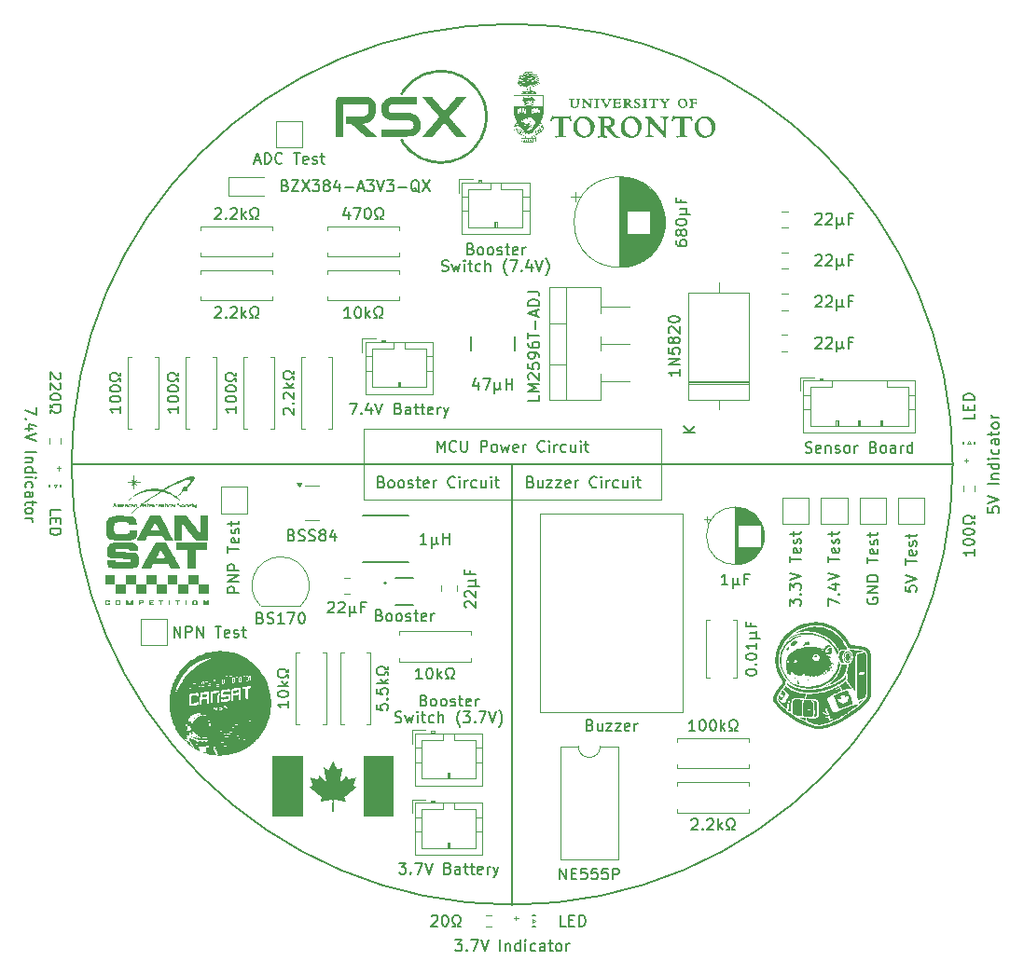
<source format=gbr>
%TF.GenerationSoftware,KiCad,Pcbnew,8.0.5*%
%TF.CreationDate,2025-04-28T01:24:49-04:00*%
%TF.ProjectId,CanSat_Power_Management_Board,43616e53-6174-45f5-906f-7765725f4d61,rev?*%
%TF.SameCoordinates,Original*%
%TF.FileFunction,Legend,Top*%
%TF.FilePolarity,Positive*%
%FSLAX46Y46*%
G04 Gerber Fmt 4.6, Leading zero omitted, Abs format (unit mm)*
G04 Created by KiCad (PCBNEW 8.0.5) date 2025-04-28 01:24:49*
%MOMM*%
%LPD*%
G01*
G04 APERTURE LIST*
%ADD10C,0.100000*%
%ADD11C,0.150000*%
%ADD12C,0.120000*%
%ADD13C,0.000000*%
%ADD14C,0.200000*%
%ADD15C,0.152400*%
%ADD16C,0.127000*%
G04 APERTURE END LIST*
D10*
X136500000Y-103250000D02*
X150000000Y-103250000D01*
X136500000Y-100000000D02*
X136500000Y-103250000D01*
X150000000Y-103250000D02*
X163500000Y-103250000D01*
X163500000Y-100000000D02*
X163500000Y-96750000D01*
D11*
X190000000Y-100000000D02*
G75*
G02*
X110000000Y-100000000I-40000000J0D01*
G01*
X110000000Y-100000000D02*
G75*
G02*
X190000000Y-100000000I40000000J0D01*
G01*
D10*
X163500000Y-96750000D02*
X136500000Y-96750000D01*
X136500000Y-96750000D02*
X136500000Y-100000000D01*
D11*
X150000000Y-140000000D02*
X150000000Y-100000000D01*
D10*
X163500000Y-103250000D02*
X163500000Y-100000000D01*
D11*
X110000000Y-100000000D02*
X190000000Y-100000000D01*
X154857142Y-141954819D02*
X154380952Y-141954819D01*
X154380952Y-141954819D02*
X154380952Y-140954819D01*
X155190476Y-141431009D02*
X155523809Y-141431009D01*
X155666666Y-141954819D02*
X155190476Y-141954819D01*
X155190476Y-141954819D02*
X155190476Y-140954819D01*
X155190476Y-140954819D02*
X155666666Y-140954819D01*
X156095238Y-141954819D02*
X156095238Y-140954819D01*
X156095238Y-140954819D02*
X156333333Y-140954819D01*
X156333333Y-140954819D02*
X156476190Y-141002438D01*
X156476190Y-141002438D02*
X156571428Y-141097676D01*
X156571428Y-141097676D02*
X156619047Y-141192914D01*
X156619047Y-141192914D02*
X156666666Y-141383390D01*
X156666666Y-141383390D02*
X156666666Y-141526247D01*
X156666666Y-141526247D02*
X156619047Y-141716723D01*
X156619047Y-141716723D02*
X156571428Y-141811961D01*
X156571428Y-141811961D02*
X156476190Y-141907200D01*
X156476190Y-141907200D02*
X156333333Y-141954819D01*
X156333333Y-141954819D02*
X156095238Y-141954819D01*
X139369047Y-123407200D02*
X139511904Y-123454819D01*
X139511904Y-123454819D02*
X139749999Y-123454819D01*
X139749999Y-123454819D02*
X139845237Y-123407200D01*
X139845237Y-123407200D02*
X139892856Y-123359580D01*
X139892856Y-123359580D02*
X139940475Y-123264342D01*
X139940475Y-123264342D02*
X139940475Y-123169104D01*
X139940475Y-123169104D02*
X139892856Y-123073866D01*
X139892856Y-123073866D02*
X139845237Y-123026247D01*
X139845237Y-123026247D02*
X139749999Y-122978628D01*
X139749999Y-122978628D02*
X139559523Y-122931009D01*
X139559523Y-122931009D02*
X139464285Y-122883390D01*
X139464285Y-122883390D02*
X139416666Y-122835771D01*
X139416666Y-122835771D02*
X139369047Y-122740533D01*
X139369047Y-122740533D02*
X139369047Y-122645295D01*
X139369047Y-122645295D02*
X139416666Y-122550057D01*
X139416666Y-122550057D02*
X139464285Y-122502438D01*
X139464285Y-122502438D02*
X139559523Y-122454819D01*
X139559523Y-122454819D02*
X139797618Y-122454819D01*
X139797618Y-122454819D02*
X139940475Y-122502438D01*
X140273809Y-122788152D02*
X140464285Y-123454819D01*
X140464285Y-123454819D02*
X140654761Y-122978628D01*
X140654761Y-122978628D02*
X140845237Y-123454819D01*
X140845237Y-123454819D02*
X141035713Y-122788152D01*
X141416666Y-123454819D02*
X141416666Y-122788152D01*
X141416666Y-122454819D02*
X141369047Y-122502438D01*
X141369047Y-122502438D02*
X141416666Y-122550057D01*
X141416666Y-122550057D02*
X141464285Y-122502438D01*
X141464285Y-122502438D02*
X141416666Y-122454819D01*
X141416666Y-122454819D02*
X141416666Y-122550057D01*
X141749999Y-122788152D02*
X142130951Y-122788152D01*
X141892856Y-122454819D02*
X141892856Y-123311961D01*
X141892856Y-123311961D02*
X141940475Y-123407200D01*
X141940475Y-123407200D02*
X142035713Y-123454819D01*
X142035713Y-123454819D02*
X142130951Y-123454819D01*
X142892856Y-123407200D02*
X142797618Y-123454819D01*
X142797618Y-123454819D02*
X142607142Y-123454819D01*
X142607142Y-123454819D02*
X142511904Y-123407200D01*
X142511904Y-123407200D02*
X142464285Y-123359580D01*
X142464285Y-123359580D02*
X142416666Y-123264342D01*
X142416666Y-123264342D02*
X142416666Y-122978628D01*
X142416666Y-122978628D02*
X142464285Y-122883390D01*
X142464285Y-122883390D02*
X142511904Y-122835771D01*
X142511904Y-122835771D02*
X142607142Y-122788152D01*
X142607142Y-122788152D02*
X142797618Y-122788152D01*
X142797618Y-122788152D02*
X142892856Y-122835771D01*
X143321428Y-123454819D02*
X143321428Y-122454819D01*
X143749999Y-123454819D02*
X143749999Y-122931009D01*
X143749999Y-122931009D02*
X143702380Y-122835771D01*
X143702380Y-122835771D02*
X143607142Y-122788152D01*
X143607142Y-122788152D02*
X143464285Y-122788152D01*
X143464285Y-122788152D02*
X143369047Y-122835771D01*
X143369047Y-122835771D02*
X143321428Y-122883390D01*
X145273809Y-123835771D02*
X145226190Y-123788152D01*
X145226190Y-123788152D02*
X145130952Y-123645295D01*
X145130952Y-123645295D02*
X145083333Y-123550057D01*
X145083333Y-123550057D02*
X145035714Y-123407200D01*
X145035714Y-123407200D02*
X144988095Y-123169104D01*
X144988095Y-123169104D02*
X144988095Y-122978628D01*
X144988095Y-122978628D02*
X145035714Y-122740533D01*
X145035714Y-122740533D02*
X145083333Y-122597676D01*
X145083333Y-122597676D02*
X145130952Y-122502438D01*
X145130952Y-122502438D02*
X145226190Y-122359580D01*
X145226190Y-122359580D02*
X145273809Y-122311961D01*
X145559524Y-122454819D02*
X146178571Y-122454819D01*
X146178571Y-122454819D02*
X145845238Y-122835771D01*
X145845238Y-122835771D02*
X145988095Y-122835771D01*
X145988095Y-122835771D02*
X146083333Y-122883390D01*
X146083333Y-122883390D02*
X146130952Y-122931009D01*
X146130952Y-122931009D02*
X146178571Y-123026247D01*
X146178571Y-123026247D02*
X146178571Y-123264342D01*
X146178571Y-123264342D02*
X146130952Y-123359580D01*
X146130952Y-123359580D02*
X146083333Y-123407200D01*
X146083333Y-123407200D02*
X145988095Y-123454819D01*
X145988095Y-123454819D02*
X145702381Y-123454819D01*
X145702381Y-123454819D02*
X145607143Y-123407200D01*
X145607143Y-123407200D02*
X145559524Y-123359580D01*
X146607143Y-123359580D02*
X146654762Y-123407200D01*
X146654762Y-123407200D02*
X146607143Y-123454819D01*
X146607143Y-123454819D02*
X146559524Y-123407200D01*
X146559524Y-123407200D02*
X146607143Y-123359580D01*
X146607143Y-123359580D02*
X146607143Y-123454819D01*
X146988095Y-122454819D02*
X147654761Y-122454819D01*
X147654761Y-122454819D02*
X147226190Y-123454819D01*
X147892857Y-122454819D02*
X148226190Y-123454819D01*
X148226190Y-123454819D02*
X148559523Y-122454819D01*
X148797619Y-123835771D02*
X148845238Y-123788152D01*
X148845238Y-123788152D02*
X148940476Y-123645295D01*
X148940476Y-123645295D02*
X148988095Y-123550057D01*
X148988095Y-123550057D02*
X149035714Y-123407200D01*
X149035714Y-123407200D02*
X149083333Y-123169104D01*
X149083333Y-123169104D02*
X149083333Y-122978628D01*
X149083333Y-122978628D02*
X149035714Y-122740533D01*
X149035714Y-122740533D02*
X148988095Y-122597676D01*
X148988095Y-122597676D02*
X148940476Y-122502438D01*
X148940476Y-122502438D02*
X148845238Y-122359580D01*
X148845238Y-122359580D02*
X148797619Y-122311961D01*
X106795180Y-94833333D02*
X106795180Y-95499999D01*
X106795180Y-95499999D02*
X105795180Y-95071428D01*
X105890419Y-95880952D02*
X105842800Y-95928571D01*
X105842800Y-95928571D02*
X105795180Y-95880952D01*
X105795180Y-95880952D02*
X105842800Y-95833333D01*
X105842800Y-95833333D02*
X105890419Y-95880952D01*
X105890419Y-95880952D02*
X105795180Y-95880952D01*
X106461847Y-96785713D02*
X105795180Y-96785713D01*
X106842800Y-96547618D02*
X106128514Y-96309523D01*
X106128514Y-96309523D02*
X106128514Y-96928570D01*
X106795180Y-97166666D02*
X105795180Y-97499999D01*
X105795180Y-97499999D02*
X106795180Y-97833332D01*
X105795180Y-98928571D02*
X106795180Y-98928571D01*
X106461847Y-99404761D02*
X105795180Y-99404761D01*
X106366609Y-99404761D02*
X106414228Y-99452380D01*
X106414228Y-99452380D02*
X106461847Y-99547618D01*
X106461847Y-99547618D02*
X106461847Y-99690475D01*
X106461847Y-99690475D02*
X106414228Y-99785713D01*
X106414228Y-99785713D02*
X106318990Y-99833332D01*
X106318990Y-99833332D02*
X105795180Y-99833332D01*
X105795180Y-100738094D02*
X106795180Y-100738094D01*
X105842800Y-100738094D02*
X105795180Y-100642856D01*
X105795180Y-100642856D02*
X105795180Y-100452380D01*
X105795180Y-100452380D02*
X105842800Y-100357142D01*
X105842800Y-100357142D02*
X105890419Y-100309523D01*
X105890419Y-100309523D02*
X105985657Y-100261904D01*
X105985657Y-100261904D02*
X106271371Y-100261904D01*
X106271371Y-100261904D02*
X106366609Y-100309523D01*
X106366609Y-100309523D02*
X106414228Y-100357142D01*
X106414228Y-100357142D02*
X106461847Y-100452380D01*
X106461847Y-100452380D02*
X106461847Y-100642856D01*
X106461847Y-100642856D02*
X106414228Y-100738094D01*
X105795180Y-101214285D02*
X106461847Y-101214285D01*
X106795180Y-101214285D02*
X106747561Y-101166666D01*
X106747561Y-101166666D02*
X106699942Y-101214285D01*
X106699942Y-101214285D02*
X106747561Y-101261904D01*
X106747561Y-101261904D02*
X106795180Y-101214285D01*
X106795180Y-101214285D02*
X106699942Y-101214285D01*
X105842800Y-102119046D02*
X105795180Y-102023808D01*
X105795180Y-102023808D02*
X105795180Y-101833332D01*
X105795180Y-101833332D02*
X105842800Y-101738094D01*
X105842800Y-101738094D02*
X105890419Y-101690475D01*
X105890419Y-101690475D02*
X105985657Y-101642856D01*
X105985657Y-101642856D02*
X106271371Y-101642856D01*
X106271371Y-101642856D02*
X106366609Y-101690475D01*
X106366609Y-101690475D02*
X106414228Y-101738094D01*
X106414228Y-101738094D02*
X106461847Y-101833332D01*
X106461847Y-101833332D02*
X106461847Y-102023808D01*
X106461847Y-102023808D02*
X106414228Y-102119046D01*
X105795180Y-102976189D02*
X106318990Y-102976189D01*
X106318990Y-102976189D02*
X106414228Y-102928570D01*
X106414228Y-102928570D02*
X106461847Y-102833332D01*
X106461847Y-102833332D02*
X106461847Y-102642856D01*
X106461847Y-102642856D02*
X106414228Y-102547618D01*
X105842800Y-102976189D02*
X105795180Y-102880951D01*
X105795180Y-102880951D02*
X105795180Y-102642856D01*
X105795180Y-102642856D02*
X105842800Y-102547618D01*
X105842800Y-102547618D02*
X105938038Y-102499999D01*
X105938038Y-102499999D02*
X106033276Y-102499999D01*
X106033276Y-102499999D02*
X106128514Y-102547618D01*
X106128514Y-102547618D02*
X106176133Y-102642856D01*
X106176133Y-102642856D02*
X106176133Y-102880951D01*
X106176133Y-102880951D02*
X106223752Y-102976189D01*
X106461847Y-103309523D02*
X106461847Y-103690475D01*
X106795180Y-103452380D02*
X105938038Y-103452380D01*
X105938038Y-103452380D02*
X105842800Y-103499999D01*
X105842800Y-103499999D02*
X105795180Y-103595237D01*
X105795180Y-103595237D02*
X105795180Y-103690475D01*
X105795180Y-104166666D02*
X105842800Y-104071428D01*
X105842800Y-104071428D02*
X105890419Y-104023809D01*
X105890419Y-104023809D02*
X105985657Y-103976190D01*
X105985657Y-103976190D02*
X106271371Y-103976190D01*
X106271371Y-103976190D02*
X106366609Y-104023809D01*
X106366609Y-104023809D02*
X106414228Y-104071428D01*
X106414228Y-104071428D02*
X106461847Y-104166666D01*
X106461847Y-104166666D02*
X106461847Y-104309523D01*
X106461847Y-104309523D02*
X106414228Y-104404761D01*
X106414228Y-104404761D02*
X106366609Y-104452380D01*
X106366609Y-104452380D02*
X106271371Y-104499999D01*
X106271371Y-104499999D02*
X105985657Y-104499999D01*
X105985657Y-104499999D02*
X105890419Y-104452380D01*
X105890419Y-104452380D02*
X105842800Y-104404761D01*
X105842800Y-104404761D02*
X105795180Y-104309523D01*
X105795180Y-104309523D02*
X105795180Y-104166666D01*
X105795180Y-104928571D02*
X106461847Y-104928571D01*
X106271371Y-104928571D02*
X106366609Y-104976190D01*
X106366609Y-104976190D02*
X106414228Y-105023809D01*
X106414228Y-105023809D02*
X106461847Y-105119047D01*
X106461847Y-105119047D02*
X106461847Y-105214285D01*
X108949942Y-91690476D02*
X108997561Y-91738095D01*
X108997561Y-91738095D02*
X109045180Y-91833333D01*
X109045180Y-91833333D02*
X109045180Y-92071428D01*
X109045180Y-92071428D02*
X108997561Y-92166666D01*
X108997561Y-92166666D02*
X108949942Y-92214285D01*
X108949942Y-92214285D02*
X108854704Y-92261904D01*
X108854704Y-92261904D02*
X108759466Y-92261904D01*
X108759466Y-92261904D02*
X108616609Y-92214285D01*
X108616609Y-92214285D02*
X108045180Y-91642857D01*
X108045180Y-91642857D02*
X108045180Y-92261904D01*
X108949942Y-92642857D02*
X108997561Y-92690476D01*
X108997561Y-92690476D02*
X109045180Y-92785714D01*
X109045180Y-92785714D02*
X109045180Y-93023809D01*
X109045180Y-93023809D02*
X108997561Y-93119047D01*
X108997561Y-93119047D02*
X108949942Y-93166666D01*
X108949942Y-93166666D02*
X108854704Y-93214285D01*
X108854704Y-93214285D02*
X108759466Y-93214285D01*
X108759466Y-93214285D02*
X108616609Y-93166666D01*
X108616609Y-93166666D02*
X108045180Y-92595238D01*
X108045180Y-92595238D02*
X108045180Y-93214285D01*
X109045180Y-93833333D02*
X109045180Y-93928571D01*
X109045180Y-93928571D02*
X108997561Y-94023809D01*
X108997561Y-94023809D02*
X108949942Y-94071428D01*
X108949942Y-94071428D02*
X108854704Y-94119047D01*
X108854704Y-94119047D02*
X108664228Y-94166666D01*
X108664228Y-94166666D02*
X108426133Y-94166666D01*
X108426133Y-94166666D02*
X108235657Y-94119047D01*
X108235657Y-94119047D02*
X108140419Y-94071428D01*
X108140419Y-94071428D02*
X108092800Y-94023809D01*
X108092800Y-94023809D02*
X108045180Y-93928571D01*
X108045180Y-93928571D02*
X108045180Y-93833333D01*
X108045180Y-93833333D02*
X108092800Y-93738095D01*
X108092800Y-93738095D02*
X108140419Y-93690476D01*
X108140419Y-93690476D02*
X108235657Y-93642857D01*
X108235657Y-93642857D02*
X108426133Y-93595238D01*
X108426133Y-93595238D02*
X108664228Y-93595238D01*
X108664228Y-93595238D02*
X108854704Y-93642857D01*
X108854704Y-93642857D02*
X108949942Y-93690476D01*
X108949942Y-93690476D02*
X108997561Y-93738095D01*
X108997561Y-93738095D02*
X109045180Y-93833333D01*
X108045180Y-94547619D02*
X108045180Y-94785714D01*
X108045180Y-94785714D02*
X108235657Y-94785714D01*
X108235657Y-94785714D02*
X108283276Y-94690476D01*
X108283276Y-94690476D02*
X108378514Y-94595238D01*
X108378514Y-94595238D02*
X108521371Y-94547619D01*
X108521371Y-94547619D02*
X108759466Y-94547619D01*
X108759466Y-94547619D02*
X108902323Y-94595238D01*
X108902323Y-94595238D02*
X108997561Y-94690476D01*
X108997561Y-94690476D02*
X109045180Y-94833333D01*
X109045180Y-94833333D02*
X109045180Y-95023809D01*
X109045180Y-95023809D02*
X108997561Y-95166666D01*
X108997561Y-95166666D02*
X108902323Y-95261904D01*
X108902323Y-95261904D02*
X108759466Y-95309523D01*
X108759466Y-95309523D02*
X108521371Y-95309523D01*
X108521371Y-95309523D02*
X108378514Y-95261904D01*
X108378514Y-95261904D02*
X108283276Y-95166666D01*
X108283276Y-95166666D02*
X108235657Y-95071428D01*
X108235657Y-95071428D02*
X108045180Y-95071428D01*
X108045180Y-95071428D02*
X108045180Y-95309523D01*
X151670112Y-101596009D02*
X151812969Y-101643628D01*
X151812969Y-101643628D02*
X151860588Y-101691247D01*
X151860588Y-101691247D02*
X151908207Y-101786485D01*
X151908207Y-101786485D02*
X151908207Y-101929342D01*
X151908207Y-101929342D02*
X151860588Y-102024580D01*
X151860588Y-102024580D02*
X151812969Y-102072200D01*
X151812969Y-102072200D02*
X151717731Y-102119819D01*
X151717731Y-102119819D02*
X151336779Y-102119819D01*
X151336779Y-102119819D02*
X151336779Y-101119819D01*
X151336779Y-101119819D02*
X151670112Y-101119819D01*
X151670112Y-101119819D02*
X151765350Y-101167438D01*
X151765350Y-101167438D02*
X151812969Y-101215057D01*
X151812969Y-101215057D02*
X151860588Y-101310295D01*
X151860588Y-101310295D02*
X151860588Y-101405533D01*
X151860588Y-101405533D02*
X151812969Y-101500771D01*
X151812969Y-101500771D02*
X151765350Y-101548390D01*
X151765350Y-101548390D02*
X151670112Y-101596009D01*
X151670112Y-101596009D02*
X151336779Y-101596009D01*
X152765350Y-101453152D02*
X152765350Y-102119819D01*
X152336779Y-101453152D02*
X152336779Y-101976961D01*
X152336779Y-101976961D02*
X152384398Y-102072200D01*
X152384398Y-102072200D02*
X152479636Y-102119819D01*
X152479636Y-102119819D02*
X152622493Y-102119819D01*
X152622493Y-102119819D02*
X152717731Y-102072200D01*
X152717731Y-102072200D02*
X152765350Y-102024580D01*
X153146303Y-101453152D02*
X153670112Y-101453152D01*
X153670112Y-101453152D02*
X153146303Y-102119819D01*
X153146303Y-102119819D02*
X153670112Y-102119819D01*
X153955827Y-101453152D02*
X154479636Y-101453152D01*
X154479636Y-101453152D02*
X153955827Y-102119819D01*
X153955827Y-102119819D02*
X154479636Y-102119819D01*
X155241541Y-102072200D02*
X155146303Y-102119819D01*
X155146303Y-102119819D02*
X154955827Y-102119819D01*
X154955827Y-102119819D02*
X154860589Y-102072200D01*
X154860589Y-102072200D02*
X154812970Y-101976961D01*
X154812970Y-101976961D02*
X154812970Y-101596009D01*
X154812970Y-101596009D02*
X154860589Y-101500771D01*
X154860589Y-101500771D02*
X154955827Y-101453152D01*
X154955827Y-101453152D02*
X155146303Y-101453152D01*
X155146303Y-101453152D02*
X155241541Y-101500771D01*
X155241541Y-101500771D02*
X155289160Y-101596009D01*
X155289160Y-101596009D02*
X155289160Y-101691247D01*
X155289160Y-101691247D02*
X154812970Y-101786485D01*
X155717732Y-102119819D02*
X155717732Y-101453152D01*
X155717732Y-101643628D02*
X155765351Y-101548390D01*
X155765351Y-101548390D02*
X155812970Y-101500771D01*
X155812970Y-101500771D02*
X155908208Y-101453152D01*
X155908208Y-101453152D02*
X156003446Y-101453152D01*
X157670113Y-102024580D02*
X157622494Y-102072200D01*
X157622494Y-102072200D02*
X157479637Y-102119819D01*
X157479637Y-102119819D02*
X157384399Y-102119819D01*
X157384399Y-102119819D02*
X157241542Y-102072200D01*
X157241542Y-102072200D02*
X157146304Y-101976961D01*
X157146304Y-101976961D02*
X157098685Y-101881723D01*
X157098685Y-101881723D02*
X157051066Y-101691247D01*
X157051066Y-101691247D02*
X157051066Y-101548390D01*
X157051066Y-101548390D02*
X157098685Y-101357914D01*
X157098685Y-101357914D02*
X157146304Y-101262676D01*
X157146304Y-101262676D02*
X157241542Y-101167438D01*
X157241542Y-101167438D02*
X157384399Y-101119819D01*
X157384399Y-101119819D02*
X157479637Y-101119819D01*
X157479637Y-101119819D02*
X157622494Y-101167438D01*
X157622494Y-101167438D02*
X157670113Y-101215057D01*
X158098685Y-102119819D02*
X158098685Y-101453152D01*
X158098685Y-101119819D02*
X158051066Y-101167438D01*
X158051066Y-101167438D02*
X158098685Y-101215057D01*
X158098685Y-101215057D02*
X158146304Y-101167438D01*
X158146304Y-101167438D02*
X158098685Y-101119819D01*
X158098685Y-101119819D02*
X158098685Y-101215057D01*
X158574875Y-102119819D02*
X158574875Y-101453152D01*
X158574875Y-101643628D02*
X158622494Y-101548390D01*
X158622494Y-101548390D02*
X158670113Y-101500771D01*
X158670113Y-101500771D02*
X158765351Y-101453152D01*
X158765351Y-101453152D02*
X158860589Y-101453152D01*
X159622494Y-102072200D02*
X159527256Y-102119819D01*
X159527256Y-102119819D02*
X159336780Y-102119819D01*
X159336780Y-102119819D02*
X159241542Y-102072200D01*
X159241542Y-102072200D02*
X159193923Y-102024580D01*
X159193923Y-102024580D02*
X159146304Y-101929342D01*
X159146304Y-101929342D02*
X159146304Y-101643628D01*
X159146304Y-101643628D02*
X159193923Y-101548390D01*
X159193923Y-101548390D02*
X159241542Y-101500771D01*
X159241542Y-101500771D02*
X159336780Y-101453152D01*
X159336780Y-101453152D02*
X159527256Y-101453152D01*
X159527256Y-101453152D02*
X159622494Y-101500771D01*
X160479637Y-101453152D02*
X160479637Y-102119819D01*
X160051066Y-101453152D02*
X160051066Y-101976961D01*
X160051066Y-101976961D02*
X160098685Y-102072200D01*
X160098685Y-102072200D02*
X160193923Y-102119819D01*
X160193923Y-102119819D02*
X160336780Y-102119819D01*
X160336780Y-102119819D02*
X160432018Y-102072200D01*
X160432018Y-102072200D02*
X160479637Y-102024580D01*
X160955828Y-102119819D02*
X160955828Y-101453152D01*
X160955828Y-101119819D02*
X160908209Y-101167438D01*
X160908209Y-101167438D02*
X160955828Y-101215057D01*
X160955828Y-101215057D02*
X161003447Y-101167438D01*
X161003447Y-101167438D02*
X160955828Y-101119819D01*
X160955828Y-101119819D02*
X160955828Y-101215057D01*
X161289161Y-101453152D02*
X161670113Y-101453152D01*
X161432018Y-101119819D02*
X161432018Y-101976961D01*
X161432018Y-101976961D02*
X161479637Y-102072200D01*
X161479637Y-102072200D02*
X161574875Y-102119819D01*
X161574875Y-102119819D02*
X161670113Y-102119819D01*
X143619047Y-82407200D02*
X143761904Y-82454819D01*
X143761904Y-82454819D02*
X143999999Y-82454819D01*
X143999999Y-82454819D02*
X144095237Y-82407200D01*
X144095237Y-82407200D02*
X144142856Y-82359580D01*
X144142856Y-82359580D02*
X144190475Y-82264342D01*
X144190475Y-82264342D02*
X144190475Y-82169104D01*
X144190475Y-82169104D02*
X144142856Y-82073866D01*
X144142856Y-82073866D02*
X144095237Y-82026247D01*
X144095237Y-82026247D02*
X143999999Y-81978628D01*
X143999999Y-81978628D02*
X143809523Y-81931009D01*
X143809523Y-81931009D02*
X143714285Y-81883390D01*
X143714285Y-81883390D02*
X143666666Y-81835771D01*
X143666666Y-81835771D02*
X143619047Y-81740533D01*
X143619047Y-81740533D02*
X143619047Y-81645295D01*
X143619047Y-81645295D02*
X143666666Y-81550057D01*
X143666666Y-81550057D02*
X143714285Y-81502438D01*
X143714285Y-81502438D02*
X143809523Y-81454819D01*
X143809523Y-81454819D02*
X144047618Y-81454819D01*
X144047618Y-81454819D02*
X144190475Y-81502438D01*
X144523809Y-81788152D02*
X144714285Y-82454819D01*
X144714285Y-82454819D02*
X144904761Y-81978628D01*
X144904761Y-81978628D02*
X145095237Y-82454819D01*
X145095237Y-82454819D02*
X145285713Y-81788152D01*
X145666666Y-82454819D02*
X145666666Y-81788152D01*
X145666666Y-81454819D02*
X145619047Y-81502438D01*
X145619047Y-81502438D02*
X145666666Y-81550057D01*
X145666666Y-81550057D02*
X145714285Y-81502438D01*
X145714285Y-81502438D02*
X145666666Y-81454819D01*
X145666666Y-81454819D02*
X145666666Y-81550057D01*
X145999999Y-81788152D02*
X146380951Y-81788152D01*
X146142856Y-81454819D02*
X146142856Y-82311961D01*
X146142856Y-82311961D02*
X146190475Y-82407200D01*
X146190475Y-82407200D02*
X146285713Y-82454819D01*
X146285713Y-82454819D02*
X146380951Y-82454819D01*
X147142856Y-82407200D02*
X147047618Y-82454819D01*
X147047618Y-82454819D02*
X146857142Y-82454819D01*
X146857142Y-82454819D02*
X146761904Y-82407200D01*
X146761904Y-82407200D02*
X146714285Y-82359580D01*
X146714285Y-82359580D02*
X146666666Y-82264342D01*
X146666666Y-82264342D02*
X146666666Y-81978628D01*
X146666666Y-81978628D02*
X146714285Y-81883390D01*
X146714285Y-81883390D02*
X146761904Y-81835771D01*
X146761904Y-81835771D02*
X146857142Y-81788152D01*
X146857142Y-81788152D02*
X147047618Y-81788152D01*
X147047618Y-81788152D02*
X147142856Y-81835771D01*
X147571428Y-82454819D02*
X147571428Y-81454819D01*
X147999999Y-82454819D02*
X147999999Y-81931009D01*
X147999999Y-81931009D02*
X147952380Y-81835771D01*
X147952380Y-81835771D02*
X147857142Y-81788152D01*
X147857142Y-81788152D02*
X147714285Y-81788152D01*
X147714285Y-81788152D02*
X147619047Y-81835771D01*
X147619047Y-81835771D02*
X147571428Y-81883390D01*
X149523809Y-82835771D02*
X149476190Y-82788152D01*
X149476190Y-82788152D02*
X149380952Y-82645295D01*
X149380952Y-82645295D02*
X149333333Y-82550057D01*
X149333333Y-82550057D02*
X149285714Y-82407200D01*
X149285714Y-82407200D02*
X149238095Y-82169104D01*
X149238095Y-82169104D02*
X149238095Y-81978628D01*
X149238095Y-81978628D02*
X149285714Y-81740533D01*
X149285714Y-81740533D02*
X149333333Y-81597676D01*
X149333333Y-81597676D02*
X149380952Y-81502438D01*
X149380952Y-81502438D02*
X149476190Y-81359580D01*
X149476190Y-81359580D02*
X149523809Y-81311961D01*
X149809524Y-81454819D02*
X150476190Y-81454819D01*
X150476190Y-81454819D02*
X150047619Y-82454819D01*
X150857143Y-82359580D02*
X150904762Y-82407200D01*
X150904762Y-82407200D02*
X150857143Y-82454819D01*
X150857143Y-82454819D02*
X150809524Y-82407200D01*
X150809524Y-82407200D02*
X150857143Y-82359580D01*
X150857143Y-82359580D02*
X150857143Y-82454819D01*
X151761904Y-81788152D02*
X151761904Y-82454819D01*
X151523809Y-81407200D02*
X151285714Y-82121485D01*
X151285714Y-82121485D02*
X151904761Y-82121485D01*
X152142857Y-81454819D02*
X152476190Y-82454819D01*
X152476190Y-82454819D02*
X152809523Y-81454819D01*
X153047619Y-82835771D02*
X153095238Y-82788152D01*
X153095238Y-82788152D02*
X153190476Y-82645295D01*
X153190476Y-82645295D02*
X153238095Y-82550057D01*
X153238095Y-82550057D02*
X153285714Y-82407200D01*
X153285714Y-82407200D02*
X153333333Y-82169104D01*
X153333333Y-82169104D02*
X153333333Y-81978628D01*
X153333333Y-81978628D02*
X153285714Y-81740533D01*
X153285714Y-81740533D02*
X153238095Y-81597676D01*
X153238095Y-81597676D02*
X153190476Y-81502438D01*
X153190476Y-81502438D02*
X153095238Y-81359580D01*
X153095238Y-81359580D02*
X153047619Y-81311961D01*
X144833333Y-143204819D02*
X145452380Y-143204819D01*
X145452380Y-143204819D02*
X145119047Y-143585771D01*
X145119047Y-143585771D02*
X145261904Y-143585771D01*
X145261904Y-143585771D02*
X145357142Y-143633390D01*
X145357142Y-143633390D02*
X145404761Y-143681009D01*
X145404761Y-143681009D02*
X145452380Y-143776247D01*
X145452380Y-143776247D02*
X145452380Y-144014342D01*
X145452380Y-144014342D02*
X145404761Y-144109580D01*
X145404761Y-144109580D02*
X145357142Y-144157200D01*
X145357142Y-144157200D02*
X145261904Y-144204819D01*
X145261904Y-144204819D02*
X144976190Y-144204819D01*
X144976190Y-144204819D02*
X144880952Y-144157200D01*
X144880952Y-144157200D02*
X144833333Y-144109580D01*
X145880952Y-144109580D02*
X145928571Y-144157200D01*
X145928571Y-144157200D02*
X145880952Y-144204819D01*
X145880952Y-144204819D02*
X145833333Y-144157200D01*
X145833333Y-144157200D02*
X145880952Y-144109580D01*
X145880952Y-144109580D02*
X145880952Y-144204819D01*
X146261904Y-143204819D02*
X146928570Y-143204819D01*
X146928570Y-143204819D02*
X146499999Y-144204819D01*
X147166666Y-143204819D02*
X147499999Y-144204819D01*
X147499999Y-144204819D02*
X147833332Y-143204819D01*
X148928571Y-144204819D02*
X148928571Y-143204819D01*
X149404761Y-143538152D02*
X149404761Y-144204819D01*
X149404761Y-143633390D02*
X149452380Y-143585771D01*
X149452380Y-143585771D02*
X149547618Y-143538152D01*
X149547618Y-143538152D02*
X149690475Y-143538152D01*
X149690475Y-143538152D02*
X149785713Y-143585771D01*
X149785713Y-143585771D02*
X149833332Y-143681009D01*
X149833332Y-143681009D02*
X149833332Y-144204819D01*
X150738094Y-144204819D02*
X150738094Y-143204819D01*
X150738094Y-144157200D02*
X150642856Y-144204819D01*
X150642856Y-144204819D02*
X150452380Y-144204819D01*
X150452380Y-144204819D02*
X150357142Y-144157200D01*
X150357142Y-144157200D02*
X150309523Y-144109580D01*
X150309523Y-144109580D02*
X150261904Y-144014342D01*
X150261904Y-144014342D02*
X150261904Y-143728628D01*
X150261904Y-143728628D02*
X150309523Y-143633390D01*
X150309523Y-143633390D02*
X150357142Y-143585771D01*
X150357142Y-143585771D02*
X150452380Y-143538152D01*
X150452380Y-143538152D02*
X150642856Y-143538152D01*
X150642856Y-143538152D02*
X150738094Y-143585771D01*
X151214285Y-144204819D02*
X151214285Y-143538152D01*
X151214285Y-143204819D02*
X151166666Y-143252438D01*
X151166666Y-143252438D02*
X151214285Y-143300057D01*
X151214285Y-143300057D02*
X151261904Y-143252438D01*
X151261904Y-143252438D02*
X151214285Y-143204819D01*
X151214285Y-143204819D02*
X151214285Y-143300057D01*
X152119046Y-144157200D02*
X152023808Y-144204819D01*
X152023808Y-144204819D02*
X151833332Y-144204819D01*
X151833332Y-144204819D02*
X151738094Y-144157200D01*
X151738094Y-144157200D02*
X151690475Y-144109580D01*
X151690475Y-144109580D02*
X151642856Y-144014342D01*
X151642856Y-144014342D02*
X151642856Y-143728628D01*
X151642856Y-143728628D02*
X151690475Y-143633390D01*
X151690475Y-143633390D02*
X151738094Y-143585771D01*
X151738094Y-143585771D02*
X151833332Y-143538152D01*
X151833332Y-143538152D02*
X152023808Y-143538152D01*
X152023808Y-143538152D02*
X152119046Y-143585771D01*
X152976189Y-144204819D02*
X152976189Y-143681009D01*
X152976189Y-143681009D02*
X152928570Y-143585771D01*
X152928570Y-143585771D02*
X152833332Y-143538152D01*
X152833332Y-143538152D02*
X152642856Y-143538152D01*
X152642856Y-143538152D02*
X152547618Y-143585771D01*
X152976189Y-144157200D02*
X152880951Y-144204819D01*
X152880951Y-144204819D02*
X152642856Y-144204819D01*
X152642856Y-144204819D02*
X152547618Y-144157200D01*
X152547618Y-144157200D02*
X152499999Y-144061961D01*
X152499999Y-144061961D02*
X152499999Y-143966723D01*
X152499999Y-143966723D02*
X152547618Y-143871485D01*
X152547618Y-143871485D02*
X152642856Y-143823866D01*
X152642856Y-143823866D02*
X152880951Y-143823866D01*
X152880951Y-143823866D02*
X152976189Y-143776247D01*
X153309523Y-143538152D02*
X153690475Y-143538152D01*
X153452380Y-143204819D02*
X153452380Y-144061961D01*
X153452380Y-144061961D02*
X153499999Y-144157200D01*
X153499999Y-144157200D02*
X153595237Y-144204819D01*
X153595237Y-144204819D02*
X153690475Y-144204819D01*
X154166666Y-144204819D02*
X154071428Y-144157200D01*
X154071428Y-144157200D02*
X154023809Y-144109580D01*
X154023809Y-144109580D02*
X153976190Y-144014342D01*
X153976190Y-144014342D02*
X153976190Y-143728628D01*
X153976190Y-143728628D02*
X154023809Y-143633390D01*
X154023809Y-143633390D02*
X154071428Y-143585771D01*
X154071428Y-143585771D02*
X154166666Y-143538152D01*
X154166666Y-143538152D02*
X154309523Y-143538152D01*
X154309523Y-143538152D02*
X154404761Y-143585771D01*
X154404761Y-143585771D02*
X154452380Y-143633390D01*
X154452380Y-143633390D02*
X154499999Y-143728628D01*
X154499999Y-143728628D02*
X154499999Y-144014342D01*
X154499999Y-144014342D02*
X154452380Y-144109580D01*
X154452380Y-144109580D02*
X154404761Y-144157200D01*
X154404761Y-144157200D02*
X154309523Y-144204819D01*
X154309523Y-144204819D02*
X154166666Y-144204819D01*
X154928571Y-144204819D02*
X154928571Y-143538152D01*
X154928571Y-143728628D02*
X154976190Y-143633390D01*
X154976190Y-143633390D02*
X155023809Y-143585771D01*
X155023809Y-143585771D02*
X155119047Y-143538152D01*
X155119047Y-143538152D02*
X155214285Y-143538152D01*
X146238094Y-80431009D02*
X146380951Y-80478628D01*
X146380951Y-80478628D02*
X146428570Y-80526247D01*
X146428570Y-80526247D02*
X146476189Y-80621485D01*
X146476189Y-80621485D02*
X146476189Y-80764342D01*
X146476189Y-80764342D02*
X146428570Y-80859580D01*
X146428570Y-80859580D02*
X146380951Y-80907200D01*
X146380951Y-80907200D02*
X146285713Y-80954819D01*
X146285713Y-80954819D02*
X145904761Y-80954819D01*
X145904761Y-80954819D02*
X145904761Y-79954819D01*
X145904761Y-79954819D02*
X146238094Y-79954819D01*
X146238094Y-79954819D02*
X146333332Y-80002438D01*
X146333332Y-80002438D02*
X146380951Y-80050057D01*
X146380951Y-80050057D02*
X146428570Y-80145295D01*
X146428570Y-80145295D02*
X146428570Y-80240533D01*
X146428570Y-80240533D02*
X146380951Y-80335771D01*
X146380951Y-80335771D02*
X146333332Y-80383390D01*
X146333332Y-80383390D02*
X146238094Y-80431009D01*
X146238094Y-80431009D02*
X145904761Y-80431009D01*
X147047618Y-80954819D02*
X146952380Y-80907200D01*
X146952380Y-80907200D02*
X146904761Y-80859580D01*
X146904761Y-80859580D02*
X146857142Y-80764342D01*
X146857142Y-80764342D02*
X146857142Y-80478628D01*
X146857142Y-80478628D02*
X146904761Y-80383390D01*
X146904761Y-80383390D02*
X146952380Y-80335771D01*
X146952380Y-80335771D02*
X147047618Y-80288152D01*
X147047618Y-80288152D02*
X147190475Y-80288152D01*
X147190475Y-80288152D02*
X147285713Y-80335771D01*
X147285713Y-80335771D02*
X147333332Y-80383390D01*
X147333332Y-80383390D02*
X147380951Y-80478628D01*
X147380951Y-80478628D02*
X147380951Y-80764342D01*
X147380951Y-80764342D02*
X147333332Y-80859580D01*
X147333332Y-80859580D02*
X147285713Y-80907200D01*
X147285713Y-80907200D02*
X147190475Y-80954819D01*
X147190475Y-80954819D02*
X147047618Y-80954819D01*
X147952380Y-80954819D02*
X147857142Y-80907200D01*
X147857142Y-80907200D02*
X147809523Y-80859580D01*
X147809523Y-80859580D02*
X147761904Y-80764342D01*
X147761904Y-80764342D02*
X147761904Y-80478628D01*
X147761904Y-80478628D02*
X147809523Y-80383390D01*
X147809523Y-80383390D02*
X147857142Y-80335771D01*
X147857142Y-80335771D02*
X147952380Y-80288152D01*
X147952380Y-80288152D02*
X148095237Y-80288152D01*
X148095237Y-80288152D02*
X148190475Y-80335771D01*
X148190475Y-80335771D02*
X148238094Y-80383390D01*
X148238094Y-80383390D02*
X148285713Y-80478628D01*
X148285713Y-80478628D02*
X148285713Y-80764342D01*
X148285713Y-80764342D02*
X148238094Y-80859580D01*
X148238094Y-80859580D02*
X148190475Y-80907200D01*
X148190475Y-80907200D02*
X148095237Y-80954819D01*
X148095237Y-80954819D02*
X147952380Y-80954819D01*
X148666666Y-80907200D02*
X148761904Y-80954819D01*
X148761904Y-80954819D02*
X148952380Y-80954819D01*
X148952380Y-80954819D02*
X149047618Y-80907200D01*
X149047618Y-80907200D02*
X149095237Y-80811961D01*
X149095237Y-80811961D02*
X149095237Y-80764342D01*
X149095237Y-80764342D02*
X149047618Y-80669104D01*
X149047618Y-80669104D02*
X148952380Y-80621485D01*
X148952380Y-80621485D02*
X148809523Y-80621485D01*
X148809523Y-80621485D02*
X148714285Y-80573866D01*
X148714285Y-80573866D02*
X148666666Y-80478628D01*
X148666666Y-80478628D02*
X148666666Y-80431009D01*
X148666666Y-80431009D02*
X148714285Y-80335771D01*
X148714285Y-80335771D02*
X148809523Y-80288152D01*
X148809523Y-80288152D02*
X148952380Y-80288152D01*
X148952380Y-80288152D02*
X149047618Y-80335771D01*
X149380952Y-80288152D02*
X149761904Y-80288152D01*
X149523809Y-79954819D02*
X149523809Y-80811961D01*
X149523809Y-80811961D02*
X149571428Y-80907200D01*
X149571428Y-80907200D02*
X149666666Y-80954819D01*
X149666666Y-80954819D02*
X149761904Y-80954819D01*
X150476190Y-80907200D02*
X150380952Y-80954819D01*
X150380952Y-80954819D02*
X150190476Y-80954819D01*
X150190476Y-80954819D02*
X150095238Y-80907200D01*
X150095238Y-80907200D02*
X150047619Y-80811961D01*
X150047619Y-80811961D02*
X150047619Y-80431009D01*
X150047619Y-80431009D02*
X150095238Y-80335771D01*
X150095238Y-80335771D02*
X150190476Y-80288152D01*
X150190476Y-80288152D02*
X150380952Y-80288152D01*
X150380952Y-80288152D02*
X150476190Y-80335771D01*
X150476190Y-80335771D02*
X150523809Y-80431009D01*
X150523809Y-80431009D02*
X150523809Y-80526247D01*
X150523809Y-80526247D02*
X150047619Y-80621485D01*
X150952381Y-80954819D02*
X150952381Y-80288152D01*
X150952381Y-80478628D02*
X151000000Y-80383390D01*
X151000000Y-80383390D02*
X151047619Y-80335771D01*
X151047619Y-80335771D02*
X151142857Y-80288152D01*
X151142857Y-80288152D02*
X151238095Y-80288152D01*
X138139409Y-101596009D02*
X138282266Y-101643628D01*
X138282266Y-101643628D02*
X138329885Y-101691247D01*
X138329885Y-101691247D02*
X138377504Y-101786485D01*
X138377504Y-101786485D02*
X138377504Y-101929342D01*
X138377504Y-101929342D02*
X138329885Y-102024580D01*
X138329885Y-102024580D02*
X138282266Y-102072200D01*
X138282266Y-102072200D02*
X138187028Y-102119819D01*
X138187028Y-102119819D02*
X137806076Y-102119819D01*
X137806076Y-102119819D02*
X137806076Y-101119819D01*
X137806076Y-101119819D02*
X138139409Y-101119819D01*
X138139409Y-101119819D02*
X138234647Y-101167438D01*
X138234647Y-101167438D02*
X138282266Y-101215057D01*
X138282266Y-101215057D02*
X138329885Y-101310295D01*
X138329885Y-101310295D02*
X138329885Y-101405533D01*
X138329885Y-101405533D02*
X138282266Y-101500771D01*
X138282266Y-101500771D02*
X138234647Y-101548390D01*
X138234647Y-101548390D02*
X138139409Y-101596009D01*
X138139409Y-101596009D02*
X137806076Y-101596009D01*
X138948933Y-102119819D02*
X138853695Y-102072200D01*
X138853695Y-102072200D02*
X138806076Y-102024580D01*
X138806076Y-102024580D02*
X138758457Y-101929342D01*
X138758457Y-101929342D02*
X138758457Y-101643628D01*
X138758457Y-101643628D02*
X138806076Y-101548390D01*
X138806076Y-101548390D02*
X138853695Y-101500771D01*
X138853695Y-101500771D02*
X138948933Y-101453152D01*
X138948933Y-101453152D02*
X139091790Y-101453152D01*
X139091790Y-101453152D02*
X139187028Y-101500771D01*
X139187028Y-101500771D02*
X139234647Y-101548390D01*
X139234647Y-101548390D02*
X139282266Y-101643628D01*
X139282266Y-101643628D02*
X139282266Y-101929342D01*
X139282266Y-101929342D02*
X139234647Y-102024580D01*
X139234647Y-102024580D02*
X139187028Y-102072200D01*
X139187028Y-102072200D02*
X139091790Y-102119819D01*
X139091790Y-102119819D02*
X138948933Y-102119819D01*
X139853695Y-102119819D02*
X139758457Y-102072200D01*
X139758457Y-102072200D02*
X139710838Y-102024580D01*
X139710838Y-102024580D02*
X139663219Y-101929342D01*
X139663219Y-101929342D02*
X139663219Y-101643628D01*
X139663219Y-101643628D02*
X139710838Y-101548390D01*
X139710838Y-101548390D02*
X139758457Y-101500771D01*
X139758457Y-101500771D02*
X139853695Y-101453152D01*
X139853695Y-101453152D02*
X139996552Y-101453152D01*
X139996552Y-101453152D02*
X140091790Y-101500771D01*
X140091790Y-101500771D02*
X140139409Y-101548390D01*
X140139409Y-101548390D02*
X140187028Y-101643628D01*
X140187028Y-101643628D02*
X140187028Y-101929342D01*
X140187028Y-101929342D02*
X140139409Y-102024580D01*
X140139409Y-102024580D02*
X140091790Y-102072200D01*
X140091790Y-102072200D02*
X139996552Y-102119819D01*
X139996552Y-102119819D02*
X139853695Y-102119819D01*
X140567981Y-102072200D02*
X140663219Y-102119819D01*
X140663219Y-102119819D02*
X140853695Y-102119819D01*
X140853695Y-102119819D02*
X140948933Y-102072200D01*
X140948933Y-102072200D02*
X140996552Y-101976961D01*
X140996552Y-101976961D02*
X140996552Y-101929342D01*
X140996552Y-101929342D02*
X140948933Y-101834104D01*
X140948933Y-101834104D02*
X140853695Y-101786485D01*
X140853695Y-101786485D02*
X140710838Y-101786485D01*
X140710838Y-101786485D02*
X140615600Y-101738866D01*
X140615600Y-101738866D02*
X140567981Y-101643628D01*
X140567981Y-101643628D02*
X140567981Y-101596009D01*
X140567981Y-101596009D02*
X140615600Y-101500771D01*
X140615600Y-101500771D02*
X140710838Y-101453152D01*
X140710838Y-101453152D02*
X140853695Y-101453152D01*
X140853695Y-101453152D02*
X140948933Y-101500771D01*
X141282267Y-101453152D02*
X141663219Y-101453152D01*
X141425124Y-101119819D02*
X141425124Y-101976961D01*
X141425124Y-101976961D02*
X141472743Y-102072200D01*
X141472743Y-102072200D02*
X141567981Y-102119819D01*
X141567981Y-102119819D02*
X141663219Y-102119819D01*
X142377505Y-102072200D02*
X142282267Y-102119819D01*
X142282267Y-102119819D02*
X142091791Y-102119819D01*
X142091791Y-102119819D02*
X141996553Y-102072200D01*
X141996553Y-102072200D02*
X141948934Y-101976961D01*
X141948934Y-101976961D02*
X141948934Y-101596009D01*
X141948934Y-101596009D02*
X141996553Y-101500771D01*
X141996553Y-101500771D02*
X142091791Y-101453152D01*
X142091791Y-101453152D02*
X142282267Y-101453152D01*
X142282267Y-101453152D02*
X142377505Y-101500771D01*
X142377505Y-101500771D02*
X142425124Y-101596009D01*
X142425124Y-101596009D02*
X142425124Y-101691247D01*
X142425124Y-101691247D02*
X141948934Y-101786485D01*
X142853696Y-102119819D02*
X142853696Y-101453152D01*
X142853696Y-101643628D02*
X142901315Y-101548390D01*
X142901315Y-101548390D02*
X142948934Y-101500771D01*
X142948934Y-101500771D02*
X143044172Y-101453152D01*
X143044172Y-101453152D02*
X143139410Y-101453152D01*
X144806077Y-102024580D02*
X144758458Y-102072200D01*
X144758458Y-102072200D02*
X144615601Y-102119819D01*
X144615601Y-102119819D02*
X144520363Y-102119819D01*
X144520363Y-102119819D02*
X144377506Y-102072200D01*
X144377506Y-102072200D02*
X144282268Y-101976961D01*
X144282268Y-101976961D02*
X144234649Y-101881723D01*
X144234649Y-101881723D02*
X144187030Y-101691247D01*
X144187030Y-101691247D02*
X144187030Y-101548390D01*
X144187030Y-101548390D02*
X144234649Y-101357914D01*
X144234649Y-101357914D02*
X144282268Y-101262676D01*
X144282268Y-101262676D02*
X144377506Y-101167438D01*
X144377506Y-101167438D02*
X144520363Y-101119819D01*
X144520363Y-101119819D02*
X144615601Y-101119819D01*
X144615601Y-101119819D02*
X144758458Y-101167438D01*
X144758458Y-101167438D02*
X144806077Y-101215057D01*
X145234649Y-102119819D02*
X145234649Y-101453152D01*
X145234649Y-101119819D02*
X145187030Y-101167438D01*
X145187030Y-101167438D02*
X145234649Y-101215057D01*
X145234649Y-101215057D02*
X145282268Y-101167438D01*
X145282268Y-101167438D02*
X145234649Y-101119819D01*
X145234649Y-101119819D02*
X145234649Y-101215057D01*
X145710839Y-102119819D02*
X145710839Y-101453152D01*
X145710839Y-101643628D02*
X145758458Y-101548390D01*
X145758458Y-101548390D02*
X145806077Y-101500771D01*
X145806077Y-101500771D02*
X145901315Y-101453152D01*
X145901315Y-101453152D02*
X145996553Y-101453152D01*
X146758458Y-102072200D02*
X146663220Y-102119819D01*
X146663220Y-102119819D02*
X146472744Y-102119819D01*
X146472744Y-102119819D02*
X146377506Y-102072200D01*
X146377506Y-102072200D02*
X146329887Y-102024580D01*
X146329887Y-102024580D02*
X146282268Y-101929342D01*
X146282268Y-101929342D02*
X146282268Y-101643628D01*
X146282268Y-101643628D02*
X146329887Y-101548390D01*
X146329887Y-101548390D02*
X146377506Y-101500771D01*
X146377506Y-101500771D02*
X146472744Y-101453152D01*
X146472744Y-101453152D02*
X146663220Y-101453152D01*
X146663220Y-101453152D02*
X146758458Y-101500771D01*
X147615601Y-101453152D02*
X147615601Y-102119819D01*
X147187030Y-101453152D02*
X147187030Y-101976961D01*
X147187030Y-101976961D02*
X147234649Y-102072200D01*
X147234649Y-102072200D02*
X147329887Y-102119819D01*
X147329887Y-102119819D02*
X147472744Y-102119819D01*
X147472744Y-102119819D02*
X147567982Y-102072200D01*
X147567982Y-102072200D02*
X147615601Y-102024580D01*
X148091792Y-102119819D02*
X148091792Y-101453152D01*
X148091792Y-101119819D02*
X148044173Y-101167438D01*
X148044173Y-101167438D02*
X148091792Y-101215057D01*
X148091792Y-101215057D02*
X148139411Y-101167438D01*
X148139411Y-101167438D02*
X148091792Y-101119819D01*
X148091792Y-101119819D02*
X148091792Y-101215057D01*
X148425125Y-101453152D02*
X148806077Y-101453152D01*
X148567982Y-101119819D02*
X148567982Y-101976961D01*
X148567982Y-101976961D02*
X148615601Y-102072200D01*
X148615601Y-102072200D02*
X148710839Y-102119819D01*
X148710839Y-102119819D02*
X148806077Y-102119819D01*
X143214285Y-98869819D02*
X143214285Y-97869819D01*
X143214285Y-97869819D02*
X143547618Y-98584104D01*
X143547618Y-98584104D02*
X143880951Y-97869819D01*
X143880951Y-97869819D02*
X143880951Y-98869819D01*
X144928570Y-98774580D02*
X144880951Y-98822200D01*
X144880951Y-98822200D02*
X144738094Y-98869819D01*
X144738094Y-98869819D02*
X144642856Y-98869819D01*
X144642856Y-98869819D02*
X144499999Y-98822200D01*
X144499999Y-98822200D02*
X144404761Y-98726961D01*
X144404761Y-98726961D02*
X144357142Y-98631723D01*
X144357142Y-98631723D02*
X144309523Y-98441247D01*
X144309523Y-98441247D02*
X144309523Y-98298390D01*
X144309523Y-98298390D02*
X144357142Y-98107914D01*
X144357142Y-98107914D02*
X144404761Y-98012676D01*
X144404761Y-98012676D02*
X144499999Y-97917438D01*
X144499999Y-97917438D02*
X144642856Y-97869819D01*
X144642856Y-97869819D02*
X144738094Y-97869819D01*
X144738094Y-97869819D02*
X144880951Y-97917438D01*
X144880951Y-97917438D02*
X144928570Y-97965057D01*
X145357142Y-97869819D02*
X145357142Y-98679342D01*
X145357142Y-98679342D02*
X145404761Y-98774580D01*
X145404761Y-98774580D02*
X145452380Y-98822200D01*
X145452380Y-98822200D02*
X145547618Y-98869819D01*
X145547618Y-98869819D02*
X145738094Y-98869819D01*
X145738094Y-98869819D02*
X145833332Y-98822200D01*
X145833332Y-98822200D02*
X145880951Y-98774580D01*
X145880951Y-98774580D02*
X145928570Y-98679342D01*
X145928570Y-98679342D02*
X145928570Y-97869819D01*
X147166666Y-98869819D02*
X147166666Y-97869819D01*
X147166666Y-97869819D02*
X147547618Y-97869819D01*
X147547618Y-97869819D02*
X147642856Y-97917438D01*
X147642856Y-97917438D02*
X147690475Y-97965057D01*
X147690475Y-97965057D02*
X147738094Y-98060295D01*
X147738094Y-98060295D02*
X147738094Y-98203152D01*
X147738094Y-98203152D02*
X147690475Y-98298390D01*
X147690475Y-98298390D02*
X147642856Y-98346009D01*
X147642856Y-98346009D02*
X147547618Y-98393628D01*
X147547618Y-98393628D02*
X147166666Y-98393628D01*
X148309523Y-98869819D02*
X148214285Y-98822200D01*
X148214285Y-98822200D02*
X148166666Y-98774580D01*
X148166666Y-98774580D02*
X148119047Y-98679342D01*
X148119047Y-98679342D02*
X148119047Y-98393628D01*
X148119047Y-98393628D02*
X148166666Y-98298390D01*
X148166666Y-98298390D02*
X148214285Y-98250771D01*
X148214285Y-98250771D02*
X148309523Y-98203152D01*
X148309523Y-98203152D02*
X148452380Y-98203152D01*
X148452380Y-98203152D02*
X148547618Y-98250771D01*
X148547618Y-98250771D02*
X148595237Y-98298390D01*
X148595237Y-98298390D02*
X148642856Y-98393628D01*
X148642856Y-98393628D02*
X148642856Y-98679342D01*
X148642856Y-98679342D02*
X148595237Y-98774580D01*
X148595237Y-98774580D02*
X148547618Y-98822200D01*
X148547618Y-98822200D02*
X148452380Y-98869819D01*
X148452380Y-98869819D02*
X148309523Y-98869819D01*
X148976190Y-98203152D02*
X149166666Y-98869819D01*
X149166666Y-98869819D02*
X149357142Y-98393628D01*
X149357142Y-98393628D02*
X149547618Y-98869819D01*
X149547618Y-98869819D02*
X149738094Y-98203152D01*
X150499999Y-98822200D02*
X150404761Y-98869819D01*
X150404761Y-98869819D02*
X150214285Y-98869819D01*
X150214285Y-98869819D02*
X150119047Y-98822200D01*
X150119047Y-98822200D02*
X150071428Y-98726961D01*
X150071428Y-98726961D02*
X150071428Y-98346009D01*
X150071428Y-98346009D02*
X150119047Y-98250771D01*
X150119047Y-98250771D02*
X150214285Y-98203152D01*
X150214285Y-98203152D02*
X150404761Y-98203152D01*
X150404761Y-98203152D02*
X150499999Y-98250771D01*
X150499999Y-98250771D02*
X150547618Y-98346009D01*
X150547618Y-98346009D02*
X150547618Y-98441247D01*
X150547618Y-98441247D02*
X150071428Y-98536485D01*
X150976190Y-98869819D02*
X150976190Y-98203152D01*
X150976190Y-98393628D02*
X151023809Y-98298390D01*
X151023809Y-98298390D02*
X151071428Y-98250771D01*
X151071428Y-98250771D02*
X151166666Y-98203152D01*
X151166666Y-98203152D02*
X151261904Y-98203152D01*
X152928571Y-98774580D02*
X152880952Y-98822200D01*
X152880952Y-98822200D02*
X152738095Y-98869819D01*
X152738095Y-98869819D02*
X152642857Y-98869819D01*
X152642857Y-98869819D02*
X152500000Y-98822200D01*
X152500000Y-98822200D02*
X152404762Y-98726961D01*
X152404762Y-98726961D02*
X152357143Y-98631723D01*
X152357143Y-98631723D02*
X152309524Y-98441247D01*
X152309524Y-98441247D02*
X152309524Y-98298390D01*
X152309524Y-98298390D02*
X152357143Y-98107914D01*
X152357143Y-98107914D02*
X152404762Y-98012676D01*
X152404762Y-98012676D02*
X152500000Y-97917438D01*
X152500000Y-97917438D02*
X152642857Y-97869819D01*
X152642857Y-97869819D02*
X152738095Y-97869819D01*
X152738095Y-97869819D02*
X152880952Y-97917438D01*
X152880952Y-97917438D02*
X152928571Y-97965057D01*
X153357143Y-98869819D02*
X153357143Y-98203152D01*
X153357143Y-97869819D02*
X153309524Y-97917438D01*
X153309524Y-97917438D02*
X153357143Y-97965057D01*
X153357143Y-97965057D02*
X153404762Y-97917438D01*
X153404762Y-97917438D02*
X153357143Y-97869819D01*
X153357143Y-97869819D02*
X153357143Y-97965057D01*
X153833333Y-98869819D02*
X153833333Y-98203152D01*
X153833333Y-98393628D02*
X153880952Y-98298390D01*
X153880952Y-98298390D02*
X153928571Y-98250771D01*
X153928571Y-98250771D02*
X154023809Y-98203152D01*
X154023809Y-98203152D02*
X154119047Y-98203152D01*
X154880952Y-98822200D02*
X154785714Y-98869819D01*
X154785714Y-98869819D02*
X154595238Y-98869819D01*
X154595238Y-98869819D02*
X154500000Y-98822200D01*
X154500000Y-98822200D02*
X154452381Y-98774580D01*
X154452381Y-98774580D02*
X154404762Y-98679342D01*
X154404762Y-98679342D02*
X154404762Y-98393628D01*
X154404762Y-98393628D02*
X154452381Y-98298390D01*
X154452381Y-98298390D02*
X154500000Y-98250771D01*
X154500000Y-98250771D02*
X154595238Y-98203152D01*
X154595238Y-98203152D02*
X154785714Y-98203152D01*
X154785714Y-98203152D02*
X154880952Y-98250771D01*
X155738095Y-98203152D02*
X155738095Y-98869819D01*
X155309524Y-98203152D02*
X155309524Y-98726961D01*
X155309524Y-98726961D02*
X155357143Y-98822200D01*
X155357143Y-98822200D02*
X155452381Y-98869819D01*
X155452381Y-98869819D02*
X155595238Y-98869819D01*
X155595238Y-98869819D02*
X155690476Y-98822200D01*
X155690476Y-98822200D02*
X155738095Y-98774580D01*
X156214286Y-98869819D02*
X156214286Y-98203152D01*
X156214286Y-97869819D02*
X156166667Y-97917438D01*
X156166667Y-97917438D02*
X156214286Y-97965057D01*
X156214286Y-97965057D02*
X156261905Y-97917438D01*
X156261905Y-97917438D02*
X156214286Y-97869819D01*
X156214286Y-97869819D02*
X156214286Y-97965057D01*
X156547619Y-98203152D02*
X156928571Y-98203152D01*
X156690476Y-97869819D02*
X156690476Y-98726961D01*
X156690476Y-98726961D02*
X156738095Y-98822200D01*
X156738095Y-98822200D02*
X156833333Y-98869819D01*
X156833333Y-98869819D02*
X156928571Y-98869819D01*
X191954819Y-95392857D02*
X191954819Y-95869047D01*
X191954819Y-95869047D02*
X190954819Y-95869047D01*
X191431009Y-95059523D02*
X191431009Y-94726190D01*
X191954819Y-94583333D02*
X191954819Y-95059523D01*
X191954819Y-95059523D02*
X190954819Y-95059523D01*
X190954819Y-95059523D02*
X190954819Y-94583333D01*
X191954819Y-94154761D02*
X190954819Y-94154761D01*
X190954819Y-94154761D02*
X190954819Y-93916666D01*
X190954819Y-93916666D02*
X191002438Y-93773809D01*
X191002438Y-93773809D02*
X191097676Y-93678571D01*
X191097676Y-93678571D02*
X191192914Y-93630952D01*
X191192914Y-93630952D02*
X191383390Y-93583333D01*
X191383390Y-93583333D02*
X191526247Y-93583333D01*
X191526247Y-93583333D02*
X191716723Y-93630952D01*
X191716723Y-93630952D02*
X191811961Y-93678571D01*
X191811961Y-93678571D02*
X191907200Y-93773809D01*
X191907200Y-93773809D02*
X191954819Y-93916666D01*
X191954819Y-93916666D02*
X191954819Y-94154761D01*
X141988094Y-121431009D02*
X142130951Y-121478628D01*
X142130951Y-121478628D02*
X142178570Y-121526247D01*
X142178570Y-121526247D02*
X142226189Y-121621485D01*
X142226189Y-121621485D02*
X142226189Y-121764342D01*
X142226189Y-121764342D02*
X142178570Y-121859580D01*
X142178570Y-121859580D02*
X142130951Y-121907200D01*
X142130951Y-121907200D02*
X142035713Y-121954819D01*
X142035713Y-121954819D02*
X141654761Y-121954819D01*
X141654761Y-121954819D02*
X141654761Y-120954819D01*
X141654761Y-120954819D02*
X141988094Y-120954819D01*
X141988094Y-120954819D02*
X142083332Y-121002438D01*
X142083332Y-121002438D02*
X142130951Y-121050057D01*
X142130951Y-121050057D02*
X142178570Y-121145295D01*
X142178570Y-121145295D02*
X142178570Y-121240533D01*
X142178570Y-121240533D02*
X142130951Y-121335771D01*
X142130951Y-121335771D02*
X142083332Y-121383390D01*
X142083332Y-121383390D02*
X141988094Y-121431009D01*
X141988094Y-121431009D02*
X141654761Y-121431009D01*
X142797618Y-121954819D02*
X142702380Y-121907200D01*
X142702380Y-121907200D02*
X142654761Y-121859580D01*
X142654761Y-121859580D02*
X142607142Y-121764342D01*
X142607142Y-121764342D02*
X142607142Y-121478628D01*
X142607142Y-121478628D02*
X142654761Y-121383390D01*
X142654761Y-121383390D02*
X142702380Y-121335771D01*
X142702380Y-121335771D02*
X142797618Y-121288152D01*
X142797618Y-121288152D02*
X142940475Y-121288152D01*
X142940475Y-121288152D02*
X143035713Y-121335771D01*
X143035713Y-121335771D02*
X143083332Y-121383390D01*
X143083332Y-121383390D02*
X143130951Y-121478628D01*
X143130951Y-121478628D02*
X143130951Y-121764342D01*
X143130951Y-121764342D02*
X143083332Y-121859580D01*
X143083332Y-121859580D02*
X143035713Y-121907200D01*
X143035713Y-121907200D02*
X142940475Y-121954819D01*
X142940475Y-121954819D02*
X142797618Y-121954819D01*
X143702380Y-121954819D02*
X143607142Y-121907200D01*
X143607142Y-121907200D02*
X143559523Y-121859580D01*
X143559523Y-121859580D02*
X143511904Y-121764342D01*
X143511904Y-121764342D02*
X143511904Y-121478628D01*
X143511904Y-121478628D02*
X143559523Y-121383390D01*
X143559523Y-121383390D02*
X143607142Y-121335771D01*
X143607142Y-121335771D02*
X143702380Y-121288152D01*
X143702380Y-121288152D02*
X143845237Y-121288152D01*
X143845237Y-121288152D02*
X143940475Y-121335771D01*
X143940475Y-121335771D02*
X143988094Y-121383390D01*
X143988094Y-121383390D02*
X144035713Y-121478628D01*
X144035713Y-121478628D02*
X144035713Y-121764342D01*
X144035713Y-121764342D02*
X143988094Y-121859580D01*
X143988094Y-121859580D02*
X143940475Y-121907200D01*
X143940475Y-121907200D02*
X143845237Y-121954819D01*
X143845237Y-121954819D02*
X143702380Y-121954819D01*
X144416666Y-121907200D02*
X144511904Y-121954819D01*
X144511904Y-121954819D02*
X144702380Y-121954819D01*
X144702380Y-121954819D02*
X144797618Y-121907200D01*
X144797618Y-121907200D02*
X144845237Y-121811961D01*
X144845237Y-121811961D02*
X144845237Y-121764342D01*
X144845237Y-121764342D02*
X144797618Y-121669104D01*
X144797618Y-121669104D02*
X144702380Y-121621485D01*
X144702380Y-121621485D02*
X144559523Y-121621485D01*
X144559523Y-121621485D02*
X144464285Y-121573866D01*
X144464285Y-121573866D02*
X144416666Y-121478628D01*
X144416666Y-121478628D02*
X144416666Y-121431009D01*
X144416666Y-121431009D02*
X144464285Y-121335771D01*
X144464285Y-121335771D02*
X144559523Y-121288152D01*
X144559523Y-121288152D02*
X144702380Y-121288152D01*
X144702380Y-121288152D02*
X144797618Y-121335771D01*
X145130952Y-121288152D02*
X145511904Y-121288152D01*
X145273809Y-120954819D02*
X145273809Y-121811961D01*
X145273809Y-121811961D02*
X145321428Y-121907200D01*
X145321428Y-121907200D02*
X145416666Y-121954819D01*
X145416666Y-121954819D02*
X145511904Y-121954819D01*
X146226190Y-121907200D02*
X146130952Y-121954819D01*
X146130952Y-121954819D02*
X145940476Y-121954819D01*
X145940476Y-121954819D02*
X145845238Y-121907200D01*
X145845238Y-121907200D02*
X145797619Y-121811961D01*
X145797619Y-121811961D02*
X145797619Y-121431009D01*
X145797619Y-121431009D02*
X145845238Y-121335771D01*
X145845238Y-121335771D02*
X145940476Y-121288152D01*
X145940476Y-121288152D02*
X146130952Y-121288152D01*
X146130952Y-121288152D02*
X146226190Y-121335771D01*
X146226190Y-121335771D02*
X146273809Y-121431009D01*
X146273809Y-121431009D02*
X146273809Y-121526247D01*
X146273809Y-121526247D02*
X145797619Y-121621485D01*
X146702381Y-121954819D02*
X146702381Y-121288152D01*
X146702381Y-121478628D02*
X146750000Y-121383390D01*
X146750000Y-121383390D02*
X146797619Y-121335771D01*
X146797619Y-121335771D02*
X146892857Y-121288152D01*
X146892857Y-121288152D02*
X146988095Y-121288152D01*
X108045180Y-104607142D02*
X108045180Y-104130952D01*
X108045180Y-104130952D02*
X109045180Y-104130952D01*
X108568990Y-104940476D02*
X108568990Y-105273809D01*
X108045180Y-105416666D02*
X108045180Y-104940476D01*
X108045180Y-104940476D02*
X109045180Y-104940476D01*
X109045180Y-104940476D02*
X109045180Y-105416666D01*
X108045180Y-105845238D02*
X109045180Y-105845238D01*
X109045180Y-105845238D02*
X109045180Y-106083333D01*
X109045180Y-106083333D02*
X108997561Y-106226190D01*
X108997561Y-106226190D02*
X108902323Y-106321428D01*
X108902323Y-106321428D02*
X108807085Y-106369047D01*
X108807085Y-106369047D02*
X108616609Y-106416666D01*
X108616609Y-106416666D02*
X108473752Y-106416666D01*
X108473752Y-106416666D02*
X108283276Y-106369047D01*
X108283276Y-106369047D02*
X108188038Y-106321428D01*
X108188038Y-106321428D02*
X108092800Y-106226190D01*
X108092800Y-106226190D02*
X108045180Y-106083333D01*
X108045180Y-106083333D02*
X108045180Y-105845238D01*
X193204819Y-103880952D02*
X193204819Y-104357142D01*
X193204819Y-104357142D02*
X193681009Y-104404761D01*
X193681009Y-104404761D02*
X193633390Y-104357142D01*
X193633390Y-104357142D02*
X193585771Y-104261904D01*
X193585771Y-104261904D02*
X193585771Y-104023809D01*
X193585771Y-104023809D02*
X193633390Y-103928571D01*
X193633390Y-103928571D02*
X193681009Y-103880952D01*
X193681009Y-103880952D02*
X193776247Y-103833333D01*
X193776247Y-103833333D02*
X194014342Y-103833333D01*
X194014342Y-103833333D02*
X194109580Y-103880952D01*
X194109580Y-103880952D02*
X194157200Y-103928571D01*
X194157200Y-103928571D02*
X194204819Y-104023809D01*
X194204819Y-104023809D02*
X194204819Y-104261904D01*
X194204819Y-104261904D02*
X194157200Y-104357142D01*
X194157200Y-104357142D02*
X194109580Y-104404761D01*
X193204819Y-103547618D02*
X194204819Y-103214285D01*
X194204819Y-103214285D02*
X193204819Y-102880952D01*
X194204819Y-101785713D02*
X193204819Y-101785713D01*
X193538152Y-101309523D02*
X194204819Y-101309523D01*
X193633390Y-101309523D02*
X193585771Y-101261904D01*
X193585771Y-101261904D02*
X193538152Y-101166666D01*
X193538152Y-101166666D02*
X193538152Y-101023809D01*
X193538152Y-101023809D02*
X193585771Y-100928571D01*
X193585771Y-100928571D02*
X193681009Y-100880952D01*
X193681009Y-100880952D02*
X194204819Y-100880952D01*
X194204819Y-99976190D02*
X193204819Y-99976190D01*
X194157200Y-99976190D02*
X194204819Y-100071428D01*
X194204819Y-100071428D02*
X194204819Y-100261904D01*
X194204819Y-100261904D02*
X194157200Y-100357142D01*
X194157200Y-100357142D02*
X194109580Y-100404761D01*
X194109580Y-100404761D02*
X194014342Y-100452380D01*
X194014342Y-100452380D02*
X193728628Y-100452380D01*
X193728628Y-100452380D02*
X193633390Y-100404761D01*
X193633390Y-100404761D02*
X193585771Y-100357142D01*
X193585771Y-100357142D02*
X193538152Y-100261904D01*
X193538152Y-100261904D02*
X193538152Y-100071428D01*
X193538152Y-100071428D02*
X193585771Y-99976190D01*
X194204819Y-99499999D02*
X193538152Y-99499999D01*
X193204819Y-99499999D02*
X193252438Y-99547618D01*
X193252438Y-99547618D02*
X193300057Y-99499999D01*
X193300057Y-99499999D02*
X193252438Y-99452380D01*
X193252438Y-99452380D02*
X193204819Y-99499999D01*
X193204819Y-99499999D02*
X193300057Y-99499999D01*
X194157200Y-98595238D02*
X194204819Y-98690476D01*
X194204819Y-98690476D02*
X194204819Y-98880952D01*
X194204819Y-98880952D02*
X194157200Y-98976190D01*
X194157200Y-98976190D02*
X194109580Y-99023809D01*
X194109580Y-99023809D02*
X194014342Y-99071428D01*
X194014342Y-99071428D02*
X193728628Y-99071428D01*
X193728628Y-99071428D02*
X193633390Y-99023809D01*
X193633390Y-99023809D02*
X193585771Y-98976190D01*
X193585771Y-98976190D02*
X193538152Y-98880952D01*
X193538152Y-98880952D02*
X193538152Y-98690476D01*
X193538152Y-98690476D02*
X193585771Y-98595238D01*
X194204819Y-97738095D02*
X193681009Y-97738095D01*
X193681009Y-97738095D02*
X193585771Y-97785714D01*
X193585771Y-97785714D02*
X193538152Y-97880952D01*
X193538152Y-97880952D02*
X193538152Y-98071428D01*
X193538152Y-98071428D02*
X193585771Y-98166666D01*
X194157200Y-97738095D02*
X194204819Y-97833333D01*
X194204819Y-97833333D02*
X194204819Y-98071428D01*
X194204819Y-98071428D02*
X194157200Y-98166666D01*
X194157200Y-98166666D02*
X194061961Y-98214285D01*
X194061961Y-98214285D02*
X193966723Y-98214285D01*
X193966723Y-98214285D02*
X193871485Y-98166666D01*
X193871485Y-98166666D02*
X193823866Y-98071428D01*
X193823866Y-98071428D02*
X193823866Y-97833333D01*
X193823866Y-97833333D02*
X193776247Y-97738095D01*
X193538152Y-97404761D02*
X193538152Y-97023809D01*
X193204819Y-97261904D02*
X194061961Y-97261904D01*
X194061961Y-97261904D02*
X194157200Y-97214285D01*
X194157200Y-97214285D02*
X194204819Y-97119047D01*
X194204819Y-97119047D02*
X194204819Y-97023809D01*
X194204819Y-96547618D02*
X194157200Y-96642856D01*
X194157200Y-96642856D02*
X194109580Y-96690475D01*
X194109580Y-96690475D02*
X194014342Y-96738094D01*
X194014342Y-96738094D02*
X193728628Y-96738094D01*
X193728628Y-96738094D02*
X193633390Y-96690475D01*
X193633390Y-96690475D02*
X193585771Y-96642856D01*
X193585771Y-96642856D02*
X193538152Y-96547618D01*
X193538152Y-96547618D02*
X193538152Y-96404761D01*
X193538152Y-96404761D02*
X193585771Y-96309523D01*
X193585771Y-96309523D02*
X193633390Y-96261904D01*
X193633390Y-96261904D02*
X193728628Y-96214285D01*
X193728628Y-96214285D02*
X194014342Y-96214285D01*
X194014342Y-96214285D02*
X194109580Y-96261904D01*
X194109580Y-96261904D02*
X194157200Y-96309523D01*
X194157200Y-96309523D02*
X194204819Y-96404761D01*
X194204819Y-96404761D02*
X194204819Y-96547618D01*
X194204819Y-95785713D02*
X193538152Y-95785713D01*
X193728628Y-95785713D02*
X193633390Y-95738094D01*
X193633390Y-95738094D02*
X193585771Y-95690475D01*
X193585771Y-95690475D02*
X193538152Y-95595237D01*
X193538152Y-95595237D02*
X193538152Y-95499999D01*
X169583333Y-110954819D02*
X169011905Y-110954819D01*
X169297619Y-110954819D02*
X169297619Y-109954819D01*
X169297619Y-109954819D02*
X169202381Y-110097676D01*
X169202381Y-110097676D02*
X169107143Y-110192914D01*
X169107143Y-110192914D02*
X169011905Y-110240533D01*
X170011905Y-110288152D02*
X170011905Y-111288152D01*
X170488095Y-110811961D02*
X170535714Y-110907200D01*
X170535714Y-110907200D02*
X170630952Y-110954819D01*
X170011905Y-110811961D02*
X170059524Y-110907200D01*
X170059524Y-110907200D02*
X170154762Y-110954819D01*
X170154762Y-110954819D02*
X170345238Y-110954819D01*
X170345238Y-110954819D02*
X170440476Y-110907200D01*
X170440476Y-110907200D02*
X170488095Y-110811961D01*
X170488095Y-110811961D02*
X170488095Y-110288152D01*
X171392857Y-110431009D02*
X171059524Y-110431009D01*
X171059524Y-110954819D02*
X171059524Y-109954819D01*
X171059524Y-109954819D02*
X171535714Y-109954819D01*
D12*
X108857960Y-100545357D02*
X108857960Y-100179643D01*
X109040817Y-100362500D02*
X108675102Y-100362500D01*
D11*
X185704819Y-111071429D02*
X185704819Y-111547619D01*
X185704819Y-111547619D02*
X186181009Y-111595238D01*
X186181009Y-111595238D02*
X186133390Y-111547619D01*
X186133390Y-111547619D02*
X186085771Y-111452381D01*
X186085771Y-111452381D02*
X186085771Y-111214286D01*
X186085771Y-111214286D02*
X186133390Y-111119048D01*
X186133390Y-111119048D02*
X186181009Y-111071429D01*
X186181009Y-111071429D02*
X186276247Y-111023810D01*
X186276247Y-111023810D02*
X186514342Y-111023810D01*
X186514342Y-111023810D02*
X186609580Y-111071429D01*
X186609580Y-111071429D02*
X186657200Y-111119048D01*
X186657200Y-111119048D02*
X186704819Y-111214286D01*
X186704819Y-111214286D02*
X186704819Y-111452381D01*
X186704819Y-111452381D02*
X186657200Y-111547619D01*
X186657200Y-111547619D02*
X186609580Y-111595238D01*
X185704819Y-110738095D02*
X186704819Y-110404762D01*
X186704819Y-110404762D02*
X185704819Y-110071429D01*
X185704819Y-109119047D02*
X185704819Y-108547619D01*
X186704819Y-108833333D02*
X185704819Y-108833333D01*
X186657200Y-107833333D02*
X186704819Y-107928571D01*
X186704819Y-107928571D02*
X186704819Y-108119047D01*
X186704819Y-108119047D02*
X186657200Y-108214285D01*
X186657200Y-108214285D02*
X186561961Y-108261904D01*
X186561961Y-108261904D02*
X186181009Y-108261904D01*
X186181009Y-108261904D02*
X186085771Y-108214285D01*
X186085771Y-108214285D02*
X186038152Y-108119047D01*
X186038152Y-108119047D02*
X186038152Y-107928571D01*
X186038152Y-107928571D02*
X186085771Y-107833333D01*
X186085771Y-107833333D02*
X186181009Y-107785714D01*
X186181009Y-107785714D02*
X186276247Y-107785714D01*
X186276247Y-107785714D02*
X186371485Y-108261904D01*
X186657200Y-107404761D02*
X186704819Y-107309523D01*
X186704819Y-107309523D02*
X186704819Y-107119047D01*
X186704819Y-107119047D02*
X186657200Y-107023809D01*
X186657200Y-107023809D02*
X186561961Y-106976190D01*
X186561961Y-106976190D02*
X186514342Y-106976190D01*
X186514342Y-106976190D02*
X186419104Y-107023809D01*
X186419104Y-107023809D02*
X186371485Y-107119047D01*
X186371485Y-107119047D02*
X186371485Y-107261904D01*
X186371485Y-107261904D02*
X186323866Y-107357142D01*
X186323866Y-107357142D02*
X186228628Y-107404761D01*
X186228628Y-107404761D02*
X186181009Y-107404761D01*
X186181009Y-107404761D02*
X186085771Y-107357142D01*
X186085771Y-107357142D02*
X186038152Y-107261904D01*
X186038152Y-107261904D02*
X186038152Y-107119047D01*
X186038152Y-107119047D02*
X186085771Y-107023809D01*
X186038152Y-106690475D02*
X186038152Y-106309523D01*
X185704819Y-106547618D02*
X186561961Y-106547618D01*
X186561961Y-106547618D02*
X186657200Y-106499999D01*
X186657200Y-106499999D02*
X186704819Y-106404761D01*
X186704819Y-106404761D02*
X186704819Y-106309523D01*
X137704819Y-121799880D02*
X137704819Y-122276070D01*
X137704819Y-122276070D02*
X138181009Y-122323689D01*
X138181009Y-122323689D02*
X138133390Y-122276070D01*
X138133390Y-122276070D02*
X138085771Y-122180832D01*
X138085771Y-122180832D02*
X138085771Y-121942737D01*
X138085771Y-121942737D02*
X138133390Y-121847499D01*
X138133390Y-121847499D02*
X138181009Y-121799880D01*
X138181009Y-121799880D02*
X138276247Y-121752261D01*
X138276247Y-121752261D02*
X138514342Y-121752261D01*
X138514342Y-121752261D02*
X138609580Y-121799880D01*
X138609580Y-121799880D02*
X138657200Y-121847499D01*
X138657200Y-121847499D02*
X138704819Y-121942737D01*
X138704819Y-121942737D02*
X138704819Y-122180832D01*
X138704819Y-122180832D02*
X138657200Y-122276070D01*
X138657200Y-122276070D02*
X138609580Y-122323689D01*
X138609580Y-121323689D02*
X138657200Y-121276070D01*
X138657200Y-121276070D02*
X138704819Y-121323689D01*
X138704819Y-121323689D02*
X138657200Y-121371308D01*
X138657200Y-121371308D02*
X138609580Y-121323689D01*
X138609580Y-121323689D02*
X138704819Y-121323689D01*
X137704819Y-120371309D02*
X137704819Y-120847499D01*
X137704819Y-120847499D02*
X138181009Y-120895118D01*
X138181009Y-120895118D02*
X138133390Y-120847499D01*
X138133390Y-120847499D02*
X138085771Y-120752261D01*
X138085771Y-120752261D02*
X138085771Y-120514166D01*
X138085771Y-120514166D02*
X138133390Y-120418928D01*
X138133390Y-120418928D02*
X138181009Y-120371309D01*
X138181009Y-120371309D02*
X138276247Y-120323690D01*
X138276247Y-120323690D02*
X138514342Y-120323690D01*
X138514342Y-120323690D02*
X138609580Y-120371309D01*
X138609580Y-120371309D02*
X138657200Y-120418928D01*
X138657200Y-120418928D02*
X138704819Y-120514166D01*
X138704819Y-120514166D02*
X138704819Y-120752261D01*
X138704819Y-120752261D02*
X138657200Y-120847499D01*
X138657200Y-120847499D02*
X138609580Y-120895118D01*
X138704819Y-119895118D02*
X137704819Y-119895118D01*
X138323866Y-119799880D02*
X138704819Y-119514166D01*
X138038152Y-119514166D02*
X138419104Y-119895118D01*
X138704819Y-119133213D02*
X138704819Y-118895118D01*
X138704819Y-118895118D02*
X138514342Y-118895118D01*
X138514342Y-118895118D02*
X138466723Y-118990356D01*
X138466723Y-118990356D02*
X138371485Y-119085594D01*
X138371485Y-119085594D02*
X138228628Y-119133213D01*
X138228628Y-119133213D02*
X137990533Y-119133213D01*
X137990533Y-119133213D02*
X137847676Y-119085594D01*
X137847676Y-119085594D02*
X137752438Y-118990356D01*
X137752438Y-118990356D02*
X137704819Y-118847499D01*
X137704819Y-118847499D02*
X137704819Y-118657023D01*
X137704819Y-118657023D02*
X137752438Y-118514166D01*
X137752438Y-118514166D02*
X137847676Y-118418928D01*
X137847676Y-118418928D02*
X137990533Y-118371309D01*
X137990533Y-118371309D02*
X138228628Y-118371309D01*
X138228628Y-118371309D02*
X138371485Y-118418928D01*
X138371485Y-118418928D02*
X138466723Y-118514166D01*
X138466723Y-118514166D02*
X138514342Y-118609404D01*
X138514342Y-118609404D02*
X138704819Y-118609404D01*
X138704819Y-118609404D02*
X138704819Y-118371309D01*
X114454819Y-94738095D02*
X114454819Y-95309523D01*
X114454819Y-95023809D02*
X113454819Y-95023809D01*
X113454819Y-95023809D02*
X113597676Y-95119047D01*
X113597676Y-95119047D02*
X113692914Y-95214285D01*
X113692914Y-95214285D02*
X113740533Y-95309523D01*
X113454819Y-94119047D02*
X113454819Y-94023809D01*
X113454819Y-94023809D02*
X113502438Y-93928571D01*
X113502438Y-93928571D02*
X113550057Y-93880952D01*
X113550057Y-93880952D02*
X113645295Y-93833333D01*
X113645295Y-93833333D02*
X113835771Y-93785714D01*
X113835771Y-93785714D02*
X114073866Y-93785714D01*
X114073866Y-93785714D02*
X114264342Y-93833333D01*
X114264342Y-93833333D02*
X114359580Y-93880952D01*
X114359580Y-93880952D02*
X114407200Y-93928571D01*
X114407200Y-93928571D02*
X114454819Y-94023809D01*
X114454819Y-94023809D02*
X114454819Y-94119047D01*
X114454819Y-94119047D02*
X114407200Y-94214285D01*
X114407200Y-94214285D02*
X114359580Y-94261904D01*
X114359580Y-94261904D02*
X114264342Y-94309523D01*
X114264342Y-94309523D02*
X114073866Y-94357142D01*
X114073866Y-94357142D02*
X113835771Y-94357142D01*
X113835771Y-94357142D02*
X113645295Y-94309523D01*
X113645295Y-94309523D02*
X113550057Y-94261904D01*
X113550057Y-94261904D02*
X113502438Y-94214285D01*
X113502438Y-94214285D02*
X113454819Y-94119047D01*
X113454819Y-93166666D02*
X113454819Y-93071428D01*
X113454819Y-93071428D02*
X113502438Y-92976190D01*
X113502438Y-92976190D02*
X113550057Y-92928571D01*
X113550057Y-92928571D02*
X113645295Y-92880952D01*
X113645295Y-92880952D02*
X113835771Y-92833333D01*
X113835771Y-92833333D02*
X114073866Y-92833333D01*
X114073866Y-92833333D02*
X114264342Y-92880952D01*
X114264342Y-92880952D02*
X114359580Y-92928571D01*
X114359580Y-92928571D02*
X114407200Y-92976190D01*
X114407200Y-92976190D02*
X114454819Y-93071428D01*
X114454819Y-93071428D02*
X114454819Y-93166666D01*
X114454819Y-93166666D02*
X114407200Y-93261904D01*
X114407200Y-93261904D02*
X114359580Y-93309523D01*
X114359580Y-93309523D02*
X114264342Y-93357142D01*
X114264342Y-93357142D02*
X114073866Y-93404761D01*
X114073866Y-93404761D02*
X113835771Y-93404761D01*
X113835771Y-93404761D02*
X113645295Y-93357142D01*
X113645295Y-93357142D02*
X113550057Y-93309523D01*
X113550057Y-93309523D02*
X113502438Y-93261904D01*
X113502438Y-93261904D02*
X113454819Y-93166666D01*
X114454819Y-92452380D02*
X114454819Y-92214285D01*
X114454819Y-92214285D02*
X114264342Y-92214285D01*
X114264342Y-92214285D02*
X114216723Y-92309523D01*
X114216723Y-92309523D02*
X114121485Y-92404761D01*
X114121485Y-92404761D02*
X113978628Y-92452380D01*
X113978628Y-92452380D02*
X113740533Y-92452380D01*
X113740533Y-92452380D02*
X113597676Y-92404761D01*
X113597676Y-92404761D02*
X113502438Y-92309523D01*
X113502438Y-92309523D02*
X113454819Y-92166666D01*
X113454819Y-92166666D02*
X113454819Y-91976190D01*
X113454819Y-91976190D02*
X113502438Y-91833333D01*
X113502438Y-91833333D02*
X113597676Y-91738095D01*
X113597676Y-91738095D02*
X113740533Y-91690476D01*
X113740533Y-91690476D02*
X113978628Y-91690476D01*
X113978628Y-91690476D02*
X114121485Y-91738095D01*
X114121485Y-91738095D02*
X114216723Y-91833333D01*
X114216723Y-91833333D02*
X114264342Y-91928571D01*
X114264342Y-91928571D02*
X114454819Y-91928571D01*
X114454819Y-91928571D02*
X114454819Y-91690476D01*
X154333333Y-137704819D02*
X154333333Y-136704819D01*
X154333333Y-136704819D02*
X154904761Y-137704819D01*
X154904761Y-137704819D02*
X154904761Y-136704819D01*
X155380952Y-137181009D02*
X155714285Y-137181009D01*
X155857142Y-137704819D02*
X155380952Y-137704819D01*
X155380952Y-137704819D02*
X155380952Y-136704819D01*
X155380952Y-136704819D02*
X155857142Y-136704819D01*
X156761904Y-136704819D02*
X156285714Y-136704819D01*
X156285714Y-136704819D02*
X156238095Y-137181009D01*
X156238095Y-137181009D02*
X156285714Y-137133390D01*
X156285714Y-137133390D02*
X156380952Y-137085771D01*
X156380952Y-137085771D02*
X156619047Y-137085771D01*
X156619047Y-137085771D02*
X156714285Y-137133390D01*
X156714285Y-137133390D02*
X156761904Y-137181009D01*
X156761904Y-137181009D02*
X156809523Y-137276247D01*
X156809523Y-137276247D02*
X156809523Y-137514342D01*
X156809523Y-137514342D02*
X156761904Y-137609580D01*
X156761904Y-137609580D02*
X156714285Y-137657200D01*
X156714285Y-137657200D02*
X156619047Y-137704819D01*
X156619047Y-137704819D02*
X156380952Y-137704819D01*
X156380952Y-137704819D02*
X156285714Y-137657200D01*
X156285714Y-137657200D02*
X156238095Y-137609580D01*
X157714285Y-136704819D02*
X157238095Y-136704819D01*
X157238095Y-136704819D02*
X157190476Y-137181009D01*
X157190476Y-137181009D02*
X157238095Y-137133390D01*
X157238095Y-137133390D02*
X157333333Y-137085771D01*
X157333333Y-137085771D02*
X157571428Y-137085771D01*
X157571428Y-137085771D02*
X157666666Y-137133390D01*
X157666666Y-137133390D02*
X157714285Y-137181009D01*
X157714285Y-137181009D02*
X157761904Y-137276247D01*
X157761904Y-137276247D02*
X157761904Y-137514342D01*
X157761904Y-137514342D02*
X157714285Y-137609580D01*
X157714285Y-137609580D02*
X157666666Y-137657200D01*
X157666666Y-137657200D02*
X157571428Y-137704819D01*
X157571428Y-137704819D02*
X157333333Y-137704819D01*
X157333333Y-137704819D02*
X157238095Y-137657200D01*
X157238095Y-137657200D02*
X157190476Y-137609580D01*
X158666666Y-136704819D02*
X158190476Y-136704819D01*
X158190476Y-136704819D02*
X158142857Y-137181009D01*
X158142857Y-137181009D02*
X158190476Y-137133390D01*
X158190476Y-137133390D02*
X158285714Y-137085771D01*
X158285714Y-137085771D02*
X158523809Y-137085771D01*
X158523809Y-137085771D02*
X158619047Y-137133390D01*
X158619047Y-137133390D02*
X158666666Y-137181009D01*
X158666666Y-137181009D02*
X158714285Y-137276247D01*
X158714285Y-137276247D02*
X158714285Y-137514342D01*
X158714285Y-137514342D02*
X158666666Y-137609580D01*
X158666666Y-137609580D02*
X158619047Y-137657200D01*
X158619047Y-137657200D02*
X158523809Y-137704819D01*
X158523809Y-137704819D02*
X158285714Y-137704819D01*
X158285714Y-137704819D02*
X158190476Y-137657200D01*
X158190476Y-137657200D02*
X158142857Y-137609580D01*
X159142857Y-137704819D02*
X159142857Y-136704819D01*
X159142857Y-136704819D02*
X159523809Y-136704819D01*
X159523809Y-136704819D02*
X159619047Y-136752438D01*
X159619047Y-136752438D02*
X159666666Y-136800057D01*
X159666666Y-136800057D02*
X159714285Y-136895295D01*
X159714285Y-136895295D02*
X159714285Y-137038152D01*
X159714285Y-137038152D02*
X159666666Y-137133390D01*
X159666666Y-137133390D02*
X159619047Y-137181009D01*
X159619047Y-137181009D02*
X159523809Y-137228628D01*
X159523809Y-137228628D02*
X159142857Y-137228628D01*
X119309523Y-115704819D02*
X119309523Y-114704819D01*
X119309523Y-114704819D02*
X119880951Y-115704819D01*
X119880951Y-115704819D02*
X119880951Y-114704819D01*
X120357142Y-115704819D02*
X120357142Y-114704819D01*
X120357142Y-114704819D02*
X120738094Y-114704819D01*
X120738094Y-114704819D02*
X120833332Y-114752438D01*
X120833332Y-114752438D02*
X120880951Y-114800057D01*
X120880951Y-114800057D02*
X120928570Y-114895295D01*
X120928570Y-114895295D02*
X120928570Y-115038152D01*
X120928570Y-115038152D02*
X120880951Y-115133390D01*
X120880951Y-115133390D02*
X120833332Y-115181009D01*
X120833332Y-115181009D02*
X120738094Y-115228628D01*
X120738094Y-115228628D02*
X120357142Y-115228628D01*
X121357142Y-115704819D02*
X121357142Y-114704819D01*
X121357142Y-114704819D02*
X121928570Y-115704819D01*
X121928570Y-115704819D02*
X121928570Y-114704819D01*
X123023809Y-114704819D02*
X123595237Y-114704819D01*
X123309523Y-115704819D02*
X123309523Y-114704819D01*
X124309523Y-115657200D02*
X124214285Y-115704819D01*
X124214285Y-115704819D02*
X124023809Y-115704819D01*
X124023809Y-115704819D02*
X123928571Y-115657200D01*
X123928571Y-115657200D02*
X123880952Y-115561961D01*
X123880952Y-115561961D02*
X123880952Y-115181009D01*
X123880952Y-115181009D02*
X123928571Y-115085771D01*
X123928571Y-115085771D02*
X124023809Y-115038152D01*
X124023809Y-115038152D02*
X124214285Y-115038152D01*
X124214285Y-115038152D02*
X124309523Y-115085771D01*
X124309523Y-115085771D02*
X124357142Y-115181009D01*
X124357142Y-115181009D02*
X124357142Y-115276247D01*
X124357142Y-115276247D02*
X123880952Y-115371485D01*
X124738095Y-115657200D02*
X124833333Y-115704819D01*
X124833333Y-115704819D02*
X125023809Y-115704819D01*
X125023809Y-115704819D02*
X125119047Y-115657200D01*
X125119047Y-115657200D02*
X125166666Y-115561961D01*
X125166666Y-115561961D02*
X125166666Y-115514342D01*
X125166666Y-115514342D02*
X125119047Y-115419104D01*
X125119047Y-115419104D02*
X125023809Y-115371485D01*
X125023809Y-115371485D02*
X124880952Y-115371485D01*
X124880952Y-115371485D02*
X124785714Y-115323866D01*
X124785714Y-115323866D02*
X124738095Y-115228628D01*
X124738095Y-115228628D02*
X124738095Y-115181009D01*
X124738095Y-115181009D02*
X124785714Y-115085771D01*
X124785714Y-115085771D02*
X124880952Y-115038152D01*
X124880952Y-115038152D02*
X125023809Y-115038152D01*
X125023809Y-115038152D02*
X125119047Y-115085771D01*
X125452381Y-115038152D02*
X125833333Y-115038152D01*
X125595238Y-114704819D02*
X125595238Y-115561961D01*
X125595238Y-115561961D02*
X125642857Y-115657200D01*
X125642857Y-115657200D02*
X125738095Y-115704819D01*
X125738095Y-115704819D02*
X125833333Y-115704819D01*
X164857470Y-79714285D02*
X164857470Y-79904761D01*
X164857470Y-79904761D02*
X164905089Y-79999999D01*
X164905089Y-79999999D02*
X164952708Y-80047618D01*
X164952708Y-80047618D02*
X165095565Y-80142856D01*
X165095565Y-80142856D02*
X165286041Y-80190475D01*
X165286041Y-80190475D02*
X165666993Y-80190475D01*
X165666993Y-80190475D02*
X165762231Y-80142856D01*
X165762231Y-80142856D02*
X165809851Y-80095237D01*
X165809851Y-80095237D02*
X165857470Y-79999999D01*
X165857470Y-79999999D02*
X165857470Y-79809523D01*
X165857470Y-79809523D02*
X165809851Y-79714285D01*
X165809851Y-79714285D02*
X165762231Y-79666666D01*
X165762231Y-79666666D02*
X165666993Y-79619047D01*
X165666993Y-79619047D02*
X165428898Y-79619047D01*
X165428898Y-79619047D02*
X165333660Y-79666666D01*
X165333660Y-79666666D02*
X165286041Y-79714285D01*
X165286041Y-79714285D02*
X165238422Y-79809523D01*
X165238422Y-79809523D02*
X165238422Y-79999999D01*
X165238422Y-79999999D02*
X165286041Y-80095237D01*
X165286041Y-80095237D02*
X165333660Y-80142856D01*
X165333660Y-80142856D02*
X165428898Y-80190475D01*
X165286041Y-79047618D02*
X165238422Y-79142856D01*
X165238422Y-79142856D02*
X165190803Y-79190475D01*
X165190803Y-79190475D02*
X165095565Y-79238094D01*
X165095565Y-79238094D02*
X165047946Y-79238094D01*
X165047946Y-79238094D02*
X164952708Y-79190475D01*
X164952708Y-79190475D02*
X164905089Y-79142856D01*
X164905089Y-79142856D02*
X164857470Y-79047618D01*
X164857470Y-79047618D02*
X164857470Y-78857142D01*
X164857470Y-78857142D02*
X164905089Y-78761904D01*
X164905089Y-78761904D02*
X164952708Y-78714285D01*
X164952708Y-78714285D02*
X165047946Y-78666666D01*
X165047946Y-78666666D02*
X165095565Y-78666666D01*
X165095565Y-78666666D02*
X165190803Y-78714285D01*
X165190803Y-78714285D02*
X165238422Y-78761904D01*
X165238422Y-78761904D02*
X165286041Y-78857142D01*
X165286041Y-78857142D02*
X165286041Y-79047618D01*
X165286041Y-79047618D02*
X165333660Y-79142856D01*
X165333660Y-79142856D02*
X165381279Y-79190475D01*
X165381279Y-79190475D02*
X165476517Y-79238094D01*
X165476517Y-79238094D02*
X165666993Y-79238094D01*
X165666993Y-79238094D02*
X165762231Y-79190475D01*
X165762231Y-79190475D02*
X165809851Y-79142856D01*
X165809851Y-79142856D02*
X165857470Y-79047618D01*
X165857470Y-79047618D02*
X165857470Y-78857142D01*
X165857470Y-78857142D02*
X165809851Y-78761904D01*
X165809851Y-78761904D02*
X165762231Y-78714285D01*
X165762231Y-78714285D02*
X165666993Y-78666666D01*
X165666993Y-78666666D02*
X165476517Y-78666666D01*
X165476517Y-78666666D02*
X165381279Y-78714285D01*
X165381279Y-78714285D02*
X165333660Y-78761904D01*
X165333660Y-78761904D02*
X165286041Y-78857142D01*
X164857470Y-78047618D02*
X164857470Y-77952380D01*
X164857470Y-77952380D02*
X164905089Y-77857142D01*
X164905089Y-77857142D02*
X164952708Y-77809523D01*
X164952708Y-77809523D02*
X165047946Y-77761904D01*
X165047946Y-77761904D02*
X165238422Y-77714285D01*
X165238422Y-77714285D02*
X165476517Y-77714285D01*
X165476517Y-77714285D02*
X165666993Y-77761904D01*
X165666993Y-77761904D02*
X165762231Y-77809523D01*
X165762231Y-77809523D02*
X165809851Y-77857142D01*
X165809851Y-77857142D02*
X165857470Y-77952380D01*
X165857470Y-77952380D02*
X165857470Y-78047618D01*
X165857470Y-78047618D02*
X165809851Y-78142856D01*
X165809851Y-78142856D02*
X165762231Y-78190475D01*
X165762231Y-78190475D02*
X165666993Y-78238094D01*
X165666993Y-78238094D02*
X165476517Y-78285713D01*
X165476517Y-78285713D02*
X165238422Y-78285713D01*
X165238422Y-78285713D02*
X165047946Y-78238094D01*
X165047946Y-78238094D02*
X164952708Y-78190475D01*
X164952708Y-78190475D02*
X164905089Y-78142856D01*
X164905089Y-78142856D02*
X164857470Y-78047618D01*
X165190803Y-77285713D02*
X166190803Y-77285713D01*
X165714612Y-76809523D02*
X165809851Y-76761904D01*
X165809851Y-76761904D02*
X165857470Y-76666666D01*
X165714612Y-77285713D02*
X165809851Y-77238094D01*
X165809851Y-77238094D02*
X165857470Y-77142856D01*
X165857470Y-77142856D02*
X165857470Y-76952380D01*
X165857470Y-76952380D02*
X165809851Y-76857142D01*
X165809851Y-76857142D02*
X165714612Y-76809523D01*
X165714612Y-76809523D02*
X165190803Y-76809523D01*
X165333660Y-75904761D02*
X165333660Y-76238094D01*
X165857470Y-76238094D02*
X164857470Y-76238094D01*
X164857470Y-76238094D02*
X164857470Y-75761904D01*
D12*
X150179642Y-141227960D02*
X150545357Y-141227960D01*
X150362499Y-141410817D02*
X150362499Y-141045102D01*
D11*
X123023810Y-76800057D02*
X123071429Y-76752438D01*
X123071429Y-76752438D02*
X123166667Y-76704819D01*
X123166667Y-76704819D02*
X123404762Y-76704819D01*
X123404762Y-76704819D02*
X123500000Y-76752438D01*
X123500000Y-76752438D02*
X123547619Y-76800057D01*
X123547619Y-76800057D02*
X123595238Y-76895295D01*
X123595238Y-76895295D02*
X123595238Y-76990533D01*
X123595238Y-76990533D02*
X123547619Y-77133390D01*
X123547619Y-77133390D02*
X122976191Y-77704819D01*
X122976191Y-77704819D02*
X123595238Y-77704819D01*
X124023810Y-77609580D02*
X124071429Y-77657200D01*
X124071429Y-77657200D02*
X124023810Y-77704819D01*
X124023810Y-77704819D02*
X123976191Y-77657200D01*
X123976191Y-77657200D02*
X124023810Y-77609580D01*
X124023810Y-77609580D02*
X124023810Y-77704819D01*
X124452381Y-76800057D02*
X124500000Y-76752438D01*
X124500000Y-76752438D02*
X124595238Y-76704819D01*
X124595238Y-76704819D02*
X124833333Y-76704819D01*
X124833333Y-76704819D02*
X124928571Y-76752438D01*
X124928571Y-76752438D02*
X124976190Y-76800057D01*
X124976190Y-76800057D02*
X125023809Y-76895295D01*
X125023809Y-76895295D02*
X125023809Y-76990533D01*
X125023809Y-76990533D02*
X124976190Y-77133390D01*
X124976190Y-77133390D02*
X124404762Y-77704819D01*
X124404762Y-77704819D02*
X125023809Y-77704819D01*
X125452381Y-77704819D02*
X125452381Y-76704819D01*
X125547619Y-77323866D02*
X125833333Y-77704819D01*
X125833333Y-77038152D02*
X125452381Y-77419104D01*
X126214286Y-77704819D02*
X126452381Y-77704819D01*
X126452381Y-77704819D02*
X126452381Y-77514342D01*
X126452381Y-77514342D02*
X126357143Y-77466723D01*
X126357143Y-77466723D02*
X126261905Y-77371485D01*
X126261905Y-77371485D02*
X126214286Y-77228628D01*
X126214286Y-77228628D02*
X126214286Y-76990533D01*
X126214286Y-76990533D02*
X126261905Y-76847676D01*
X126261905Y-76847676D02*
X126357143Y-76752438D01*
X126357143Y-76752438D02*
X126500000Y-76704819D01*
X126500000Y-76704819D02*
X126690476Y-76704819D01*
X126690476Y-76704819D02*
X126833333Y-76752438D01*
X126833333Y-76752438D02*
X126928571Y-76847676D01*
X126928571Y-76847676D02*
X126976190Y-76990533D01*
X126976190Y-76990533D02*
X126976190Y-77228628D01*
X126976190Y-77228628D02*
X126928571Y-77371485D01*
X126928571Y-77371485D02*
X126833333Y-77466723D01*
X126833333Y-77466723D02*
X126738095Y-77514342D01*
X126738095Y-77514342D02*
X126738095Y-77704819D01*
X126738095Y-77704819D02*
X126976190Y-77704819D01*
X177535714Y-77300057D02*
X177583333Y-77252438D01*
X177583333Y-77252438D02*
X177678571Y-77204819D01*
X177678571Y-77204819D02*
X177916666Y-77204819D01*
X177916666Y-77204819D02*
X178011904Y-77252438D01*
X178011904Y-77252438D02*
X178059523Y-77300057D01*
X178059523Y-77300057D02*
X178107142Y-77395295D01*
X178107142Y-77395295D02*
X178107142Y-77490533D01*
X178107142Y-77490533D02*
X178059523Y-77633390D01*
X178059523Y-77633390D02*
X177488095Y-78204819D01*
X177488095Y-78204819D02*
X178107142Y-78204819D01*
X178488095Y-77300057D02*
X178535714Y-77252438D01*
X178535714Y-77252438D02*
X178630952Y-77204819D01*
X178630952Y-77204819D02*
X178869047Y-77204819D01*
X178869047Y-77204819D02*
X178964285Y-77252438D01*
X178964285Y-77252438D02*
X179011904Y-77300057D01*
X179011904Y-77300057D02*
X179059523Y-77395295D01*
X179059523Y-77395295D02*
X179059523Y-77490533D01*
X179059523Y-77490533D02*
X179011904Y-77633390D01*
X179011904Y-77633390D02*
X178440476Y-78204819D01*
X178440476Y-78204819D02*
X179059523Y-78204819D01*
X179488095Y-77538152D02*
X179488095Y-78538152D01*
X179964285Y-78061961D02*
X180011904Y-78157200D01*
X180011904Y-78157200D02*
X180107142Y-78204819D01*
X179488095Y-78061961D02*
X179535714Y-78157200D01*
X179535714Y-78157200D02*
X179630952Y-78204819D01*
X179630952Y-78204819D02*
X179821428Y-78204819D01*
X179821428Y-78204819D02*
X179916666Y-78157200D01*
X179916666Y-78157200D02*
X179964285Y-78061961D01*
X179964285Y-78061961D02*
X179964285Y-77538152D01*
X180869047Y-77681009D02*
X180535714Y-77681009D01*
X180535714Y-78204819D02*
X180535714Y-77204819D01*
X180535714Y-77204819D02*
X181011904Y-77204819D01*
X165204819Y-91392857D02*
X165204819Y-91964285D01*
X165204819Y-91678571D02*
X164204819Y-91678571D01*
X164204819Y-91678571D02*
X164347676Y-91773809D01*
X164347676Y-91773809D02*
X164442914Y-91869047D01*
X164442914Y-91869047D02*
X164490533Y-91964285D01*
X165204819Y-90964285D02*
X164204819Y-90964285D01*
X164204819Y-90964285D02*
X165204819Y-90392857D01*
X165204819Y-90392857D02*
X164204819Y-90392857D01*
X164204819Y-89440476D02*
X164204819Y-89916666D01*
X164204819Y-89916666D02*
X164681009Y-89964285D01*
X164681009Y-89964285D02*
X164633390Y-89916666D01*
X164633390Y-89916666D02*
X164585771Y-89821428D01*
X164585771Y-89821428D02*
X164585771Y-89583333D01*
X164585771Y-89583333D02*
X164633390Y-89488095D01*
X164633390Y-89488095D02*
X164681009Y-89440476D01*
X164681009Y-89440476D02*
X164776247Y-89392857D01*
X164776247Y-89392857D02*
X165014342Y-89392857D01*
X165014342Y-89392857D02*
X165109580Y-89440476D01*
X165109580Y-89440476D02*
X165157200Y-89488095D01*
X165157200Y-89488095D02*
X165204819Y-89583333D01*
X165204819Y-89583333D02*
X165204819Y-89821428D01*
X165204819Y-89821428D02*
X165157200Y-89916666D01*
X165157200Y-89916666D02*
X165109580Y-89964285D01*
X164633390Y-88821428D02*
X164585771Y-88916666D01*
X164585771Y-88916666D02*
X164538152Y-88964285D01*
X164538152Y-88964285D02*
X164442914Y-89011904D01*
X164442914Y-89011904D02*
X164395295Y-89011904D01*
X164395295Y-89011904D02*
X164300057Y-88964285D01*
X164300057Y-88964285D02*
X164252438Y-88916666D01*
X164252438Y-88916666D02*
X164204819Y-88821428D01*
X164204819Y-88821428D02*
X164204819Y-88630952D01*
X164204819Y-88630952D02*
X164252438Y-88535714D01*
X164252438Y-88535714D02*
X164300057Y-88488095D01*
X164300057Y-88488095D02*
X164395295Y-88440476D01*
X164395295Y-88440476D02*
X164442914Y-88440476D01*
X164442914Y-88440476D02*
X164538152Y-88488095D01*
X164538152Y-88488095D02*
X164585771Y-88535714D01*
X164585771Y-88535714D02*
X164633390Y-88630952D01*
X164633390Y-88630952D02*
X164633390Y-88821428D01*
X164633390Y-88821428D02*
X164681009Y-88916666D01*
X164681009Y-88916666D02*
X164728628Y-88964285D01*
X164728628Y-88964285D02*
X164823866Y-89011904D01*
X164823866Y-89011904D02*
X165014342Y-89011904D01*
X165014342Y-89011904D02*
X165109580Y-88964285D01*
X165109580Y-88964285D02*
X165157200Y-88916666D01*
X165157200Y-88916666D02*
X165204819Y-88821428D01*
X165204819Y-88821428D02*
X165204819Y-88630952D01*
X165204819Y-88630952D02*
X165157200Y-88535714D01*
X165157200Y-88535714D02*
X165109580Y-88488095D01*
X165109580Y-88488095D02*
X165014342Y-88440476D01*
X165014342Y-88440476D02*
X164823866Y-88440476D01*
X164823866Y-88440476D02*
X164728628Y-88488095D01*
X164728628Y-88488095D02*
X164681009Y-88535714D01*
X164681009Y-88535714D02*
X164633390Y-88630952D01*
X164300057Y-88059523D02*
X164252438Y-88011904D01*
X164252438Y-88011904D02*
X164204819Y-87916666D01*
X164204819Y-87916666D02*
X164204819Y-87678571D01*
X164204819Y-87678571D02*
X164252438Y-87583333D01*
X164252438Y-87583333D02*
X164300057Y-87535714D01*
X164300057Y-87535714D02*
X164395295Y-87488095D01*
X164395295Y-87488095D02*
X164490533Y-87488095D01*
X164490533Y-87488095D02*
X164633390Y-87535714D01*
X164633390Y-87535714D02*
X165204819Y-88107142D01*
X165204819Y-88107142D02*
X165204819Y-87488095D01*
X164204819Y-86869047D02*
X164204819Y-86773809D01*
X164204819Y-86773809D02*
X164252438Y-86678571D01*
X164252438Y-86678571D02*
X164300057Y-86630952D01*
X164300057Y-86630952D02*
X164395295Y-86583333D01*
X164395295Y-86583333D02*
X164585771Y-86535714D01*
X164585771Y-86535714D02*
X164823866Y-86535714D01*
X164823866Y-86535714D02*
X165014342Y-86583333D01*
X165014342Y-86583333D02*
X165109580Y-86630952D01*
X165109580Y-86630952D02*
X165157200Y-86678571D01*
X165157200Y-86678571D02*
X165204819Y-86773809D01*
X165204819Y-86773809D02*
X165204819Y-86869047D01*
X165204819Y-86869047D02*
X165157200Y-86964285D01*
X165157200Y-86964285D02*
X165109580Y-87011904D01*
X165109580Y-87011904D02*
X165014342Y-87059523D01*
X165014342Y-87059523D02*
X164823866Y-87107142D01*
X164823866Y-87107142D02*
X164585771Y-87107142D01*
X164585771Y-87107142D02*
X164395295Y-87059523D01*
X164395295Y-87059523D02*
X164300057Y-87011904D01*
X164300057Y-87011904D02*
X164252438Y-86964285D01*
X164252438Y-86964285D02*
X164204819Y-86869047D01*
X166604819Y-97131904D02*
X165604819Y-97131904D01*
X166604819Y-96560476D02*
X166033390Y-96989047D01*
X165604819Y-96560476D02*
X166176247Y-97131904D01*
X142666667Y-141050057D02*
X142714286Y-141002438D01*
X142714286Y-141002438D02*
X142809524Y-140954819D01*
X142809524Y-140954819D02*
X143047619Y-140954819D01*
X143047619Y-140954819D02*
X143142857Y-141002438D01*
X143142857Y-141002438D02*
X143190476Y-141050057D01*
X143190476Y-141050057D02*
X143238095Y-141145295D01*
X143238095Y-141145295D02*
X143238095Y-141240533D01*
X143238095Y-141240533D02*
X143190476Y-141383390D01*
X143190476Y-141383390D02*
X142619048Y-141954819D01*
X142619048Y-141954819D02*
X143238095Y-141954819D01*
X143857143Y-140954819D02*
X143952381Y-140954819D01*
X143952381Y-140954819D02*
X144047619Y-141002438D01*
X144047619Y-141002438D02*
X144095238Y-141050057D01*
X144095238Y-141050057D02*
X144142857Y-141145295D01*
X144142857Y-141145295D02*
X144190476Y-141335771D01*
X144190476Y-141335771D02*
X144190476Y-141573866D01*
X144190476Y-141573866D02*
X144142857Y-141764342D01*
X144142857Y-141764342D02*
X144095238Y-141859580D01*
X144095238Y-141859580D02*
X144047619Y-141907200D01*
X144047619Y-141907200D02*
X143952381Y-141954819D01*
X143952381Y-141954819D02*
X143857143Y-141954819D01*
X143857143Y-141954819D02*
X143761905Y-141907200D01*
X143761905Y-141907200D02*
X143714286Y-141859580D01*
X143714286Y-141859580D02*
X143666667Y-141764342D01*
X143666667Y-141764342D02*
X143619048Y-141573866D01*
X143619048Y-141573866D02*
X143619048Y-141335771D01*
X143619048Y-141335771D02*
X143666667Y-141145295D01*
X143666667Y-141145295D02*
X143714286Y-141050057D01*
X143714286Y-141050057D02*
X143761905Y-141002438D01*
X143761905Y-141002438D02*
X143857143Y-140954819D01*
X144571429Y-141954819D02*
X144809524Y-141954819D01*
X144809524Y-141954819D02*
X144809524Y-141764342D01*
X144809524Y-141764342D02*
X144714286Y-141716723D01*
X144714286Y-141716723D02*
X144619048Y-141621485D01*
X144619048Y-141621485D02*
X144571429Y-141478628D01*
X144571429Y-141478628D02*
X144571429Y-141240533D01*
X144571429Y-141240533D02*
X144619048Y-141097676D01*
X144619048Y-141097676D02*
X144714286Y-141002438D01*
X144714286Y-141002438D02*
X144857143Y-140954819D01*
X144857143Y-140954819D02*
X145047619Y-140954819D01*
X145047619Y-140954819D02*
X145190476Y-141002438D01*
X145190476Y-141002438D02*
X145285714Y-141097676D01*
X145285714Y-141097676D02*
X145333333Y-141240533D01*
X145333333Y-141240533D02*
X145333333Y-141478628D01*
X145333333Y-141478628D02*
X145285714Y-141621485D01*
X145285714Y-141621485D02*
X145190476Y-141716723D01*
X145190476Y-141716723D02*
X145095238Y-141764342D01*
X145095238Y-141764342D02*
X145095238Y-141954819D01*
X145095238Y-141954819D02*
X145333333Y-141954819D01*
X171204819Y-118940475D02*
X171204819Y-118845237D01*
X171204819Y-118845237D02*
X171252438Y-118749999D01*
X171252438Y-118749999D02*
X171300057Y-118702380D01*
X171300057Y-118702380D02*
X171395295Y-118654761D01*
X171395295Y-118654761D02*
X171585771Y-118607142D01*
X171585771Y-118607142D02*
X171823866Y-118607142D01*
X171823866Y-118607142D02*
X172014342Y-118654761D01*
X172014342Y-118654761D02*
X172109580Y-118702380D01*
X172109580Y-118702380D02*
X172157200Y-118749999D01*
X172157200Y-118749999D02*
X172204819Y-118845237D01*
X172204819Y-118845237D02*
X172204819Y-118940475D01*
X172204819Y-118940475D02*
X172157200Y-119035713D01*
X172157200Y-119035713D02*
X172109580Y-119083332D01*
X172109580Y-119083332D02*
X172014342Y-119130951D01*
X172014342Y-119130951D02*
X171823866Y-119178570D01*
X171823866Y-119178570D02*
X171585771Y-119178570D01*
X171585771Y-119178570D02*
X171395295Y-119130951D01*
X171395295Y-119130951D02*
X171300057Y-119083332D01*
X171300057Y-119083332D02*
X171252438Y-119035713D01*
X171252438Y-119035713D02*
X171204819Y-118940475D01*
X172109580Y-118178570D02*
X172157200Y-118130951D01*
X172157200Y-118130951D02*
X172204819Y-118178570D01*
X172204819Y-118178570D02*
X172157200Y-118226189D01*
X172157200Y-118226189D02*
X172109580Y-118178570D01*
X172109580Y-118178570D02*
X172204819Y-118178570D01*
X171204819Y-117511904D02*
X171204819Y-117416666D01*
X171204819Y-117416666D02*
X171252438Y-117321428D01*
X171252438Y-117321428D02*
X171300057Y-117273809D01*
X171300057Y-117273809D02*
X171395295Y-117226190D01*
X171395295Y-117226190D02*
X171585771Y-117178571D01*
X171585771Y-117178571D02*
X171823866Y-117178571D01*
X171823866Y-117178571D02*
X172014342Y-117226190D01*
X172014342Y-117226190D02*
X172109580Y-117273809D01*
X172109580Y-117273809D02*
X172157200Y-117321428D01*
X172157200Y-117321428D02*
X172204819Y-117416666D01*
X172204819Y-117416666D02*
X172204819Y-117511904D01*
X172204819Y-117511904D02*
X172157200Y-117607142D01*
X172157200Y-117607142D02*
X172109580Y-117654761D01*
X172109580Y-117654761D02*
X172014342Y-117702380D01*
X172014342Y-117702380D02*
X171823866Y-117749999D01*
X171823866Y-117749999D02*
X171585771Y-117749999D01*
X171585771Y-117749999D02*
X171395295Y-117702380D01*
X171395295Y-117702380D02*
X171300057Y-117654761D01*
X171300057Y-117654761D02*
X171252438Y-117607142D01*
X171252438Y-117607142D02*
X171204819Y-117511904D01*
X172204819Y-116226190D02*
X172204819Y-116797618D01*
X172204819Y-116511904D02*
X171204819Y-116511904D01*
X171204819Y-116511904D02*
X171347676Y-116607142D01*
X171347676Y-116607142D02*
X171442914Y-116702380D01*
X171442914Y-116702380D02*
X171490533Y-116797618D01*
X171538152Y-115797618D02*
X172538152Y-115797618D01*
X172061961Y-115321428D02*
X172157200Y-115273809D01*
X172157200Y-115273809D02*
X172204819Y-115178571D01*
X172061961Y-115797618D02*
X172157200Y-115749999D01*
X172157200Y-115749999D02*
X172204819Y-115654761D01*
X172204819Y-115654761D02*
X172204819Y-115464285D01*
X172204819Y-115464285D02*
X172157200Y-115369047D01*
X172157200Y-115369047D02*
X172061961Y-115321428D01*
X172061961Y-115321428D02*
X171538152Y-115321428D01*
X171681009Y-114416666D02*
X171681009Y-114749999D01*
X172204819Y-114749999D02*
X171204819Y-114749999D01*
X171204819Y-114749999D02*
X171204819Y-114273809D01*
X129704819Y-121514166D02*
X129704819Y-122085594D01*
X129704819Y-121799880D02*
X128704819Y-121799880D01*
X128704819Y-121799880D02*
X128847676Y-121895118D01*
X128847676Y-121895118D02*
X128942914Y-121990356D01*
X128942914Y-121990356D02*
X128990533Y-122085594D01*
X128704819Y-120895118D02*
X128704819Y-120799880D01*
X128704819Y-120799880D02*
X128752438Y-120704642D01*
X128752438Y-120704642D02*
X128800057Y-120657023D01*
X128800057Y-120657023D02*
X128895295Y-120609404D01*
X128895295Y-120609404D02*
X129085771Y-120561785D01*
X129085771Y-120561785D02*
X129323866Y-120561785D01*
X129323866Y-120561785D02*
X129514342Y-120609404D01*
X129514342Y-120609404D02*
X129609580Y-120657023D01*
X129609580Y-120657023D02*
X129657200Y-120704642D01*
X129657200Y-120704642D02*
X129704819Y-120799880D01*
X129704819Y-120799880D02*
X129704819Y-120895118D01*
X129704819Y-120895118D02*
X129657200Y-120990356D01*
X129657200Y-120990356D02*
X129609580Y-121037975D01*
X129609580Y-121037975D02*
X129514342Y-121085594D01*
X129514342Y-121085594D02*
X129323866Y-121133213D01*
X129323866Y-121133213D02*
X129085771Y-121133213D01*
X129085771Y-121133213D02*
X128895295Y-121085594D01*
X128895295Y-121085594D02*
X128800057Y-121037975D01*
X128800057Y-121037975D02*
X128752438Y-120990356D01*
X128752438Y-120990356D02*
X128704819Y-120895118D01*
X129704819Y-120133213D02*
X128704819Y-120133213D01*
X129323866Y-120037975D02*
X129704819Y-119752261D01*
X129038152Y-119752261D02*
X129419104Y-120133213D01*
X129704819Y-119371308D02*
X129704819Y-119133213D01*
X129704819Y-119133213D02*
X129514342Y-119133213D01*
X129514342Y-119133213D02*
X129466723Y-119228451D01*
X129466723Y-119228451D02*
X129371485Y-119323689D01*
X129371485Y-119323689D02*
X129228628Y-119371308D01*
X129228628Y-119371308D02*
X128990533Y-119371308D01*
X128990533Y-119371308D02*
X128847676Y-119323689D01*
X128847676Y-119323689D02*
X128752438Y-119228451D01*
X128752438Y-119228451D02*
X128704819Y-119085594D01*
X128704819Y-119085594D02*
X128704819Y-118895118D01*
X128704819Y-118895118D02*
X128752438Y-118752261D01*
X128752438Y-118752261D02*
X128847676Y-118657023D01*
X128847676Y-118657023D02*
X128990533Y-118609404D01*
X128990533Y-118609404D02*
X129228628Y-118609404D01*
X129228628Y-118609404D02*
X129371485Y-118657023D01*
X129371485Y-118657023D02*
X129466723Y-118752261D01*
X129466723Y-118752261D02*
X129514342Y-118847499D01*
X129514342Y-118847499D02*
X129704819Y-118847499D01*
X129704819Y-118847499D02*
X129704819Y-118609404D01*
X145800057Y-113001785D02*
X145752438Y-112954166D01*
X145752438Y-112954166D02*
X145704819Y-112858928D01*
X145704819Y-112858928D02*
X145704819Y-112620833D01*
X145704819Y-112620833D02*
X145752438Y-112525595D01*
X145752438Y-112525595D02*
X145800057Y-112477976D01*
X145800057Y-112477976D02*
X145895295Y-112430357D01*
X145895295Y-112430357D02*
X145990533Y-112430357D01*
X145990533Y-112430357D02*
X146133390Y-112477976D01*
X146133390Y-112477976D02*
X146704819Y-113049404D01*
X146704819Y-113049404D02*
X146704819Y-112430357D01*
X145800057Y-112049404D02*
X145752438Y-112001785D01*
X145752438Y-112001785D02*
X145704819Y-111906547D01*
X145704819Y-111906547D02*
X145704819Y-111668452D01*
X145704819Y-111668452D02*
X145752438Y-111573214D01*
X145752438Y-111573214D02*
X145800057Y-111525595D01*
X145800057Y-111525595D02*
X145895295Y-111477976D01*
X145895295Y-111477976D02*
X145990533Y-111477976D01*
X145990533Y-111477976D02*
X146133390Y-111525595D01*
X146133390Y-111525595D02*
X146704819Y-112097023D01*
X146704819Y-112097023D02*
X146704819Y-111477976D01*
X146038152Y-111049404D02*
X147038152Y-111049404D01*
X146561961Y-110573214D02*
X146657200Y-110525595D01*
X146657200Y-110525595D02*
X146704819Y-110430357D01*
X146561961Y-111049404D02*
X146657200Y-111001785D01*
X146657200Y-111001785D02*
X146704819Y-110906547D01*
X146704819Y-110906547D02*
X146704819Y-110716071D01*
X146704819Y-110716071D02*
X146657200Y-110620833D01*
X146657200Y-110620833D02*
X146561961Y-110573214D01*
X146561961Y-110573214D02*
X146038152Y-110573214D01*
X146181009Y-109668452D02*
X146181009Y-110001785D01*
X146704819Y-110001785D02*
X145704819Y-110001785D01*
X145704819Y-110001785D02*
X145704819Y-109525595D01*
X123023810Y-85800057D02*
X123071429Y-85752438D01*
X123071429Y-85752438D02*
X123166667Y-85704819D01*
X123166667Y-85704819D02*
X123404762Y-85704819D01*
X123404762Y-85704819D02*
X123500000Y-85752438D01*
X123500000Y-85752438D02*
X123547619Y-85800057D01*
X123547619Y-85800057D02*
X123595238Y-85895295D01*
X123595238Y-85895295D02*
X123595238Y-85990533D01*
X123595238Y-85990533D02*
X123547619Y-86133390D01*
X123547619Y-86133390D02*
X122976191Y-86704819D01*
X122976191Y-86704819D02*
X123595238Y-86704819D01*
X124023810Y-86609580D02*
X124071429Y-86657200D01*
X124071429Y-86657200D02*
X124023810Y-86704819D01*
X124023810Y-86704819D02*
X123976191Y-86657200D01*
X123976191Y-86657200D02*
X124023810Y-86609580D01*
X124023810Y-86609580D02*
X124023810Y-86704819D01*
X124452381Y-85800057D02*
X124500000Y-85752438D01*
X124500000Y-85752438D02*
X124595238Y-85704819D01*
X124595238Y-85704819D02*
X124833333Y-85704819D01*
X124833333Y-85704819D02*
X124928571Y-85752438D01*
X124928571Y-85752438D02*
X124976190Y-85800057D01*
X124976190Y-85800057D02*
X125023809Y-85895295D01*
X125023809Y-85895295D02*
X125023809Y-85990533D01*
X125023809Y-85990533D02*
X124976190Y-86133390D01*
X124976190Y-86133390D02*
X124404762Y-86704819D01*
X124404762Y-86704819D02*
X125023809Y-86704819D01*
X125452381Y-86704819D02*
X125452381Y-85704819D01*
X125547619Y-86323866D02*
X125833333Y-86704819D01*
X125833333Y-86038152D02*
X125452381Y-86419104D01*
X126214286Y-86704819D02*
X126452381Y-86704819D01*
X126452381Y-86704819D02*
X126452381Y-86514342D01*
X126452381Y-86514342D02*
X126357143Y-86466723D01*
X126357143Y-86466723D02*
X126261905Y-86371485D01*
X126261905Y-86371485D02*
X126214286Y-86228628D01*
X126214286Y-86228628D02*
X126214286Y-85990533D01*
X126214286Y-85990533D02*
X126261905Y-85847676D01*
X126261905Y-85847676D02*
X126357143Y-85752438D01*
X126357143Y-85752438D02*
X126500000Y-85704819D01*
X126500000Y-85704819D02*
X126690476Y-85704819D01*
X126690476Y-85704819D02*
X126833333Y-85752438D01*
X126833333Y-85752438D02*
X126928571Y-85847676D01*
X126928571Y-85847676D02*
X126976190Y-85990533D01*
X126976190Y-85990533D02*
X126976190Y-86228628D01*
X126976190Y-86228628D02*
X126928571Y-86371485D01*
X126928571Y-86371485D02*
X126833333Y-86466723D01*
X126833333Y-86466723D02*
X126738095Y-86514342D01*
X126738095Y-86514342D02*
X126738095Y-86704819D01*
X126738095Y-86704819D02*
X126976190Y-86704819D01*
X175204819Y-112857142D02*
X175204819Y-112238095D01*
X175204819Y-112238095D02*
X175585771Y-112571428D01*
X175585771Y-112571428D02*
X175585771Y-112428571D01*
X175585771Y-112428571D02*
X175633390Y-112333333D01*
X175633390Y-112333333D02*
X175681009Y-112285714D01*
X175681009Y-112285714D02*
X175776247Y-112238095D01*
X175776247Y-112238095D02*
X176014342Y-112238095D01*
X176014342Y-112238095D02*
X176109580Y-112285714D01*
X176109580Y-112285714D02*
X176157200Y-112333333D01*
X176157200Y-112333333D02*
X176204819Y-112428571D01*
X176204819Y-112428571D02*
X176204819Y-112714285D01*
X176204819Y-112714285D02*
X176157200Y-112809523D01*
X176157200Y-112809523D02*
X176109580Y-112857142D01*
X176109580Y-111809523D02*
X176157200Y-111761904D01*
X176157200Y-111761904D02*
X176204819Y-111809523D01*
X176204819Y-111809523D02*
X176157200Y-111857142D01*
X176157200Y-111857142D02*
X176109580Y-111809523D01*
X176109580Y-111809523D02*
X176204819Y-111809523D01*
X175204819Y-111428571D02*
X175204819Y-110809524D01*
X175204819Y-110809524D02*
X175585771Y-111142857D01*
X175585771Y-111142857D02*
X175585771Y-111000000D01*
X175585771Y-111000000D02*
X175633390Y-110904762D01*
X175633390Y-110904762D02*
X175681009Y-110857143D01*
X175681009Y-110857143D02*
X175776247Y-110809524D01*
X175776247Y-110809524D02*
X176014342Y-110809524D01*
X176014342Y-110809524D02*
X176109580Y-110857143D01*
X176109580Y-110857143D02*
X176157200Y-110904762D01*
X176157200Y-110904762D02*
X176204819Y-111000000D01*
X176204819Y-111000000D02*
X176204819Y-111285714D01*
X176204819Y-111285714D02*
X176157200Y-111380952D01*
X176157200Y-111380952D02*
X176109580Y-111428571D01*
X175204819Y-110523809D02*
X176204819Y-110190476D01*
X176204819Y-110190476D02*
X175204819Y-109857143D01*
X175204819Y-108904761D02*
X175204819Y-108333333D01*
X176204819Y-108619047D02*
X175204819Y-108619047D01*
X176157200Y-107619047D02*
X176204819Y-107714285D01*
X176204819Y-107714285D02*
X176204819Y-107904761D01*
X176204819Y-107904761D02*
X176157200Y-107999999D01*
X176157200Y-107999999D02*
X176061961Y-108047618D01*
X176061961Y-108047618D02*
X175681009Y-108047618D01*
X175681009Y-108047618D02*
X175585771Y-107999999D01*
X175585771Y-107999999D02*
X175538152Y-107904761D01*
X175538152Y-107904761D02*
X175538152Y-107714285D01*
X175538152Y-107714285D02*
X175585771Y-107619047D01*
X175585771Y-107619047D02*
X175681009Y-107571428D01*
X175681009Y-107571428D02*
X175776247Y-107571428D01*
X175776247Y-107571428D02*
X175871485Y-108047618D01*
X176157200Y-107190475D02*
X176204819Y-107095237D01*
X176204819Y-107095237D02*
X176204819Y-106904761D01*
X176204819Y-106904761D02*
X176157200Y-106809523D01*
X176157200Y-106809523D02*
X176061961Y-106761904D01*
X176061961Y-106761904D02*
X176014342Y-106761904D01*
X176014342Y-106761904D02*
X175919104Y-106809523D01*
X175919104Y-106809523D02*
X175871485Y-106904761D01*
X175871485Y-106904761D02*
X175871485Y-107047618D01*
X175871485Y-107047618D02*
X175823866Y-107142856D01*
X175823866Y-107142856D02*
X175728628Y-107190475D01*
X175728628Y-107190475D02*
X175681009Y-107190475D01*
X175681009Y-107190475D02*
X175585771Y-107142856D01*
X175585771Y-107142856D02*
X175538152Y-107047618D01*
X175538152Y-107047618D02*
X175538152Y-106904761D01*
X175538152Y-106904761D02*
X175585771Y-106809523D01*
X175538152Y-106476189D02*
X175538152Y-106095237D01*
X175204819Y-106333332D02*
X176061961Y-106333332D01*
X176061961Y-106333332D02*
X176157200Y-106285713D01*
X176157200Y-106285713D02*
X176204819Y-106190475D01*
X176204819Y-106190475D02*
X176204819Y-106095237D01*
X182252438Y-112142857D02*
X182204819Y-112238095D01*
X182204819Y-112238095D02*
X182204819Y-112380952D01*
X182204819Y-112380952D02*
X182252438Y-112523809D01*
X182252438Y-112523809D02*
X182347676Y-112619047D01*
X182347676Y-112619047D02*
X182442914Y-112666666D01*
X182442914Y-112666666D02*
X182633390Y-112714285D01*
X182633390Y-112714285D02*
X182776247Y-112714285D01*
X182776247Y-112714285D02*
X182966723Y-112666666D01*
X182966723Y-112666666D02*
X183061961Y-112619047D01*
X183061961Y-112619047D02*
X183157200Y-112523809D01*
X183157200Y-112523809D02*
X183204819Y-112380952D01*
X183204819Y-112380952D02*
X183204819Y-112285714D01*
X183204819Y-112285714D02*
X183157200Y-112142857D01*
X183157200Y-112142857D02*
X183109580Y-112095238D01*
X183109580Y-112095238D02*
X182776247Y-112095238D01*
X182776247Y-112095238D02*
X182776247Y-112285714D01*
X183204819Y-111666666D02*
X182204819Y-111666666D01*
X182204819Y-111666666D02*
X183204819Y-111095238D01*
X183204819Y-111095238D02*
X182204819Y-111095238D01*
X183204819Y-110619047D02*
X182204819Y-110619047D01*
X182204819Y-110619047D02*
X182204819Y-110380952D01*
X182204819Y-110380952D02*
X182252438Y-110238095D01*
X182252438Y-110238095D02*
X182347676Y-110142857D01*
X182347676Y-110142857D02*
X182442914Y-110095238D01*
X182442914Y-110095238D02*
X182633390Y-110047619D01*
X182633390Y-110047619D02*
X182776247Y-110047619D01*
X182776247Y-110047619D02*
X182966723Y-110095238D01*
X182966723Y-110095238D02*
X183061961Y-110142857D01*
X183061961Y-110142857D02*
X183157200Y-110238095D01*
X183157200Y-110238095D02*
X183204819Y-110380952D01*
X183204819Y-110380952D02*
X183204819Y-110619047D01*
X182204819Y-108999999D02*
X182204819Y-108428571D01*
X183204819Y-108714285D02*
X182204819Y-108714285D01*
X183157200Y-107714285D02*
X183204819Y-107809523D01*
X183204819Y-107809523D02*
X183204819Y-107999999D01*
X183204819Y-107999999D02*
X183157200Y-108095237D01*
X183157200Y-108095237D02*
X183061961Y-108142856D01*
X183061961Y-108142856D02*
X182681009Y-108142856D01*
X182681009Y-108142856D02*
X182585771Y-108095237D01*
X182585771Y-108095237D02*
X182538152Y-107999999D01*
X182538152Y-107999999D02*
X182538152Y-107809523D01*
X182538152Y-107809523D02*
X182585771Y-107714285D01*
X182585771Y-107714285D02*
X182681009Y-107666666D01*
X182681009Y-107666666D02*
X182776247Y-107666666D01*
X182776247Y-107666666D02*
X182871485Y-108142856D01*
X183157200Y-107285713D02*
X183204819Y-107190475D01*
X183204819Y-107190475D02*
X183204819Y-106999999D01*
X183204819Y-106999999D02*
X183157200Y-106904761D01*
X183157200Y-106904761D02*
X183061961Y-106857142D01*
X183061961Y-106857142D02*
X183014342Y-106857142D01*
X183014342Y-106857142D02*
X182919104Y-106904761D01*
X182919104Y-106904761D02*
X182871485Y-106999999D01*
X182871485Y-106999999D02*
X182871485Y-107142856D01*
X182871485Y-107142856D02*
X182823866Y-107238094D01*
X182823866Y-107238094D02*
X182728628Y-107285713D01*
X182728628Y-107285713D02*
X182681009Y-107285713D01*
X182681009Y-107285713D02*
X182585771Y-107238094D01*
X182585771Y-107238094D02*
X182538152Y-107142856D01*
X182538152Y-107142856D02*
X182538152Y-106999999D01*
X182538152Y-106999999D02*
X182585771Y-106904761D01*
X182538152Y-106571427D02*
X182538152Y-106190475D01*
X182204819Y-106428570D02*
X183061961Y-106428570D01*
X183061961Y-106428570D02*
X183157200Y-106380951D01*
X183157200Y-106380951D02*
X183204819Y-106285713D01*
X183204819Y-106285713D02*
X183204819Y-106190475D01*
X135333333Y-86704819D02*
X134761905Y-86704819D01*
X135047619Y-86704819D02*
X135047619Y-85704819D01*
X135047619Y-85704819D02*
X134952381Y-85847676D01*
X134952381Y-85847676D02*
X134857143Y-85942914D01*
X134857143Y-85942914D02*
X134761905Y-85990533D01*
X135952381Y-85704819D02*
X136047619Y-85704819D01*
X136047619Y-85704819D02*
X136142857Y-85752438D01*
X136142857Y-85752438D02*
X136190476Y-85800057D01*
X136190476Y-85800057D02*
X136238095Y-85895295D01*
X136238095Y-85895295D02*
X136285714Y-86085771D01*
X136285714Y-86085771D02*
X136285714Y-86323866D01*
X136285714Y-86323866D02*
X136238095Y-86514342D01*
X136238095Y-86514342D02*
X136190476Y-86609580D01*
X136190476Y-86609580D02*
X136142857Y-86657200D01*
X136142857Y-86657200D02*
X136047619Y-86704819D01*
X136047619Y-86704819D02*
X135952381Y-86704819D01*
X135952381Y-86704819D02*
X135857143Y-86657200D01*
X135857143Y-86657200D02*
X135809524Y-86609580D01*
X135809524Y-86609580D02*
X135761905Y-86514342D01*
X135761905Y-86514342D02*
X135714286Y-86323866D01*
X135714286Y-86323866D02*
X135714286Y-86085771D01*
X135714286Y-86085771D02*
X135761905Y-85895295D01*
X135761905Y-85895295D02*
X135809524Y-85800057D01*
X135809524Y-85800057D02*
X135857143Y-85752438D01*
X135857143Y-85752438D02*
X135952381Y-85704819D01*
X136714286Y-86704819D02*
X136714286Y-85704819D01*
X136809524Y-86323866D02*
X137095238Y-86704819D01*
X137095238Y-86038152D02*
X136714286Y-86419104D01*
X137476191Y-86704819D02*
X137714286Y-86704819D01*
X137714286Y-86704819D02*
X137714286Y-86514342D01*
X137714286Y-86514342D02*
X137619048Y-86466723D01*
X137619048Y-86466723D02*
X137523810Y-86371485D01*
X137523810Y-86371485D02*
X137476191Y-86228628D01*
X137476191Y-86228628D02*
X137476191Y-85990533D01*
X137476191Y-85990533D02*
X137523810Y-85847676D01*
X137523810Y-85847676D02*
X137619048Y-85752438D01*
X137619048Y-85752438D02*
X137761905Y-85704819D01*
X137761905Y-85704819D02*
X137952381Y-85704819D01*
X137952381Y-85704819D02*
X138095238Y-85752438D01*
X138095238Y-85752438D02*
X138190476Y-85847676D01*
X138190476Y-85847676D02*
X138238095Y-85990533D01*
X138238095Y-85990533D02*
X138238095Y-86228628D01*
X138238095Y-86228628D02*
X138190476Y-86371485D01*
X138190476Y-86371485D02*
X138095238Y-86466723D01*
X138095238Y-86466723D02*
X138000000Y-86514342D01*
X138000000Y-86514342D02*
X138000000Y-86704819D01*
X138000000Y-86704819D02*
X138238095Y-86704819D01*
X177535714Y-88550057D02*
X177583333Y-88502438D01*
X177583333Y-88502438D02*
X177678571Y-88454819D01*
X177678571Y-88454819D02*
X177916666Y-88454819D01*
X177916666Y-88454819D02*
X178011904Y-88502438D01*
X178011904Y-88502438D02*
X178059523Y-88550057D01*
X178059523Y-88550057D02*
X178107142Y-88645295D01*
X178107142Y-88645295D02*
X178107142Y-88740533D01*
X178107142Y-88740533D02*
X178059523Y-88883390D01*
X178059523Y-88883390D02*
X177488095Y-89454819D01*
X177488095Y-89454819D02*
X178107142Y-89454819D01*
X178488095Y-88550057D02*
X178535714Y-88502438D01*
X178535714Y-88502438D02*
X178630952Y-88454819D01*
X178630952Y-88454819D02*
X178869047Y-88454819D01*
X178869047Y-88454819D02*
X178964285Y-88502438D01*
X178964285Y-88502438D02*
X179011904Y-88550057D01*
X179011904Y-88550057D02*
X179059523Y-88645295D01*
X179059523Y-88645295D02*
X179059523Y-88740533D01*
X179059523Y-88740533D02*
X179011904Y-88883390D01*
X179011904Y-88883390D02*
X178440476Y-89454819D01*
X178440476Y-89454819D02*
X179059523Y-89454819D01*
X179488095Y-88788152D02*
X179488095Y-89788152D01*
X179964285Y-89311961D02*
X180011904Y-89407200D01*
X180011904Y-89407200D02*
X180107142Y-89454819D01*
X179488095Y-89311961D02*
X179535714Y-89407200D01*
X179535714Y-89407200D02*
X179630952Y-89454819D01*
X179630952Y-89454819D02*
X179821428Y-89454819D01*
X179821428Y-89454819D02*
X179916666Y-89407200D01*
X179916666Y-89407200D02*
X179964285Y-89311961D01*
X179964285Y-89311961D02*
X179964285Y-88788152D01*
X180869047Y-88931009D02*
X180535714Y-88931009D01*
X180535714Y-89454819D02*
X180535714Y-88454819D01*
X180535714Y-88454819D02*
X181011904Y-88454819D01*
X139749999Y-136204819D02*
X140369046Y-136204819D01*
X140369046Y-136204819D02*
X140035713Y-136585771D01*
X140035713Y-136585771D02*
X140178570Y-136585771D01*
X140178570Y-136585771D02*
X140273808Y-136633390D01*
X140273808Y-136633390D02*
X140321427Y-136681009D01*
X140321427Y-136681009D02*
X140369046Y-136776247D01*
X140369046Y-136776247D02*
X140369046Y-137014342D01*
X140369046Y-137014342D02*
X140321427Y-137109580D01*
X140321427Y-137109580D02*
X140273808Y-137157200D01*
X140273808Y-137157200D02*
X140178570Y-137204819D01*
X140178570Y-137204819D02*
X139892856Y-137204819D01*
X139892856Y-137204819D02*
X139797618Y-137157200D01*
X139797618Y-137157200D02*
X139749999Y-137109580D01*
X140797618Y-137109580D02*
X140845237Y-137157200D01*
X140845237Y-137157200D02*
X140797618Y-137204819D01*
X140797618Y-137204819D02*
X140749999Y-137157200D01*
X140749999Y-137157200D02*
X140797618Y-137109580D01*
X140797618Y-137109580D02*
X140797618Y-137204819D01*
X141178570Y-136204819D02*
X141845236Y-136204819D01*
X141845236Y-136204819D02*
X141416665Y-137204819D01*
X142083332Y-136204819D02*
X142416665Y-137204819D01*
X142416665Y-137204819D02*
X142749998Y-136204819D01*
X144178570Y-136681009D02*
X144321427Y-136728628D01*
X144321427Y-136728628D02*
X144369046Y-136776247D01*
X144369046Y-136776247D02*
X144416665Y-136871485D01*
X144416665Y-136871485D02*
X144416665Y-137014342D01*
X144416665Y-137014342D02*
X144369046Y-137109580D01*
X144369046Y-137109580D02*
X144321427Y-137157200D01*
X144321427Y-137157200D02*
X144226189Y-137204819D01*
X144226189Y-137204819D02*
X143845237Y-137204819D01*
X143845237Y-137204819D02*
X143845237Y-136204819D01*
X143845237Y-136204819D02*
X144178570Y-136204819D01*
X144178570Y-136204819D02*
X144273808Y-136252438D01*
X144273808Y-136252438D02*
X144321427Y-136300057D01*
X144321427Y-136300057D02*
X144369046Y-136395295D01*
X144369046Y-136395295D02*
X144369046Y-136490533D01*
X144369046Y-136490533D02*
X144321427Y-136585771D01*
X144321427Y-136585771D02*
X144273808Y-136633390D01*
X144273808Y-136633390D02*
X144178570Y-136681009D01*
X144178570Y-136681009D02*
X143845237Y-136681009D01*
X145273808Y-137204819D02*
X145273808Y-136681009D01*
X145273808Y-136681009D02*
X145226189Y-136585771D01*
X145226189Y-136585771D02*
X145130951Y-136538152D01*
X145130951Y-136538152D02*
X144940475Y-136538152D01*
X144940475Y-136538152D02*
X144845237Y-136585771D01*
X145273808Y-137157200D02*
X145178570Y-137204819D01*
X145178570Y-137204819D02*
X144940475Y-137204819D01*
X144940475Y-137204819D02*
X144845237Y-137157200D01*
X144845237Y-137157200D02*
X144797618Y-137061961D01*
X144797618Y-137061961D02*
X144797618Y-136966723D01*
X144797618Y-136966723D02*
X144845237Y-136871485D01*
X144845237Y-136871485D02*
X144940475Y-136823866D01*
X144940475Y-136823866D02*
X145178570Y-136823866D01*
X145178570Y-136823866D02*
X145273808Y-136776247D01*
X145607142Y-136538152D02*
X145988094Y-136538152D01*
X145749999Y-136204819D02*
X145749999Y-137061961D01*
X145749999Y-137061961D02*
X145797618Y-137157200D01*
X145797618Y-137157200D02*
X145892856Y-137204819D01*
X145892856Y-137204819D02*
X145988094Y-137204819D01*
X146178571Y-136538152D02*
X146559523Y-136538152D01*
X146321428Y-136204819D02*
X146321428Y-137061961D01*
X146321428Y-137061961D02*
X146369047Y-137157200D01*
X146369047Y-137157200D02*
X146464285Y-137204819D01*
X146464285Y-137204819D02*
X146559523Y-137204819D01*
X147273809Y-137157200D02*
X147178571Y-137204819D01*
X147178571Y-137204819D02*
X146988095Y-137204819D01*
X146988095Y-137204819D02*
X146892857Y-137157200D01*
X146892857Y-137157200D02*
X146845238Y-137061961D01*
X146845238Y-137061961D02*
X146845238Y-136681009D01*
X146845238Y-136681009D02*
X146892857Y-136585771D01*
X146892857Y-136585771D02*
X146988095Y-136538152D01*
X146988095Y-136538152D02*
X147178571Y-136538152D01*
X147178571Y-136538152D02*
X147273809Y-136585771D01*
X147273809Y-136585771D02*
X147321428Y-136681009D01*
X147321428Y-136681009D02*
X147321428Y-136776247D01*
X147321428Y-136776247D02*
X146845238Y-136871485D01*
X147750000Y-137204819D02*
X147750000Y-136538152D01*
X147750000Y-136728628D02*
X147797619Y-136633390D01*
X147797619Y-136633390D02*
X147845238Y-136585771D01*
X147845238Y-136585771D02*
X147940476Y-136538152D01*
X147940476Y-136538152D02*
X148035714Y-136538152D01*
X148273810Y-136538152D02*
X148511905Y-137204819D01*
X148750000Y-136538152D02*
X148511905Y-137204819D01*
X148511905Y-137204819D02*
X148416667Y-137442914D01*
X148416667Y-137442914D02*
X148369048Y-137490533D01*
X148369048Y-137490533D02*
X148273810Y-137538152D01*
X157071428Y-123681009D02*
X157214285Y-123728628D01*
X157214285Y-123728628D02*
X157261904Y-123776247D01*
X157261904Y-123776247D02*
X157309523Y-123871485D01*
X157309523Y-123871485D02*
X157309523Y-124014342D01*
X157309523Y-124014342D02*
X157261904Y-124109580D01*
X157261904Y-124109580D02*
X157214285Y-124157200D01*
X157214285Y-124157200D02*
X157119047Y-124204819D01*
X157119047Y-124204819D02*
X156738095Y-124204819D01*
X156738095Y-124204819D02*
X156738095Y-123204819D01*
X156738095Y-123204819D02*
X157071428Y-123204819D01*
X157071428Y-123204819D02*
X157166666Y-123252438D01*
X157166666Y-123252438D02*
X157214285Y-123300057D01*
X157214285Y-123300057D02*
X157261904Y-123395295D01*
X157261904Y-123395295D02*
X157261904Y-123490533D01*
X157261904Y-123490533D02*
X157214285Y-123585771D01*
X157214285Y-123585771D02*
X157166666Y-123633390D01*
X157166666Y-123633390D02*
X157071428Y-123681009D01*
X157071428Y-123681009D02*
X156738095Y-123681009D01*
X158166666Y-123538152D02*
X158166666Y-124204819D01*
X157738095Y-123538152D02*
X157738095Y-124061961D01*
X157738095Y-124061961D02*
X157785714Y-124157200D01*
X157785714Y-124157200D02*
X157880952Y-124204819D01*
X157880952Y-124204819D02*
X158023809Y-124204819D01*
X158023809Y-124204819D02*
X158119047Y-124157200D01*
X158119047Y-124157200D02*
X158166666Y-124109580D01*
X158547619Y-123538152D02*
X159071428Y-123538152D01*
X159071428Y-123538152D02*
X158547619Y-124204819D01*
X158547619Y-124204819D02*
X159071428Y-124204819D01*
X159357143Y-123538152D02*
X159880952Y-123538152D01*
X159880952Y-123538152D02*
X159357143Y-124204819D01*
X159357143Y-124204819D02*
X159880952Y-124204819D01*
X160642857Y-124157200D02*
X160547619Y-124204819D01*
X160547619Y-124204819D02*
X160357143Y-124204819D01*
X160357143Y-124204819D02*
X160261905Y-124157200D01*
X160261905Y-124157200D02*
X160214286Y-124061961D01*
X160214286Y-124061961D02*
X160214286Y-123681009D01*
X160214286Y-123681009D02*
X160261905Y-123585771D01*
X160261905Y-123585771D02*
X160357143Y-123538152D01*
X160357143Y-123538152D02*
X160547619Y-123538152D01*
X160547619Y-123538152D02*
X160642857Y-123585771D01*
X160642857Y-123585771D02*
X160690476Y-123681009D01*
X160690476Y-123681009D02*
X160690476Y-123776247D01*
X160690476Y-123776247D02*
X160214286Y-123871485D01*
X161119048Y-124204819D02*
X161119048Y-123538152D01*
X161119048Y-123728628D02*
X161166667Y-123633390D01*
X161166667Y-123633390D02*
X161214286Y-123585771D01*
X161214286Y-123585771D02*
X161309524Y-123538152D01*
X161309524Y-123538152D02*
X161404762Y-123538152D01*
X137938893Y-113718509D02*
X138081750Y-113766128D01*
X138081750Y-113766128D02*
X138129369Y-113813747D01*
X138129369Y-113813747D02*
X138176988Y-113908985D01*
X138176988Y-113908985D02*
X138176988Y-114051842D01*
X138176988Y-114051842D02*
X138129369Y-114147080D01*
X138129369Y-114147080D02*
X138081750Y-114194700D01*
X138081750Y-114194700D02*
X137986512Y-114242319D01*
X137986512Y-114242319D02*
X137605560Y-114242319D01*
X137605560Y-114242319D02*
X137605560Y-113242319D01*
X137605560Y-113242319D02*
X137938893Y-113242319D01*
X137938893Y-113242319D02*
X138034131Y-113289938D01*
X138034131Y-113289938D02*
X138081750Y-113337557D01*
X138081750Y-113337557D02*
X138129369Y-113432795D01*
X138129369Y-113432795D02*
X138129369Y-113528033D01*
X138129369Y-113528033D02*
X138081750Y-113623271D01*
X138081750Y-113623271D02*
X138034131Y-113670890D01*
X138034131Y-113670890D02*
X137938893Y-113718509D01*
X137938893Y-113718509D02*
X137605560Y-113718509D01*
X138748417Y-114242319D02*
X138653179Y-114194700D01*
X138653179Y-114194700D02*
X138605560Y-114147080D01*
X138605560Y-114147080D02*
X138557941Y-114051842D01*
X138557941Y-114051842D02*
X138557941Y-113766128D01*
X138557941Y-113766128D02*
X138605560Y-113670890D01*
X138605560Y-113670890D02*
X138653179Y-113623271D01*
X138653179Y-113623271D02*
X138748417Y-113575652D01*
X138748417Y-113575652D02*
X138891274Y-113575652D01*
X138891274Y-113575652D02*
X138986512Y-113623271D01*
X138986512Y-113623271D02*
X139034131Y-113670890D01*
X139034131Y-113670890D02*
X139081750Y-113766128D01*
X139081750Y-113766128D02*
X139081750Y-114051842D01*
X139081750Y-114051842D02*
X139034131Y-114147080D01*
X139034131Y-114147080D02*
X138986512Y-114194700D01*
X138986512Y-114194700D02*
X138891274Y-114242319D01*
X138891274Y-114242319D02*
X138748417Y-114242319D01*
X139653179Y-114242319D02*
X139557941Y-114194700D01*
X139557941Y-114194700D02*
X139510322Y-114147080D01*
X139510322Y-114147080D02*
X139462703Y-114051842D01*
X139462703Y-114051842D02*
X139462703Y-113766128D01*
X139462703Y-113766128D02*
X139510322Y-113670890D01*
X139510322Y-113670890D02*
X139557941Y-113623271D01*
X139557941Y-113623271D02*
X139653179Y-113575652D01*
X139653179Y-113575652D02*
X139796036Y-113575652D01*
X139796036Y-113575652D02*
X139891274Y-113623271D01*
X139891274Y-113623271D02*
X139938893Y-113670890D01*
X139938893Y-113670890D02*
X139986512Y-113766128D01*
X139986512Y-113766128D02*
X139986512Y-114051842D01*
X139986512Y-114051842D02*
X139938893Y-114147080D01*
X139938893Y-114147080D02*
X139891274Y-114194700D01*
X139891274Y-114194700D02*
X139796036Y-114242319D01*
X139796036Y-114242319D02*
X139653179Y-114242319D01*
X140367465Y-114194700D02*
X140462703Y-114242319D01*
X140462703Y-114242319D02*
X140653179Y-114242319D01*
X140653179Y-114242319D02*
X140748417Y-114194700D01*
X140748417Y-114194700D02*
X140796036Y-114099461D01*
X140796036Y-114099461D02*
X140796036Y-114051842D01*
X140796036Y-114051842D02*
X140748417Y-113956604D01*
X140748417Y-113956604D02*
X140653179Y-113908985D01*
X140653179Y-113908985D02*
X140510322Y-113908985D01*
X140510322Y-113908985D02*
X140415084Y-113861366D01*
X140415084Y-113861366D02*
X140367465Y-113766128D01*
X140367465Y-113766128D02*
X140367465Y-113718509D01*
X140367465Y-113718509D02*
X140415084Y-113623271D01*
X140415084Y-113623271D02*
X140510322Y-113575652D01*
X140510322Y-113575652D02*
X140653179Y-113575652D01*
X140653179Y-113575652D02*
X140748417Y-113623271D01*
X141081751Y-113575652D02*
X141462703Y-113575652D01*
X141224608Y-113242319D02*
X141224608Y-114099461D01*
X141224608Y-114099461D02*
X141272227Y-114194700D01*
X141272227Y-114194700D02*
X141367465Y-114242319D01*
X141367465Y-114242319D02*
X141462703Y-114242319D01*
X142176989Y-114194700D02*
X142081751Y-114242319D01*
X142081751Y-114242319D02*
X141891275Y-114242319D01*
X141891275Y-114242319D02*
X141796037Y-114194700D01*
X141796037Y-114194700D02*
X141748418Y-114099461D01*
X141748418Y-114099461D02*
X141748418Y-113718509D01*
X141748418Y-113718509D02*
X141796037Y-113623271D01*
X141796037Y-113623271D02*
X141891275Y-113575652D01*
X141891275Y-113575652D02*
X142081751Y-113575652D01*
X142081751Y-113575652D02*
X142176989Y-113623271D01*
X142176989Y-113623271D02*
X142224608Y-113718509D01*
X142224608Y-113718509D02*
X142224608Y-113813747D01*
X142224608Y-113813747D02*
X141748418Y-113908985D01*
X142653180Y-114242319D02*
X142653180Y-113575652D01*
X142653180Y-113766128D02*
X142700799Y-113670890D01*
X142700799Y-113670890D02*
X142748418Y-113623271D01*
X142748418Y-113623271D02*
X142843656Y-113575652D01*
X142843656Y-113575652D02*
X142938894Y-113575652D01*
X177535714Y-81050057D02*
X177583333Y-81002438D01*
X177583333Y-81002438D02*
X177678571Y-80954819D01*
X177678571Y-80954819D02*
X177916666Y-80954819D01*
X177916666Y-80954819D02*
X178011904Y-81002438D01*
X178011904Y-81002438D02*
X178059523Y-81050057D01*
X178059523Y-81050057D02*
X178107142Y-81145295D01*
X178107142Y-81145295D02*
X178107142Y-81240533D01*
X178107142Y-81240533D02*
X178059523Y-81383390D01*
X178059523Y-81383390D02*
X177488095Y-81954819D01*
X177488095Y-81954819D02*
X178107142Y-81954819D01*
X178488095Y-81050057D02*
X178535714Y-81002438D01*
X178535714Y-81002438D02*
X178630952Y-80954819D01*
X178630952Y-80954819D02*
X178869047Y-80954819D01*
X178869047Y-80954819D02*
X178964285Y-81002438D01*
X178964285Y-81002438D02*
X179011904Y-81050057D01*
X179011904Y-81050057D02*
X179059523Y-81145295D01*
X179059523Y-81145295D02*
X179059523Y-81240533D01*
X179059523Y-81240533D02*
X179011904Y-81383390D01*
X179011904Y-81383390D02*
X178440476Y-81954819D01*
X178440476Y-81954819D02*
X179059523Y-81954819D01*
X179488095Y-81288152D02*
X179488095Y-82288152D01*
X179964285Y-81811961D02*
X180011904Y-81907200D01*
X180011904Y-81907200D02*
X180107142Y-81954819D01*
X179488095Y-81811961D02*
X179535714Y-81907200D01*
X179535714Y-81907200D02*
X179630952Y-81954819D01*
X179630952Y-81954819D02*
X179821428Y-81954819D01*
X179821428Y-81954819D02*
X179916666Y-81907200D01*
X179916666Y-81907200D02*
X179964285Y-81811961D01*
X179964285Y-81811961D02*
X179964285Y-81288152D01*
X180869047Y-81431009D02*
X180535714Y-81431009D01*
X180535714Y-81954819D02*
X180535714Y-80954819D01*
X180535714Y-80954819D02*
X181011904Y-80954819D01*
X176619047Y-98907200D02*
X176761904Y-98954819D01*
X176761904Y-98954819D02*
X176999999Y-98954819D01*
X176999999Y-98954819D02*
X177095237Y-98907200D01*
X177095237Y-98907200D02*
X177142856Y-98859580D01*
X177142856Y-98859580D02*
X177190475Y-98764342D01*
X177190475Y-98764342D02*
X177190475Y-98669104D01*
X177190475Y-98669104D02*
X177142856Y-98573866D01*
X177142856Y-98573866D02*
X177095237Y-98526247D01*
X177095237Y-98526247D02*
X176999999Y-98478628D01*
X176999999Y-98478628D02*
X176809523Y-98431009D01*
X176809523Y-98431009D02*
X176714285Y-98383390D01*
X176714285Y-98383390D02*
X176666666Y-98335771D01*
X176666666Y-98335771D02*
X176619047Y-98240533D01*
X176619047Y-98240533D02*
X176619047Y-98145295D01*
X176619047Y-98145295D02*
X176666666Y-98050057D01*
X176666666Y-98050057D02*
X176714285Y-98002438D01*
X176714285Y-98002438D02*
X176809523Y-97954819D01*
X176809523Y-97954819D02*
X177047618Y-97954819D01*
X177047618Y-97954819D02*
X177190475Y-98002438D01*
X177999999Y-98907200D02*
X177904761Y-98954819D01*
X177904761Y-98954819D02*
X177714285Y-98954819D01*
X177714285Y-98954819D02*
X177619047Y-98907200D01*
X177619047Y-98907200D02*
X177571428Y-98811961D01*
X177571428Y-98811961D02*
X177571428Y-98431009D01*
X177571428Y-98431009D02*
X177619047Y-98335771D01*
X177619047Y-98335771D02*
X177714285Y-98288152D01*
X177714285Y-98288152D02*
X177904761Y-98288152D01*
X177904761Y-98288152D02*
X177999999Y-98335771D01*
X177999999Y-98335771D02*
X178047618Y-98431009D01*
X178047618Y-98431009D02*
X178047618Y-98526247D01*
X178047618Y-98526247D02*
X177571428Y-98621485D01*
X178476190Y-98288152D02*
X178476190Y-98954819D01*
X178476190Y-98383390D02*
X178523809Y-98335771D01*
X178523809Y-98335771D02*
X178619047Y-98288152D01*
X178619047Y-98288152D02*
X178761904Y-98288152D01*
X178761904Y-98288152D02*
X178857142Y-98335771D01*
X178857142Y-98335771D02*
X178904761Y-98431009D01*
X178904761Y-98431009D02*
X178904761Y-98954819D01*
X179333333Y-98907200D02*
X179428571Y-98954819D01*
X179428571Y-98954819D02*
X179619047Y-98954819D01*
X179619047Y-98954819D02*
X179714285Y-98907200D01*
X179714285Y-98907200D02*
X179761904Y-98811961D01*
X179761904Y-98811961D02*
X179761904Y-98764342D01*
X179761904Y-98764342D02*
X179714285Y-98669104D01*
X179714285Y-98669104D02*
X179619047Y-98621485D01*
X179619047Y-98621485D02*
X179476190Y-98621485D01*
X179476190Y-98621485D02*
X179380952Y-98573866D01*
X179380952Y-98573866D02*
X179333333Y-98478628D01*
X179333333Y-98478628D02*
X179333333Y-98431009D01*
X179333333Y-98431009D02*
X179380952Y-98335771D01*
X179380952Y-98335771D02*
X179476190Y-98288152D01*
X179476190Y-98288152D02*
X179619047Y-98288152D01*
X179619047Y-98288152D02*
X179714285Y-98335771D01*
X180333333Y-98954819D02*
X180238095Y-98907200D01*
X180238095Y-98907200D02*
X180190476Y-98859580D01*
X180190476Y-98859580D02*
X180142857Y-98764342D01*
X180142857Y-98764342D02*
X180142857Y-98478628D01*
X180142857Y-98478628D02*
X180190476Y-98383390D01*
X180190476Y-98383390D02*
X180238095Y-98335771D01*
X180238095Y-98335771D02*
X180333333Y-98288152D01*
X180333333Y-98288152D02*
X180476190Y-98288152D01*
X180476190Y-98288152D02*
X180571428Y-98335771D01*
X180571428Y-98335771D02*
X180619047Y-98383390D01*
X180619047Y-98383390D02*
X180666666Y-98478628D01*
X180666666Y-98478628D02*
X180666666Y-98764342D01*
X180666666Y-98764342D02*
X180619047Y-98859580D01*
X180619047Y-98859580D02*
X180571428Y-98907200D01*
X180571428Y-98907200D02*
X180476190Y-98954819D01*
X180476190Y-98954819D02*
X180333333Y-98954819D01*
X181095238Y-98954819D02*
X181095238Y-98288152D01*
X181095238Y-98478628D02*
X181142857Y-98383390D01*
X181142857Y-98383390D02*
X181190476Y-98335771D01*
X181190476Y-98335771D02*
X181285714Y-98288152D01*
X181285714Y-98288152D02*
X181380952Y-98288152D01*
X182809524Y-98431009D02*
X182952381Y-98478628D01*
X182952381Y-98478628D02*
X183000000Y-98526247D01*
X183000000Y-98526247D02*
X183047619Y-98621485D01*
X183047619Y-98621485D02*
X183047619Y-98764342D01*
X183047619Y-98764342D02*
X183000000Y-98859580D01*
X183000000Y-98859580D02*
X182952381Y-98907200D01*
X182952381Y-98907200D02*
X182857143Y-98954819D01*
X182857143Y-98954819D02*
X182476191Y-98954819D01*
X182476191Y-98954819D02*
X182476191Y-97954819D01*
X182476191Y-97954819D02*
X182809524Y-97954819D01*
X182809524Y-97954819D02*
X182904762Y-98002438D01*
X182904762Y-98002438D02*
X182952381Y-98050057D01*
X182952381Y-98050057D02*
X183000000Y-98145295D01*
X183000000Y-98145295D02*
X183000000Y-98240533D01*
X183000000Y-98240533D02*
X182952381Y-98335771D01*
X182952381Y-98335771D02*
X182904762Y-98383390D01*
X182904762Y-98383390D02*
X182809524Y-98431009D01*
X182809524Y-98431009D02*
X182476191Y-98431009D01*
X183619048Y-98954819D02*
X183523810Y-98907200D01*
X183523810Y-98907200D02*
X183476191Y-98859580D01*
X183476191Y-98859580D02*
X183428572Y-98764342D01*
X183428572Y-98764342D02*
X183428572Y-98478628D01*
X183428572Y-98478628D02*
X183476191Y-98383390D01*
X183476191Y-98383390D02*
X183523810Y-98335771D01*
X183523810Y-98335771D02*
X183619048Y-98288152D01*
X183619048Y-98288152D02*
X183761905Y-98288152D01*
X183761905Y-98288152D02*
X183857143Y-98335771D01*
X183857143Y-98335771D02*
X183904762Y-98383390D01*
X183904762Y-98383390D02*
X183952381Y-98478628D01*
X183952381Y-98478628D02*
X183952381Y-98764342D01*
X183952381Y-98764342D02*
X183904762Y-98859580D01*
X183904762Y-98859580D02*
X183857143Y-98907200D01*
X183857143Y-98907200D02*
X183761905Y-98954819D01*
X183761905Y-98954819D02*
X183619048Y-98954819D01*
X184809524Y-98954819D02*
X184809524Y-98431009D01*
X184809524Y-98431009D02*
X184761905Y-98335771D01*
X184761905Y-98335771D02*
X184666667Y-98288152D01*
X184666667Y-98288152D02*
X184476191Y-98288152D01*
X184476191Y-98288152D02*
X184380953Y-98335771D01*
X184809524Y-98907200D02*
X184714286Y-98954819D01*
X184714286Y-98954819D02*
X184476191Y-98954819D01*
X184476191Y-98954819D02*
X184380953Y-98907200D01*
X184380953Y-98907200D02*
X184333334Y-98811961D01*
X184333334Y-98811961D02*
X184333334Y-98716723D01*
X184333334Y-98716723D02*
X184380953Y-98621485D01*
X184380953Y-98621485D02*
X184476191Y-98573866D01*
X184476191Y-98573866D02*
X184714286Y-98573866D01*
X184714286Y-98573866D02*
X184809524Y-98526247D01*
X185285715Y-98954819D02*
X185285715Y-98288152D01*
X185285715Y-98478628D02*
X185333334Y-98383390D01*
X185333334Y-98383390D02*
X185380953Y-98335771D01*
X185380953Y-98335771D02*
X185476191Y-98288152D01*
X185476191Y-98288152D02*
X185571429Y-98288152D01*
X186333334Y-98954819D02*
X186333334Y-97954819D01*
X186333334Y-98907200D02*
X186238096Y-98954819D01*
X186238096Y-98954819D02*
X186047620Y-98954819D01*
X186047620Y-98954819D02*
X185952382Y-98907200D01*
X185952382Y-98907200D02*
X185904763Y-98859580D01*
X185904763Y-98859580D02*
X185857144Y-98764342D01*
X185857144Y-98764342D02*
X185857144Y-98478628D01*
X185857144Y-98478628D02*
X185904763Y-98383390D01*
X185904763Y-98383390D02*
X185952382Y-98335771D01*
X185952382Y-98335771D02*
X186047620Y-98288152D01*
X186047620Y-98288152D02*
X186238096Y-98288152D01*
X186238096Y-98288152D02*
X186333334Y-98335771D01*
X125204819Y-111666666D02*
X124204819Y-111666666D01*
X124204819Y-111666666D02*
X124204819Y-111285714D01*
X124204819Y-111285714D02*
X124252438Y-111190476D01*
X124252438Y-111190476D02*
X124300057Y-111142857D01*
X124300057Y-111142857D02*
X124395295Y-111095238D01*
X124395295Y-111095238D02*
X124538152Y-111095238D01*
X124538152Y-111095238D02*
X124633390Y-111142857D01*
X124633390Y-111142857D02*
X124681009Y-111190476D01*
X124681009Y-111190476D02*
X124728628Y-111285714D01*
X124728628Y-111285714D02*
X124728628Y-111666666D01*
X125204819Y-110666666D02*
X124204819Y-110666666D01*
X124204819Y-110666666D02*
X125204819Y-110095238D01*
X125204819Y-110095238D02*
X124204819Y-110095238D01*
X125204819Y-109619047D02*
X124204819Y-109619047D01*
X124204819Y-109619047D02*
X124204819Y-109238095D01*
X124204819Y-109238095D02*
X124252438Y-109142857D01*
X124252438Y-109142857D02*
X124300057Y-109095238D01*
X124300057Y-109095238D02*
X124395295Y-109047619D01*
X124395295Y-109047619D02*
X124538152Y-109047619D01*
X124538152Y-109047619D02*
X124633390Y-109095238D01*
X124633390Y-109095238D02*
X124681009Y-109142857D01*
X124681009Y-109142857D02*
X124728628Y-109238095D01*
X124728628Y-109238095D02*
X124728628Y-109619047D01*
X124204819Y-107999999D02*
X124204819Y-107428571D01*
X125204819Y-107714285D02*
X124204819Y-107714285D01*
X125157200Y-106714285D02*
X125204819Y-106809523D01*
X125204819Y-106809523D02*
X125204819Y-106999999D01*
X125204819Y-106999999D02*
X125157200Y-107095237D01*
X125157200Y-107095237D02*
X125061961Y-107142856D01*
X125061961Y-107142856D02*
X124681009Y-107142856D01*
X124681009Y-107142856D02*
X124585771Y-107095237D01*
X124585771Y-107095237D02*
X124538152Y-106999999D01*
X124538152Y-106999999D02*
X124538152Y-106809523D01*
X124538152Y-106809523D02*
X124585771Y-106714285D01*
X124585771Y-106714285D02*
X124681009Y-106666666D01*
X124681009Y-106666666D02*
X124776247Y-106666666D01*
X124776247Y-106666666D02*
X124871485Y-107142856D01*
X125157200Y-106285713D02*
X125204819Y-106190475D01*
X125204819Y-106190475D02*
X125204819Y-105999999D01*
X125204819Y-105999999D02*
X125157200Y-105904761D01*
X125157200Y-105904761D02*
X125061961Y-105857142D01*
X125061961Y-105857142D02*
X125014342Y-105857142D01*
X125014342Y-105857142D02*
X124919104Y-105904761D01*
X124919104Y-105904761D02*
X124871485Y-105999999D01*
X124871485Y-105999999D02*
X124871485Y-106142856D01*
X124871485Y-106142856D02*
X124823866Y-106238094D01*
X124823866Y-106238094D02*
X124728628Y-106285713D01*
X124728628Y-106285713D02*
X124681009Y-106285713D01*
X124681009Y-106285713D02*
X124585771Y-106238094D01*
X124585771Y-106238094D02*
X124538152Y-106142856D01*
X124538152Y-106142856D02*
X124538152Y-105999999D01*
X124538152Y-105999999D02*
X124585771Y-105904761D01*
X124538152Y-105571427D02*
X124538152Y-105190475D01*
X124204819Y-105428570D02*
X125061961Y-105428570D01*
X125061961Y-105428570D02*
X125157200Y-105380951D01*
X125157200Y-105380951D02*
X125204819Y-105285713D01*
X125204819Y-105285713D02*
X125204819Y-105190475D01*
X127146666Y-113931009D02*
X127289523Y-113978628D01*
X127289523Y-113978628D02*
X127337142Y-114026247D01*
X127337142Y-114026247D02*
X127384761Y-114121485D01*
X127384761Y-114121485D02*
X127384761Y-114264342D01*
X127384761Y-114264342D02*
X127337142Y-114359580D01*
X127337142Y-114359580D02*
X127289523Y-114407200D01*
X127289523Y-114407200D02*
X127194285Y-114454819D01*
X127194285Y-114454819D02*
X126813333Y-114454819D01*
X126813333Y-114454819D02*
X126813333Y-113454819D01*
X126813333Y-113454819D02*
X127146666Y-113454819D01*
X127146666Y-113454819D02*
X127241904Y-113502438D01*
X127241904Y-113502438D02*
X127289523Y-113550057D01*
X127289523Y-113550057D02*
X127337142Y-113645295D01*
X127337142Y-113645295D02*
X127337142Y-113740533D01*
X127337142Y-113740533D02*
X127289523Y-113835771D01*
X127289523Y-113835771D02*
X127241904Y-113883390D01*
X127241904Y-113883390D02*
X127146666Y-113931009D01*
X127146666Y-113931009D02*
X126813333Y-113931009D01*
X127765714Y-114407200D02*
X127908571Y-114454819D01*
X127908571Y-114454819D02*
X128146666Y-114454819D01*
X128146666Y-114454819D02*
X128241904Y-114407200D01*
X128241904Y-114407200D02*
X128289523Y-114359580D01*
X128289523Y-114359580D02*
X128337142Y-114264342D01*
X128337142Y-114264342D02*
X128337142Y-114169104D01*
X128337142Y-114169104D02*
X128289523Y-114073866D01*
X128289523Y-114073866D02*
X128241904Y-114026247D01*
X128241904Y-114026247D02*
X128146666Y-113978628D01*
X128146666Y-113978628D02*
X127956190Y-113931009D01*
X127956190Y-113931009D02*
X127860952Y-113883390D01*
X127860952Y-113883390D02*
X127813333Y-113835771D01*
X127813333Y-113835771D02*
X127765714Y-113740533D01*
X127765714Y-113740533D02*
X127765714Y-113645295D01*
X127765714Y-113645295D02*
X127813333Y-113550057D01*
X127813333Y-113550057D02*
X127860952Y-113502438D01*
X127860952Y-113502438D02*
X127956190Y-113454819D01*
X127956190Y-113454819D02*
X128194285Y-113454819D01*
X128194285Y-113454819D02*
X128337142Y-113502438D01*
X129289523Y-114454819D02*
X128718095Y-114454819D01*
X129003809Y-114454819D02*
X129003809Y-113454819D01*
X129003809Y-113454819D02*
X128908571Y-113597676D01*
X128908571Y-113597676D02*
X128813333Y-113692914D01*
X128813333Y-113692914D02*
X128718095Y-113740533D01*
X129622857Y-113454819D02*
X130289523Y-113454819D01*
X130289523Y-113454819D02*
X129860952Y-114454819D01*
X130860952Y-113454819D02*
X130956190Y-113454819D01*
X130956190Y-113454819D02*
X131051428Y-113502438D01*
X131051428Y-113502438D02*
X131099047Y-113550057D01*
X131099047Y-113550057D02*
X131146666Y-113645295D01*
X131146666Y-113645295D02*
X131194285Y-113835771D01*
X131194285Y-113835771D02*
X131194285Y-114073866D01*
X131194285Y-114073866D02*
X131146666Y-114264342D01*
X131146666Y-114264342D02*
X131099047Y-114359580D01*
X131099047Y-114359580D02*
X131051428Y-114407200D01*
X131051428Y-114407200D02*
X130956190Y-114454819D01*
X130956190Y-114454819D02*
X130860952Y-114454819D01*
X130860952Y-114454819D02*
X130765714Y-114407200D01*
X130765714Y-114407200D02*
X130718095Y-114359580D01*
X130718095Y-114359580D02*
X130670476Y-114264342D01*
X130670476Y-114264342D02*
X130622857Y-114073866D01*
X130622857Y-114073866D02*
X130622857Y-113835771D01*
X130622857Y-113835771D02*
X130670476Y-113645295D01*
X130670476Y-113645295D02*
X130718095Y-113550057D01*
X130718095Y-113550057D02*
X130765714Y-113502438D01*
X130765714Y-113502438D02*
X130860952Y-113454819D01*
X152454819Y-93726190D02*
X152454819Y-94202380D01*
X152454819Y-94202380D02*
X151454819Y-94202380D01*
X152454819Y-93392856D02*
X151454819Y-93392856D01*
X151454819Y-93392856D02*
X152169104Y-93059523D01*
X152169104Y-93059523D02*
X151454819Y-92726190D01*
X151454819Y-92726190D02*
X152454819Y-92726190D01*
X151550057Y-92297618D02*
X151502438Y-92249999D01*
X151502438Y-92249999D02*
X151454819Y-92154761D01*
X151454819Y-92154761D02*
X151454819Y-91916666D01*
X151454819Y-91916666D02*
X151502438Y-91821428D01*
X151502438Y-91821428D02*
X151550057Y-91773809D01*
X151550057Y-91773809D02*
X151645295Y-91726190D01*
X151645295Y-91726190D02*
X151740533Y-91726190D01*
X151740533Y-91726190D02*
X151883390Y-91773809D01*
X151883390Y-91773809D02*
X152454819Y-92345237D01*
X152454819Y-92345237D02*
X152454819Y-91726190D01*
X151454819Y-90821428D02*
X151454819Y-91297618D01*
X151454819Y-91297618D02*
X151931009Y-91345237D01*
X151931009Y-91345237D02*
X151883390Y-91297618D01*
X151883390Y-91297618D02*
X151835771Y-91202380D01*
X151835771Y-91202380D02*
X151835771Y-90964285D01*
X151835771Y-90964285D02*
X151883390Y-90869047D01*
X151883390Y-90869047D02*
X151931009Y-90821428D01*
X151931009Y-90821428D02*
X152026247Y-90773809D01*
X152026247Y-90773809D02*
X152264342Y-90773809D01*
X152264342Y-90773809D02*
X152359580Y-90821428D01*
X152359580Y-90821428D02*
X152407200Y-90869047D01*
X152407200Y-90869047D02*
X152454819Y-90964285D01*
X152454819Y-90964285D02*
X152454819Y-91202380D01*
X152454819Y-91202380D02*
X152407200Y-91297618D01*
X152407200Y-91297618D02*
X152359580Y-91345237D01*
X152454819Y-90297618D02*
X152454819Y-90107142D01*
X152454819Y-90107142D02*
X152407200Y-90011904D01*
X152407200Y-90011904D02*
X152359580Y-89964285D01*
X152359580Y-89964285D02*
X152216723Y-89869047D01*
X152216723Y-89869047D02*
X152026247Y-89821428D01*
X152026247Y-89821428D02*
X151645295Y-89821428D01*
X151645295Y-89821428D02*
X151550057Y-89869047D01*
X151550057Y-89869047D02*
X151502438Y-89916666D01*
X151502438Y-89916666D02*
X151454819Y-90011904D01*
X151454819Y-90011904D02*
X151454819Y-90202380D01*
X151454819Y-90202380D02*
X151502438Y-90297618D01*
X151502438Y-90297618D02*
X151550057Y-90345237D01*
X151550057Y-90345237D02*
X151645295Y-90392856D01*
X151645295Y-90392856D02*
X151883390Y-90392856D01*
X151883390Y-90392856D02*
X151978628Y-90345237D01*
X151978628Y-90345237D02*
X152026247Y-90297618D01*
X152026247Y-90297618D02*
X152073866Y-90202380D01*
X152073866Y-90202380D02*
X152073866Y-90011904D01*
X152073866Y-90011904D02*
X152026247Y-89916666D01*
X152026247Y-89916666D02*
X151978628Y-89869047D01*
X151978628Y-89869047D02*
X151883390Y-89821428D01*
X151454819Y-88964285D02*
X151454819Y-89154761D01*
X151454819Y-89154761D02*
X151502438Y-89249999D01*
X151502438Y-89249999D02*
X151550057Y-89297618D01*
X151550057Y-89297618D02*
X151692914Y-89392856D01*
X151692914Y-89392856D02*
X151883390Y-89440475D01*
X151883390Y-89440475D02*
X152264342Y-89440475D01*
X152264342Y-89440475D02*
X152359580Y-89392856D01*
X152359580Y-89392856D02*
X152407200Y-89345237D01*
X152407200Y-89345237D02*
X152454819Y-89249999D01*
X152454819Y-89249999D02*
X152454819Y-89059523D01*
X152454819Y-89059523D02*
X152407200Y-88964285D01*
X152407200Y-88964285D02*
X152359580Y-88916666D01*
X152359580Y-88916666D02*
X152264342Y-88869047D01*
X152264342Y-88869047D02*
X152026247Y-88869047D01*
X152026247Y-88869047D02*
X151931009Y-88916666D01*
X151931009Y-88916666D02*
X151883390Y-88964285D01*
X151883390Y-88964285D02*
X151835771Y-89059523D01*
X151835771Y-89059523D02*
X151835771Y-89249999D01*
X151835771Y-89249999D02*
X151883390Y-89345237D01*
X151883390Y-89345237D02*
X151931009Y-89392856D01*
X151931009Y-89392856D02*
X152026247Y-89440475D01*
X151454819Y-88583332D02*
X151454819Y-88011904D01*
X152454819Y-88297618D02*
X151454819Y-88297618D01*
X152073866Y-87678570D02*
X152073866Y-86916666D01*
X152169104Y-86488094D02*
X152169104Y-86011904D01*
X152454819Y-86583332D02*
X151454819Y-86249999D01*
X151454819Y-86249999D02*
X152454819Y-85916666D01*
X152454819Y-85583332D02*
X151454819Y-85583332D01*
X151454819Y-85583332D02*
X151454819Y-85345237D01*
X151454819Y-85345237D02*
X151502438Y-85202380D01*
X151502438Y-85202380D02*
X151597676Y-85107142D01*
X151597676Y-85107142D02*
X151692914Y-85059523D01*
X151692914Y-85059523D02*
X151883390Y-85011904D01*
X151883390Y-85011904D02*
X152026247Y-85011904D01*
X152026247Y-85011904D02*
X152216723Y-85059523D01*
X152216723Y-85059523D02*
X152311961Y-85107142D01*
X152311961Y-85107142D02*
X152407200Y-85202380D01*
X152407200Y-85202380D02*
X152454819Y-85345237D01*
X152454819Y-85345237D02*
X152454819Y-85583332D01*
X151454819Y-84297618D02*
X152169104Y-84297618D01*
X152169104Y-84297618D02*
X152311961Y-84345237D01*
X152311961Y-84345237D02*
X152407200Y-84440475D01*
X152407200Y-84440475D02*
X152454819Y-84583332D01*
X152454819Y-84583332D02*
X152454819Y-84678570D01*
X166607142Y-124204819D02*
X166035714Y-124204819D01*
X166321428Y-124204819D02*
X166321428Y-123204819D01*
X166321428Y-123204819D02*
X166226190Y-123347676D01*
X166226190Y-123347676D02*
X166130952Y-123442914D01*
X166130952Y-123442914D02*
X166035714Y-123490533D01*
X167226190Y-123204819D02*
X167321428Y-123204819D01*
X167321428Y-123204819D02*
X167416666Y-123252438D01*
X167416666Y-123252438D02*
X167464285Y-123300057D01*
X167464285Y-123300057D02*
X167511904Y-123395295D01*
X167511904Y-123395295D02*
X167559523Y-123585771D01*
X167559523Y-123585771D02*
X167559523Y-123823866D01*
X167559523Y-123823866D02*
X167511904Y-124014342D01*
X167511904Y-124014342D02*
X167464285Y-124109580D01*
X167464285Y-124109580D02*
X167416666Y-124157200D01*
X167416666Y-124157200D02*
X167321428Y-124204819D01*
X167321428Y-124204819D02*
X167226190Y-124204819D01*
X167226190Y-124204819D02*
X167130952Y-124157200D01*
X167130952Y-124157200D02*
X167083333Y-124109580D01*
X167083333Y-124109580D02*
X167035714Y-124014342D01*
X167035714Y-124014342D02*
X166988095Y-123823866D01*
X166988095Y-123823866D02*
X166988095Y-123585771D01*
X166988095Y-123585771D02*
X167035714Y-123395295D01*
X167035714Y-123395295D02*
X167083333Y-123300057D01*
X167083333Y-123300057D02*
X167130952Y-123252438D01*
X167130952Y-123252438D02*
X167226190Y-123204819D01*
X168178571Y-123204819D02*
X168273809Y-123204819D01*
X168273809Y-123204819D02*
X168369047Y-123252438D01*
X168369047Y-123252438D02*
X168416666Y-123300057D01*
X168416666Y-123300057D02*
X168464285Y-123395295D01*
X168464285Y-123395295D02*
X168511904Y-123585771D01*
X168511904Y-123585771D02*
X168511904Y-123823866D01*
X168511904Y-123823866D02*
X168464285Y-124014342D01*
X168464285Y-124014342D02*
X168416666Y-124109580D01*
X168416666Y-124109580D02*
X168369047Y-124157200D01*
X168369047Y-124157200D02*
X168273809Y-124204819D01*
X168273809Y-124204819D02*
X168178571Y-124204819D01*
X168178571Y-124204819D02*
X168083333Y-124157200D01*
X168083333Y-124157200D02*
X168035714Y-124109580D01*
X168035714Y-124109580D02*
X167988095Y-124014342D01*
X167988095Y-124014342D02*
X167940476Y-123823866D01*
X167940476Y-123823866D02*
X167940476Y-123585771D01*
X167940476Y-123585771D02*
X167988095Y-123395295D01*
X167988095Y-123395295D02*
X168035714Y-123300057D01*
X168035714Y-123300057D02*
X168083333Y-123252438D01*
X168083333Y-123252438D02*
X168178571Y-123204819D01*
X168940476Y-124204819D02*
X168940476Y-123204819D01*
X169035714Y-123823866D02*
X169321428Y-124204819D01*
X169321428Y-123538152D02*
X168940476Y-123919104D01*
X169702381Y-124204819D02*
X169940476Y-124204819D01*
X169940476Y-124204819D02*
X169940476Y-124014342D01*
X169940476Y-124014342D02*
X169845238Y-123966723D01*
X169845238Y-123966723D02*
X169750000Y-123871485D01*
X169750000Y-123871485D02*
X169702381Y-123728628D01*
X169702381Y-123728628D02*
X169702381Y-123490533D01*
X169702381Y-123490533D02*
X169750000Y-123347676D01*
X169750000Y-123347676D02*
X169845238Y-123252438D01*
X169845238Y-123252438D02*
X169988095Y-123204819D01*
X169988095Y-123204819D02*
X170178571Y-123204819D01*
X170178571Y-123204819D02*
X170321428Y-123252438D01*
X170321428Y-123252438D02*
X170416666Y-123347676D01*
X170416666Y-123347676D02*
X170464285Y-123490533D01*
X170464285Y-123490533D02*
X170464285Y-123728628D01*
X170464285Y-123728628D02*
X170416666Y-123871485D01*
X170416666Y-123871485D02*
X170321428Y-123966723D01*
X170321428Y-123966723D02*
X170226190Y-124014342D01*
X170226190Y-124014342D02*
X170226190Y-124204819D01*
X170226190Y-124204819D02*
X170464285Y-124204819D01*
D12*
X191217960Y-99820357D02*
X191217960Y-99454643D01*
X191400817Y-99637500D02*
X191035102Y-99637500D01*
D11*
X191954819Y-107738095D02*
X191954819Y-108309523D01*
X191954819Y-108023809D02*
X190954819Y-108023809D01*
X190954819Y-108023809D02*
X191097676Y-108119047D01*
X191097676Y-108119047D02*
X191192914Y-108214285D01*
X191192914Y-108214285D02*
X191240533Y-108309523D01*
X190954819Y-107119047D02*
X190954819Y-107023809D01*
X190954819Y-107023809D02*
X191002438Y-106928571D01*
X191002438Y-106928571D02*
X191050057Y-106880952D01*
X191050057Y-106880952D02*
X191145295Y-106833333D01*
X191145295Y-106833333D02*
X191335771Y-106785714D01*
X191335771Y-106785714D02*
X191573866Y-106785714D01*
X191573866Y-106785714D02*
X191764342Y-106833333D01*
X191764342Y-106833333D02*
X191859580Y-106880952D01*
X191859580Y-106880952D02*
X191907200Y-106928571D01*
X191907200Y-106928571D02*
X191954819Y-107023809D01*
X191954819Y-107023809D02*
X191954819Y-107119047D01*
X191954819Y-107119047D02*
X191907200Y-107214285D01*
X191907200Y-107214285D02*
X191859580Y-107261904D01*
X191859580Y-107261904D02*
X191764342Y-107309523D01*
X191764342Y-107309523D02*
X191573866Y-107357142D01*
X191573866Y-107357142D02*
X191335771Y-107357142D01*
X191335771Y-107357142D02*
X191145295Y-107309523D01*
X191145295Y-107309523D02*
X191050057Y-107261904D01*
X191050057Y-107261904D02*
X191002438Y-107214285D01*
X191002438Y-107214285D02*
X190954819Y-107119047D01*
X190954819Y-106166666D02*
X190954819Y-106071428D01*
X190954819Y-106071428D02*
X191002438Y-105976190D01*
X191002438Y-105976190D02*
X191050057Y-105928571D01*
X191050057Y-105928571D02*
X191145295Y-105880952D01*
X191145295Y-105880952D02*
X191335771Y-105833333D01*
X191335771Y-105833333D02*
X191573866Y-105833333D01*
X191573866Y-105833333D02*
X191764342Y-105880952D01*
X191764342Y-105880952D02*
X191859580Y-105928571D01*
X191859580Y-105928571D02*
X191907200Y-105976190D01*
X191907200Y-105976190D02*
X191954819Y-106071428D01*
X191954819Y-106071428D02*
X191954819Y-106166666D01*
X191954819Y-106166666D02*
X191907200Y-106261904D01*
X191907200Y-106261904D02*
X191859580Y-106309523D01*
X191859580Y-106309523D02*
X191764342Y-106357142D01*
X191764342Y-106357142D02*
X191573866Y-106404761D01*
X191573866Y-106404761D02*
X191335771Y-106404761D01*
X191335771Y-106404761D02*
X191145295Y-106357142D01*
X191145295Y-106357142D02*
X191050057Y-106309523D01*
X191050057Y-106309523D02*
X191002438Y-106261904D01*
X191002438Y-106261904D02*
X190954819Y-106166666D01*
X191954819Y-105452380D02*
X191954819Y-105214285D01*
X191954819Y-105214285D02*
X191764342Y-105214285D01*
X191764342Y-105214285D02*
X191716723Y-105309523D01*
X191716723Y-105309523D02*
X191621485Y-105404761D01*
X191621485Y-105404761D02*
X191478628Y-105452380D01*
X191478628Y-105452380D02*
X191240533Y-105452380D01*
X191240533Y-105452380D02*
X191097676Y-105404761D01*
X191097676Y-105404761D02*
X191002438Y-105309523D01*
X191002438Y-105309523D02*
X190954819Y-105166666D01*
X190954819Y-105166666D02*
X190954819Y-104976190D01*
X190954819Y-104976190D02*
X191002438Y-104833333D01*
X191002438Y-104833333D02*
X191097676Y-104738095D01*
X191097676Y-104738095D02*
X191240533Y-104690476D01*
X191240533Y-104690476D02*
X191478628Y-104690476D01*
X191478628Y-104690476D02*
X191621485Y-104738095D01*
X191621485Y-104738095D02*
X191716723Y-104833333D01*
X191716723Y-104833333D02*
X191764342Y-104928571D01*
X191764342Y-104928571D02*
X191954819Y-104928571D01*
X191954819Y-104928571D02*
X191954819Y-104690476D01*
X142238095Y-107242319D02*
X141666667Y-107242319D01*
X141952381Y-107242319D02*
X141952381Y-106242319D01*
X141952381Y-106242319D02*
X141857143Y-106385176D01*
X141857143Y-106385176D02*
X141761905Y-106480414D01*
X141761905Y-106480414D02*
X141666667Y-106528033D01*
X142666667Y-106575652D02*
X142666667Y-107575652D01*
X143142857Y-107099461D02*
X143190476Y-107194700D01*
X143190476Y-107194700D02*
X143285714Y-107242319D01*
X142666667Y-107099461D02*
X142714286Y-107194700D01*
X142714286Y-107194700D02*
X142809524Y-107242319D01*
X142809524Y-107242319D02*
X143000000Y-107242319D01*
X143000000Y-107242319D02*
X143095238Y-107194700D01*
X143095238Y-107194700D02*
X143142857Y-107099461D01*
X143142857Y-107099461D02*
X143142857Y-106575652D01*
X143714286Y-107242319D02*
X143714286Y-106242319D01*
X143714286Y-106718509D02*
X144285714Y-106718509D01*
X144285714Y-107242319D02*
X144285714Y-106242319D01*
X166273810Y-132300057D02*
X166321429Y-132252438D01*
X166321429Y-132252438D02*
X166416667Y-132204819D01*
X166416667Y-132204819D02*
X166654762Y-132204819D01*
X166654762Y-132204819D02*
X166750000Y-132252438D01*
X166750000Y-132252438D02*
X166797619Y-132300057D01*
X166797619Y-132300057D02*
X166845238Y-132395295D01*
X166845238Y-132395295D02*
X166845238Y-132490533D01*
X166845238Y-132490533D02*
X166797619Y-132633390D01*
X166797619Y-132633390D02*
X166226191Y-133204819D01*
X166226191Y-133204819D02*
X166845238Y-133204819D01*
X167273810Y-133109580D02*
X167321429Y-133157200D01*
X167321429Y-133157200D02*
X167273810Y-133204819D01*
X167273810Y-133204819D02*
X167226191Y-133157200D01*
X167226191Y-133157200D02*
X167273810Y-133109580D01*
X167273810Y-133109580D02*
X167273810Y-133204819D01*
X167702381Y-132300057D02*
X167750000Y-132252438D01*
X167750000Y-132252438D02*
X167845238Y-132204819D01*
X167845238Y-132204819D02*
X168083333Y-132204819D01*
X168083333Y-132204819D02*
X168178571Y-132252438D01*
X168178571Y-132252438D02*
X168226190Y-132300057D01*
X168226190Y-132300057D02*
X168273809Y-132395295D01*
X168273809Y-132395295D02*
X168273809Y-132490533D01*
X168273809Y-132490533D02*
X168226190Y-132633390D01*
X168226190Y-132633390D02*
X167654762Y-133204819D01*
X167654762Y-133204819D02*
X168273809Y-133204819D01*
X168702381Y-133204819D02*
X168702381Y-132204819D01*
X168797619Y-132823866D02*
X169083333Y-133204819D01*
X169083333Y-132538152D02*
X168702381Y-132919104D01*
X169464286Y-133204819D02*
X169702381Y-133204819D01*
X169702381Y-133204819D02*
X169702381Y-133014342D01*
X169702381Y-133014342D02*
X169607143Y-132966723D01*
X169607143Y-132966723D02*
X169511905Y-132871485D01*
X169511905Y-132871485D02*
X169464286Y-132728628D01*
X169464286Y-132728628D02*
X169464286Y-132490533D01*
X169464286Y-132490533D02*
X169511905Y-132347676D01*
X169511905Y-132347676D02*
X169607143Y-132252438D01*
X169607143Y-132252438D02*
X169750000Y-132204819D01*
X169750000Y-132204819D02*
X169940476Y-132204819D01*
X169940476Y-132204819D02*
X170083333Y-132252438D01*
X170083333Y-132252438D02*
X170178571Y-132347676D01*
X170178571Y-132347676D02*
X170226190Y-132490533D01*
X170226190Y-132490533D02*
X170226190Y-132728628D01*
X170226190Y-132728628D02*
X170178571Y-132871485D01*
X170178571Y-132871485D02*
X170083333Y-132966723D01*
X170083333Y-132966723D02*
X169988095Y-133014342D01*
X169988095Y-133014342D02*
X169988095Y-133204819D01*
X169988095Y-133204819D02*
X170226190Y-133204819D01*
X124954819Y-94738095D02*
X124954819Y-95309523D01*
X124954819Y-95023809D02*
X123954819Y-95023809D01*
X123954819Y-95023809D02*
X124097676Y-95119047D01*
X124097676Y-95119047D02*
X124192914Y-95214285D01*
X124192914Y-95214285D02*
X124240533Y-95309523D01*
X123954819Y-94119047D02*
X123954819Y-94023809D01*
X123954819Y-94023809D02*
X124002438Y-93928571D01*
X124002438Y-93928571D02*
X124050057Y-93880952D01*
X124050057Y-93880952D02*
X124145295Y-93833333D01*
X124145295Y-93833333D02*
X124335771Y-93785714D01*
X124335771Y-93785714D02*
X124573866Y-93785714D01*
X124573866Y-93785714D02*
X124764342Y-93833333D01*
X124764342Y-93833333D02*
X124859580Y-93880952D01*
X124859580Y-93880952D02*
X124907200Y-93928571D01*
X124907200Y-93928571D02*
X124954819Y-94023809D01*
X124954819Y-94023809D02*
X124954819Y-94119047D01*
X124954819Y-94119047D02*
X124907200Y-94214285D01*
X124907200Y-94214285D02*
X124859580Y-94261904D01*
X124859580Y-94261904D02*
X124764342Y-94309523D01*
X124764342Y-94309523D02*
X124573866Y-94357142D01*
X124573866Y-94357142D02*
X124335771Y-94357142D01*
X124335771Y-94357142D02*
X124145295Y-94309523D01*
X124145295Y-94309523D02*
X124050057Y-94261904D01*
X124050057Y-94261904D02*
X124002438Y-94214285D01*
X124002438Y-94214285D02*
X123954819Y-94119047D01*
X123954819Y-93166666D02*
X123954819Y-93071428D01*
X123954819Y-93071428D02*
X124002438Y-92976190D01*
X124002438Y-92976190D02*
X124050057Y-92928571D01*
X124050057Y-92928571D02*
X124145295Y-92880952D01*
X124145295Y-92880952D02*
X124335771Y-92833333D01*
X124335771Y-92833333D02*
X124573866Y-92833333D01*
X124573866Y-92833333D02*
X124764342Y-92880952D01*
X124764342Y-92880952D02*
X124859580Y-92928571D01*
X124859580Y-92928571D02*
X124907200Y-92976190D01*
X124907200Y-92976190D02*
X124954819Y-93071428D01*
X124954819Y-93071428D02*
X124954819Y-93166666D01*
X124954819Y-93166666D02*
X124907200Y-93261904D01*
X124907200Y-93261904D02*
X124859580Y-93309523D01*
X124859580Y-93309523D02*
X124764342Y-93357142D01*
X124764342Y-93357142D02*
X124573866Y-93404761D01*
X124573866Y-93404761D02*
X124335771Y-93404761D01*
X124335771Y-93404761D02*
X124145295Y-93357142D01*
X124145295Y-93357142D02*
X124050057Y-93309523D01*
X124050057Y-93309523D02*
X124002438Y-93261904D01*
X124002438Y-93261904D02*
X123954819Y-93166666D01*
X124954819Y-92452380D02*
X124954819Y-92214285D01*
X124954819Y-92214285D02*
X124764342Y-92214285D01*
X124764342Y-92214285D02*
X124716723Y-92309523D01*
X124716723Y-92309523D02*
X124621485Y-92404761D01*
X124621485Y-92404761D02*
X124478628Y-92452380D01*
X124478628Y-92452380D02*
X124240533Y-92452380D01*
X124240533Y-92452380D02*
X124097676Y-92404761D01*
X124097676Y-92404761D02*
X124002438Y-92309523D01*
X124002438Y-92309523D02*
X123954819Y-92166666D01*
X123954819Y-92166666D02*
X123954819Y-91976190D01*
X123954819Y-91976190D02*
X124002438Y-91833333D01*
X124002438Y-91833333D02*
X124097676Y-91738095D01*
X124097676Y-91738095D02*
X124240533Y-91690476D01*
X124240533Y-91690476D02*
X124478628Y-91690476D01*
X124478628Y-91690476D02*
X124621485Y-91738095D01*
X124621485Y-91738095D02*
X124716723Y-91833333D01*
X124716723Y-91833333D02*
X124764342Y-91928571D01*
X124764342Y-91928571D02*
X124954819Y-91928571D01*
X124954819Y-91928571D02*
X124954819Y-91690476D01*
X129300057Y-95476189D02*
X129252438Y-95428570D01*
X129252438Y-95428570D02*
X129204819Y-95333332D01*
X129204819Y-95333332D02*
X129204819Y-95095237D01*
X129204819Y-95095237D02*
X129252438Y-94999999D01*
X129252438Y-94999999D02*
X129300057Y-94952380D01*
X129300057Y-94952380D02*
X129395295Y-94904761D01*
X129395295Y-94904761D02*
X129490533Y-94904761D01*
X129490533Y-94904761D02*
X129633390Y-94952380D01*
X129633390Y-94952380D02*
X130204819Y-95523808D01*
X130204819Y-95523808D02*
X130204819Y-94904761D01*
X130109580Y-94476189D02*
X130157200Y-94428570D01*
X130157200Y-94428570D02*
X130204819Y-94476189D01*
X130204819Y-94476189D02*
X130157200Y-94523808D01*
X130157200Y-94523808D02*
X130109580Y-94476189D01*
X130109580Y-94476189D02*
X130204819Y-94476189D01*
X129300057Y-94047618D02*
X129252438Y-93999999D01*
X129252438Y-93999999D02*
X129204819Y-93904761D01*
X129204819Y-93904761D02*
X129204819Y-93666666D01*
X129204819Y-93666666D02*
X129252438Y-93571428D01*
X129252438Y-93571428D02*
X129300057Y-93523809D01*
X129300057Y-93523809D02*
X129395295Y-93476190D01*
X129395295Y-93476190D02*
X129490533Y-93476190D01*
X129490533Y-93476190D02*
X129633390Y-93523809D01*
X129633390Y-93523809D02*
X130204819Y-94095237D01*
X130204819Y-94095237D02*
X130204819Y-93476190D01*
X130204819Y-93047618D02*
X129204819Y-93047618D01*
X129823866Y-92952380D02*
X130204819Y-92666666D01*
X129538152Y-92666666D02*
X129919104Y-93047618D01*
X130204819Y-92285713D02*
X130204819Y-92047618D01*
X130204819Y-92047618D02*
X130014342Y-92047618D01*
X130014342Y-92047618D02*
X129966723Y-92142856D01*
X129966723Y-92142856D02*
X129871485Y-92238094D01*
X129871485Y-92238094D02*
X129728628Y-92285713D01*
X129728628Y-92285713D02*
X129490533Y-92285713D01*
X129490533Y-92285713D02*
X129347676Y-92238094D01*
X129347676Y-92238094D02*
X129252438Y-92142856D01*
X129252438Y-92142856D02*
X129204819Y-91999999D01*
X129204819Y-91999999D02*
X129204819Y-91809523D01*
X129204819Y-91809523D02*
X129252438Y-91666666D01*
X129252438Y-91666666D02*
X129347676Y-91571428D01*
X129347676Y-91571428D02*
X129490533Y-91523809D01*
X129490533Y-91523809D02*
X129728628Y-91523809D01*
X129728628Y-91523809D02*
X129871485Y-91571428D01*
X129871485Y-91571428D02*
X129966723Y-91666666D01*
X129966723Y-91666666D02*
X130014342Y-91761904D01*
X130014342Y-91761904D02*
X130204819Y-91761904D01*
X130204819Y-91761904D02*
X130204819Y-91523809D01*
X133285714Y-112587557D02*
X133333333Y-112539938D01*
X133333333Y-112539938D02*
X133428571Y-112492319D01*
X133428571Y-112492319D02*
X133666666Y-112492319D01*
X133666666Y-112492319D02*
X133761904Y-112539938D01*
X133761904Y-112539938D02*
X133809523Y-112587557D01*
X133809523Y-112587557D02*
X133857142Y-112682795D01*
X133857142Y-112682795D02*
X133857142Y-112778033D01*
X133857142Y-112778033D02*
X133809523Y-112920890D01*
X133809523Y-112920890D02*
X133238095Y-113492319D01*
X133238095Y-113492319D02*
X133857142Y-113492319D01*
X134238095Y-112587557D02*
X134285714Y-112539938D01*
X134285714Y-112539938D02*
X134380952Y-112492319D01*
X134380952Y-112492319D02*
X134619047Y-112492319D01*
X134619047Y-112492319D02*
X134714285Y-112539938D01*
X134714285Y-112539938D02*
X134761904Y-112587557D01*
X134761904Y-112587557D02*
X134809523Y-112682795D01*
X134809523Y-112682795D02*
X134809523Y-112778033D01*
X134809523Y-112778033D02*
X134761904Y-112920890D01*
X134761904Y-112920890D02*
X134190476Y-113492319D01*
X134190476Y-113492319D02*
X134809523Y-113492319D01*
X135238095Y-112825652D02*
X135238095Y-113825652D01*
X135714285Y-113349461D02*
X135761904Y-113444700D01*
X135761904Y-113444700D02*
X135857142Y-113492319D01*
X135238095Y-113349461D02*
X135285714Y-113444700D01*
X135285714Y-113444700D02*
X135380952Y-113492319D01*
X135380952Y-113492319D02*
X135571428Y-113492319D01*
X135571428Y-113492319D02*
X135666666Y-113444700D01*
X135666666Y-113444700D02*
X135714285Y-113349461D01*
X135714285Y-113349461D02*
X135714285Y-112825652D01*
X136619047Y-112968509D02*
X136285714Y-112968509D01*
X136285714Y-113492319D02*
X136285714Y-112492319D01*
X136285714Y-112492319D02*
X136761904Y-112492319D01*
X135166666Y-77038152D02*
X135166666Y-77704819D01*
X134928571Y-76657200D02*
X134690476Y-77371485D01*
X134690476Y-77371485D02*
X135309523Y-77371485D01*
X135595238Y-76704819D02*
X136261904Y-76704819D01*
X136261904Y-76704819D02*
X135833333Y-77704819D01*
X136833333Y-76704819D02*
X136928571Y-76704819D01*
X136928571Y-76704819D02*
X137023809Y-76752438D01*
X137023809Y-76752438D02*
X137071428Y-76800057D01*
X137071428Y-76800057D02*
X137119047Y-76895295D01*
X137119047Y-76895295D02*
X137166666Y-77085771D01*
X137166666Y-77085771D02*
X137166666Y-77323866D01*
X137166666Y-77323866D02*
X137119047Y-77514342D01*
X137119047Y-77514342D02*
X137071428Y-77609580D01*
X137071428Y-77609580D02*
X137023809Y-77657200D01*
X137023809Y-77657200D02*
X136928571Y-77704819D01*
X136928571Y-77704819D02*
X136833333Y-77704819D01*
X136833333Y-77704819D02*
X136738095Y-77657200D01*
X136738095Y-77657200D02*
X136690476Y-77609580D01*
X136690476Y-77609580D02*
X136642857Y-77514342D01*
X136642857Y-77514342D02*
X136595238Y-77323866D01*
X136595238Y-77323866D02*
X136595238Y-77085771D01*
X136595238Y-77085771D02*
X136642857Y-76895295D01*
X136642857Y-76895295D02*
X136690476Y-76800057D01*
X136690476Y-76800057D02*
X136738095Y-76752438D01*
X136738095Y-76752438D02*
X136833333Y-76704819D01*
X137547619Y-77704819D02*
X137785714Y-77704819D01*
X137785714Y-77704819D02*
X137785714Y-77514342D01*
X137785714Y-77514342D02*
X137690476Y-77466723D01*
X137690476Y-77466723D02*
X137595238Y-77371485D01*
X137595238Y-77371485D02*
X137547619Y-77228628D01*
X137547619Y-77228628D02*
X137547619Y-76990533D01*
X137547619Y-76990533D02*
X137595238Y-76847676D01*
X137595238Y-76847676D02*
X137690476Y-76752438D01*
X137690476Y-76752438D02*
X137833333Y-76704819D01*
X137833333Y-76704819D02*
X138023809Y-76704819D01*
X138023809Y-76704819D02*
X138166666Y-76752438D01*
X138166666Y-76752438D02*
X138261904Y-76847676D01*
X138261904Y-76847676D02*
X138309523Y-76990533D01*
X138309523Y-76990533D02*
X138309523Y-77228628D01*
X138309523Y-77228628D02*
X138261904Y-77371485D01*
X138261904Y-77371485D02*
X138166666Y-77466723D01*
X138166666Y-77466723D02*
X138071428Y-77514342D01*
X138071428Y-77514342D02*
X138071428Y-77704819D01*
X138071428Y-77704819D02*
X138309523Y-77704819D01*
X129979166Y-106431009D02*
X130122023Y-106478628D01*
X130122023Y-106478628D02*
X130169642Y-106526247D01*
X130169642Y-106526247D02*
X130217261Y-106621485D01*
X130217261Y-106621485D02*
X130217261Y-106764342D01*
X130217261Y-106764342D02*
X130169642Y-106859580D01*
X130169642Y-106859580D02*
X130122023Y-106907200D01*
X130122023Y-106907200D02*
X130026785Y-106954819D01*
X130026785Y-106954819D02*
X129645833Y-106954819D01*
X129645833Y-106954819D02*
X129645833Y-105954819D01*
X129645833Y-105954819D02*
X129979166Y-105954819D01*
X129979166Y-105954819D02*
X130074404Y-106002438D01*
X130074404Y-106002438D02*
X130122023Y-106050057D01*
X130122023Y-106050057D02*
X130169642Y-106145295D01*
X130169642Y-106145295D02*
X130169642Y-106240533D01*
X130169642Y-106240533D02*
X130122023Y-106335771D01*
X130122023Y-106335771D02*
X130074404Y-106383390D01*
X130074404Y-106383390D02*
X129979166Y-106431009D01*
X129979166Y-106431009D02*
X129645833Y-106431009D01*
X130598214Y-106907200D02*
X130741071Y-106954819D01*
X130741071Y-106954819D02*
X130979166Y-106954819D01*
X130979166Y-106954819D02*
X131074404Y-106907200D01*
X131074404Y-106907200D02*
X131122023Y-106859580D01*
X131122023Y-106859580D02*
X131169642Y-106764342D01*
X131169642Y-106764342D02*
X131169642Y-106669104D01*
X131169642Y-106669104D02*
X131122023Y-106573866D01*
X131122023Y-106573866D02*
X131074404Y-106526247D01*
X131074404Y-106526247D02*
X130979166Y-106478628D01*
X130979166Y-106478628D02*
X130788690Y-106431009D01*
X130788690Y-106431009D02*
X130693452Y-106383390D01*
X130693452Y-106383390D02*
X130645833Y-106335771D01*
X130645833Y-106335771D02*
X130598214Y-106240533D01*
X130598214Y-106240533D02*
X130598214Y-106145295D01*
X130598214Y-106145295D02*
X130645833Y-106050057D01*
X130645833Y-106050057D02*
X130693452Y-106002438D01*
X130693452Y-106002438D02*
X130788690Y-105954819D01*
X130788690Y-105954819D02*
X131026785Y-105954819D01*
X131026785Y-105954819D02*
X131169642Y-106002438D01*
X131550595Y-106907200D02*
X131693452Y-106954819D01*
X131693452Y-106954819D02*
X131931547Y-106954819D01*
X131931547Y-106954819D02*
X132026785Y-106907200D01*
X132026785Y-106907200D02*
X132074404Y-106859580D01*
X132074404Y-106859580D02*
X132122023Y-106764342D01*
X132122023Y-106764342D02*
X132122023Y-106669104D01*
X132122023Y-106669104D02*
X132074404Y-106573866D01*
X132074404Y-106573866D02*
X132026785Y-106526247D01*
X132026785Y-106526247D02*
X131931547Y-106478628D01*
X131931547Y-106478628D02*
X131741071Y-106431009D01*
X131741071Y-106431009D02*
X131645833Y-106383390D01*
X131645833Y-106383390D02*
X131598214Y-106335771D01*
X131598214Y-106335771D02*
X131550595Y-106240533D01*
X131550595Y-106240533D02*
X131550595Y-106145295D01*
X131550595Y-106145295D02*
X131598214Y-106050057D01*
X131598214Y-106050057D02*
X131645833Y-106002438D01*
X131645833Y-106002438D02*
X131741071Y-105954819D01*
X131741071Y-105954819D02*
X131979166Y-105954819D01*
X131979166Y-105954819D02*
X132122023Y-106002438D01*
X132693452Y-106383390D02*
X132598214Y-106335771D01*
X132598214Y-106335771D02*
X132550595Y-106288152D01*
X132550595Y-106288152D02*
X132502976Y-106192914D01*
X132502976Y-106192914D02*
X132502976Y-106145295D01*
X132502976Y-106145295D02*
X132550595Y-106050057D01*
X132550595Y-106050057D02*
X132598214Y-106002438D01*
X132598214Y-106002438D02*
X132693452Y-105954819D01*
X132693452Y-105954819D02*
X132883928Y-105954819D01*
X132883928Y-105954819D02*
X132979166Y-106002438D01*
X132979166Y-106002438D02*
X133026785Y-106050057D01*
X133026785Y-106050057D02*
X133074404Y-106145295D01*
X133074404Y-106145295D02*
X133074404Y-106192914D01*
X133074404Y-106192914D02*
X133026785Y-106288152D01*
X133026785Y-106288152D02*
X132979166Y-106335771D01*
X132979166Y-106335771D02*
X132883928Y-106383390D01*
X132883928Y-106383390D02*
X132693452Y-106383390D01*
X132693452Y-106383390D02*
X132598214Y-106431009D01*
X132598214Y-106431009D02*
X132550595Y-106478628D01*
X132550595Y-106478628D02*
X132502976Y-106573866D01*
X132502976Y-106573866D02*
X132502976Y-106764342D01*
X132502976Y-106764342D02*
X132550595Y-106859580D01*
X132550595Y-106859580D02*
X132598214Y-106907200D01*
X132598214Y-106907200D02*
X132693452Y-106954819D01*
X132693452Y-106954819D02*
X132883928Y-106954819D01*
X132883928Y-106954819D02*
X132979166Y-106907200D01*
X132979166Y-106907200D02*
X133026785Y-106859580D01*
X133026785Y-106859580D02*
X133074404Y-106764342D01*
X133074404Y-106764342D02*
X133074404Y-106573866D01*
X133074404Y-106573866D02*
X133026785Y-106478628D01*
X133026785Y-106478628D02*
X132979166Y-106431009D01*
X132979166Y-106431009D02*
X132883928Y-106383390D01*
X133931547Y-106288152D02*
X133931547Y-106954819D01*
X133693452Y-105907200D02*
X133455357Y-106621485D01*
X133455357Y-106621485D02*
X134074404Y-106621485D01*
X119704819Y-94738095D02*
X119704819Y-95309523D01*
X119704819Y-95023809D02*
X118704819Y-95023809D01*
X118704819Y-95023809D02*
X118847676Y-95119047D01*
X118847676Y-95119047D02*
X118942914Y-95214285D01*
X118942914Y-95214285D02*
X118990533Y-95309523D01*
X118704819Y-94119047D02*
X118704819Y-94023809D01*
X118704819Y-94023809D02*
X118752438Y-93928571D01*
X118752438Y-93928571D02*
X118800057Y-93880952D01*
X118800057Y-93880952D02*
X118895295Y-93833333D01*
X118895295Y-93833333D02*
X119085771Y-93785714D01*
X119085771Y-93785714D02*
X119323866Y-93785714D01*
X119323866Y-93785714D02*
X119514342Y-93833333D01*
X119514342Y-93833333D02*
X119609580Y-93880952D01*
X119609580Y-93880952D02*
X119657200Y-93928571D01*
X119657200Y-93928571D02*
X119704819Y-94023809D01*
X119704819Y-94023809D02*
X119704819Y-94119047D01*
X119704819Y-94119047D02*
X119657200Y-94214285D01*
X119657200Y-94214285D02*
X119609580Y-94261904D01*
X119609580Y-94261904D02*
X119514342Y-94309523D01*
X119514342Y-94309523D02*
X119323866Y-94357142D01*
X119323866Y-94357142D02*
X119085771Y-94357142D01*
X119085771Y-94357142D02*
X118895295Y-94309523D01*
X118895295Y-94309523D02*
X118800057Y-94261904D01*
X118800057Y-94261904D02*
X118752438Y-94214285D01*
X118752438Y-94214285D02*
X118704819Y-94119047D01*
X118704819Y-93166666D02*
X118704819Y-93071428D01*
X118704819Y-93071428D02*
X118752438Y-92976190D01*
X118752438Y-92976190D02*
X118800057Y-92928571D01*
X118800057Y-92928571D02*
X118895295Y-92880952D01*
X118895295Y-92880952D02*
X119085771Y-92833333D01*
X119085771Y-92833333D02*
X119323866Y-92833333D01*
X119323866Y-92833333D02*
X119514342Y-92880952D01*
X119514342Y-92880952D02*
X119609580Y-92928571D01*
X119609580Y-92928571D02*
X119657200Y-92976190D01*
X119657200Y-92976190D02*
X119704819Y-93071428D01*
X119704819Y-93071428D02*
X119704819Y-93166666D01*
X119704819Y-93166666D02*
X119657200Y-93261904D01*
X119657200Y-93261904D02*
X119609580Y-93309523D01*
X119609580Y-93309523D02*
X119514342Y-93357142D01*
X119514342Y-93357142D02*
X119323866Y-93404761D01*
X119323866Y-93404761D02*
X119085771Y-93404761D01*
X119085771Y-93404761D02*
X118895295Y-93357142D01*
X118895295Y-93357142D02*
X118800057Y-93309523D01*
X118800057Y-93309523D02*
X118752438Y-93261904D01*
X118752438Y-93261904D02*
X118704819Y-93166666D01*
X119704819Y-92452380D02*
X119704819Y-92214285D01*
X119704819Y-92214285D02*
X119514342Y-92214285D01*
X119514342Y-92214285D02*
X119466723Y-92309523D01*
X119466723Y-92309523D02*
X119371485Y-92404761D01*
X119371485Y-92404761D02*
X119228628Y-92452380D01*
X119228628Y-92452380D02*
X118990533Y-92452380D01*
X118990533Y-92452380D02*
X118847676Y-92404761D01*
X118847676Y-92404761D02*
X118752438Y-92309523D01*
X118752438Y-92309523D02*
X118704819Y-92166666D01*
X118704819Y-92166666D02*
X118704819Y-91976190D01*
X118704819Y-91976190D02*
X118752438Y-91833333D01*
X118752438Y-91833333D02*
X118847676Y-91738095D01*
X118847676Y-91738095D02*
X118990533Y-91690476D01*
X118990533Y-91690476D02*
X119228628Y-91690476D01*
X119228628Y-91690476D02*
X119371485Y-91738095D01*
X119371485Y-91738095D02*
X119466723Y-91833333D01*
X119466723Y-91833333D02*
X119514342Y-91928571D01*
X119514342Y-91928571D02*
X119704819Y-91928571D01*
X119704819Y-91928571D02*
X119704819Y-91690476D01*
X146916666Y-92538152D02*
X146916666Y-93204819D01*
X146678571Y-92157200D02*
X146440476Y-92871485D01*
X146440476Y-92871485D02*
X147059523Y-92871485D01*
X147345238Y-92204819D02*
X148011904Y-92204819D01*
X148011904Y-92204819D02*
X147583333Y-93204819D01*
X148392857Y-92538152D02*
X148392857Y-93538152D01*
X148869047Y-93061961D02*
X148916666Y-93157200D01*
X148916666Y-93157200D02*
X149011904Y-93204819D01*
X148392857Y-93061961D02*
X148440476Y-93157200D01*
X148440476Y-93157200D02*
X148535714Y-93204819D01*
X148535714Y-93204819D02*
X148726190Y-93204819D01*
X148726190Y-93204819D02*
X148821428Y-93157200D01*
X148821428Y-93157200D02*
X148869047Y-93061961D01*
X148869047Y-93061961D02*
X148869047Y-92538152D01*
X149440476Y-93204819D02*
X149440476Y-92204819D01*
X149440476Y-92681009D02*
X150011904Y-92681009D01*
X150011904Y-93204819D02*
X150011904Y-92204819D01*
X129392857Y-74681009D02*
X129535714Y-74728628D01*
X129535714Y-74728628D02*
X129583333Y-74776247D01*
X129583333Y-74776247D02*
X129630952Y-74871485D01*
X129630952Y-74871485D02*
X129630952Y-75014342D01*
X129630952Y-75014342D02*
X129583333Y-75109580D01*
X129583333Y-75109580D02*
X129535714Y-75157200D01*
X129535714Y-75157200D02*
X129440476Y-75204819D01*
X129440476Y-75204819D02*
X129059524Y-75204819D01*
X129059524Y-75204819D02*
X129059524Y-74204819D01*
X129059524Y-74204819D02*
X129392857Y-74204819D01*
X129392857Y-74204819D02*
X129488095Y-74252438D01*
X129488095Y-74252438D02*
X129535714Y-74300057D01*
X129535714Y-74300057D02*
X129583333Y-74395295D01*
X129583333Y-74395295D02*
X129583333Y-74490533D01*
X129583333Y-74490533D02*
X129535714Y-74585771D01*
X129535714Y-74585771D02*
X129488095Y-74633390D01*
X129488095Y-74633390D02*
X129392857Y-74681009D01*
X129392857Y-74681009D02*
X129059524Y-74681009D01*
X129964286Y-74204819D02*
X130630952Y-74204819D01*
X130630952Y-74204819D02*
X129964286Y-75204819D01*
X129964286Y-75204819D02*
X130630952Y-75204819D01*
X130916667Y-74204819D02*
X131583333Y-75204819D01*
X131583333Y-74204819D02*
X130916667Y-75204819D01*
X131869048Y-74204819D02*
X132488095Y-74204819D01*
X132488095Y-74204819D02*
X132154762Y-74585771D01*
X132154762Y-74585771D02*
X132297619Y-74585771D01*
X132297619Y-74585771D02*
X132392857Y-74633390D01*
X132392857Y-74633390D02*
X132440476Y-74681009D01*
X132440476Y-74681009D02*
X132488095Y-74776247D01*
X132488095Y-74776247D02*
X132488095Y-75014342D01*
X132488095Y-75014342D02*
X132440476Y-75109580D01*
X132440476Y-75109580D02*
X132392857Y-75157200D01*
X132392857Y-75157200D02*
X132297619Y-75204819D01*
X132297619Y-75204819D02*
X132011905Y-75204819D01*
X132011905Y-75204819D02*
X131916667Y-75157200D01*
X131916667Y-75157200D02*
X131869048Y-75109580D01*
X133059524Y-74633390D02*
X132964286Y-74585771D01*
X132964286Y-74585771D02*
X132916667Y-74538152D01*
X132916667Y-74538152D02*
X132869048Y-74442914D01*
X132869048Y-74442914D02*
X132869048Y-74395295D01*
X132869048Y-74395295D02*
X132916667Y-74300057D01*
X132916667Y-74300057D02*
X132964286Y-74252438D01*
X132964286Y-74252438D02*
X133059524Y-74204819D01*
X133059524Y-74204819D02*
X133250000Y-74204819D01*
X133250000Y-74204819D02*
X133345238Y-74252438D01*
X133345238Y-74252438D02*
X133392857Y-74300057D01*
X133392857Y-74300057D02*
X133440476Y-74395295D01*
X133440476Y-74395295D02*
X133440476Y-74442914D01*
X133440476Y-74442914D02*
X133392857Y-74538152D01*
X133392857Y-74538152D02*
X133345238Y-74585771D01*
X133345238Y-74585771D02*
X133250000Y-74633390D01*
X133250000Y-74633390D02*
X133059524Y-74633390D01*
X133059524Y-74633390D02*
X132964286Y-74681009D01*
X132964286Y-74681009D02*
X132916667Y-74728628D01*
X132916667Y-74728628D02*
X132869048Y-74823866D01*
X132869048Y-74823866D02*
X132869048Y-75014342D01*
X132869048Y-75014342D02*
X132916667Y-75109580D01*
X132916667Y-75109580D02*
X132964286Y-75157200D01*
X132964286Y-75157200D02*
X133059524Y-75204819D01*
X133059524Y-75204819D02*
X133250000Y-75204819D01*
X133250000Y-75204819D02*
X133345238Y-75157200D01*
X133345238Y-75157200D02*
X133392857Y-75109580D01*
X133392857Y-75109580D02*
X133440476Y-75014342D01*
X133440476Y-75014342D02*
X133440476Y-74823866D01*
X133440476Y-74823866D02*
X133392857Y-74728628D01*
X133392857Y-74728628D02*
X133345238Y-74681009D01*
X133345238Y-74681009D02*
X133250000Y-74633390D01*
X134297619Y-74538152D02*
X134297619Y-75204819D01*
X134059524Y-74157200D02*
X133821429Y-74871485D01*
X133821429Y-74871485D02*
X134440476Y-74871485D01*
X134821429Y-74823866D02*
X135583334Y-74823866D01*
X136011905Y-74919104D02*
X136488095Y-74919104D01*
X135916667Y-75204819D02*
X136250000Y-74204819D01*
X136250000Y-74204819D02*
X136583333Y-75204819D01*
X136821429Y-74204819D02*
X137440476Y-74204819D01*
X137440476Y-74204819D02*
X137107143Y-74585771D01*
X137107143Y-74585771D02*
X137250000Y-74585771D01*
X137250000Y-74585771D02*
X137345238Y-74633390D01*
X137345238Y-74633390D02*
X137392857Y-74681009D01*
X137392857Y-74681009D02*
X137440476Y-74776247D01*
X137440476Y-74776247D02*
X137440476Y-75014342D01*
X137440476Y-75014342D02*
X137392857Y-75109580D01*
X137392857Y-75109580D02*
X137345238Y-75157200D01*
X137345238Y-75157200D02*
X137250000Y-75204819D01*
X137250000Y-75204819D02*
X136964286Y-75204819D01*
X136964286Y-75204819D02*
X136869048Y-75157200D01*
X136869048Y-75157200D02*
X136821429Y-75109580D01*
X137726191Y-74204819D02*
X138059524Y-75204819D01*
X138059524Y-75204819D02*
X138392857Y-74204819D01*
X138630953Y-74204819D02*
X139250000Y-74204819D01*
X139250000Y-74204819D02*
X138916667Y-74585771D01*
X138916667Y-74585771D02*
X139059524Y-74585771D01*
X139059524Y-74585771D02*
X139154762Y-74633390D01*
X139154762Y-74633390D02*
X139202381Y-74681009D01*
X139202381Y-74681009D02*
X139250000Y-74776247D01*
X139250000Y-74776247D02*
X139250000Y-75014342D01*
X139250000Y-75014342D02*
X139202381Y-75109580D01*
X139202381Y-75109580D02*
X139154762Y-75157200D01*
X139154762Y-75157200D02*
X139059524Y-75204819D01*
X139059524Y-75204819D02*
X138773810Y-75204819D01*
X138773810Y-75204819D02*
X138678572Y-75157200D01*
X138678572Y-75157200D02*
X138630953Y-75109580D01*
X139678572Y-74823866D02*
X140440477Y-74823866D01*
X141583333Y-75300057D02*
X141488095Y-75252438D01*
X141488095Y-75252438D02*
X141392857Y-75157200D01*
X141392857Y-75157200D02*
X141250000Y-75014342D01*
X141250000Y-75014342D02*
X141154762Y-74966723D01*
X141154762Y-74966723D02*
X141059524Y-74966723D01*
X141107143Y-75204819D02*
X141011905Y-75157200D01*
X141011905Y-75157200D02*
X140916667Y-75061961D01*
X140916667Y-75061961D02*
X140869048Y-74871485D01*
X140869048Y-74871485D02*
X140869048Y-74538152D01*
X140869048Y-74538152D02*
X140916667Y-74347676D01*
X140916667Y-74347676D02*
X141011905Y-74252438D01*
X141011905Y-74252438D02*
X141107143Y-74204819D01*
X141107143Y-74204819D02*
X141297619Y-74204819D01*
X141297619Y-74204819D02*
X141392857Y-74252438D01*
X141392857Y-74252438D02*
X141488095Y-74347676D01*
X141488095Y-74347676D02*
X141535714Y-74538152D01*
X141535714Y-74538152D02*
X141535714Y-74871485D01*
X141535714Y-74871485D02*
X141488095Y-75061961D01*
X141488095Y-75061961D02*
X141392857Y-75157200D01*
X141392857Y-75157200D02*
X141297619Y-75204819D01*
X141297619Y-75204819D02*
X141107143Y-75204819D01*
X141869048Y-74204819D02*
X142535714Y-75204819D01*
X142535714Y-74204819D02*
X141869048Y-75204819D01*
X141833333Y-119492319D02*
X141261905Y-119492319D01*
X141547619Y-119492319D02*
X141547619Y-118492319D01*
X141547619Y-118492319D02*
X141452381Y-118635176D01*
X141452381Y-118635176D02*
X141357143Y-118730414D01*
X141357143Y-118730414D02*
X141261905Y-118778033D01*
X142452381Y-118492319D02*
X142547619Y-118492319D01*
X142547619Y-118492319D02*
X142642857Y-118539938D01*
X142642857Y-118539938D02*
X142690476Y-118587557D01*
X142690476Y-118587557D02*
X142738095Y-118682795D01*
X142738095Y-118682795D02*
X142785714Y-118873271D01*
X142785714Y-118873271D02*
X142785714Y-119111366D01*
X142785714Y-119111366D02*
X142738095Y-119301842D01*
X142738095Y-119301842D02*
X142690476Y-119397080D01*
X142690476Y-119397080D02*
X142642857Y-119444700D01*
X142642857Y-119444700D02*
X142547619Y-119492319D01*
X142547619Y-119492319D02*
X142452381Y-119492319D01*
X142452381Y-119492319D02*
X142357143Y-119444700D01*
X142357143Y-119444700D02*
X142309524Y-119397080D01*
X142309524Y-119397080D02*
X142261905Y-119301842D01*
X142261905Y-119301842D02*
X142214286Y-119111366D01*
X142214286Y-119111366D02*
X142214286Y-118873271D01*
X142214286Y-118873271D02*
X142261905Y-118682795D01*
X142261905Y-118682795D02*
X142309524Y-118587557D01*
X142309524Y-118587557D02*
X142357143Y-118539938D01*
X142357143Y-118539938D02*
X142452381Y-118492319D01*
X143214286Y-119492319D02*
X143214286Y-118492319D01*
X143309524Y-119111366D02*
X143595238Y-119492319D01*
X143595238Y-118825652D02*
X143214286Y-119206604D01*
X143976191Y-119492319D02*
X144214286Y-119492319D01*
X144214286Y-119492319D02*
X144214286Y-119301842D01*
X144214286Y-119301842D02*
X144119048Y-119254223D01*
X144119048Y-119254223D02*
X144023810Y-119158985D01*
X144023810Y-119158985D02*
X143976191Y-119016128D01*
X143976191Y-119016128D02*
X143976191Y-118778033D01*
X143976191Y-118778033D02*
X144023810Y-118635176D01*
X144023810Y-118635176D02*
X144119048Y-118539938D01*
X144119048Y-118539938D02*
X144261905Y-118492319D01*
X144261905Y-118492319D02*
X144452381Y-118492319D01*
X144452381Y-118492319D02*
X144595238Y-118539938D01*
X144595238Y-118539938D02*
X144690476Y-118635176D01*
X144690476Y-118635176D02*
X144738095Y-118778033D01*
X144738095Y-118778033D02*
X144738095Y-119016128D01*
X144738095Y-119016128D02*
X144690476Y-119158985D01*
X144690476Y-119158985D02*
X144595238Y-119254223D01*
X144595238Y-119254223D02*
X144500000Y-119301842D01*
X144500000Y-119301842D02*
X144500000Y-119492319D01*
X144500000Y-119492319D02*
X144738095Y-119492319D01*
X177535714Y-84800057D02*
X177583333Y-84752438D01*
X177583333Y-84752438D02*
X177678571Y-84704819D01*
X177678571Y-84704819D02*
X177916666Y-84704819D01*
X177916666Y-84704819D02*
X178011904Y-84752438D01*
X178011904Y-84752438D02*
X178059523Y-84800057D01*
X178059523Y-84800057D02*
X178107142Y-84895295D01*
X178107142Y-84895295D02*
X178107142Y-84990533D01*
X178107142Y-84990533D02*
X178059523Y-85133390D01*
X178059523Y-85133390D02*
X177488095Y-85704819D01*
X177488095Y-85704819D02*
X178107142Y-85704819D01*
X178488095Y-84800057D02*
X178535714Y-84752438D01*
X178535714Y-84752438D02*
X178630952Y-84704819D01*
X178630952Y-84704819D02*
X178869047Y-84704819D01*
X178869047Y-84704819D02*
X178964285Y-84752438D01*
X178964285Y-84752438D02*
X179011904Y-84800057D01*
X179011904Y-84800057D02*
X179059523Y-84895295D01*
X179059523Y-84895295D02*
X179059523Y-84990533D01*
X179059523Y-84990533D02*
X179011904Y-85133390D01*
X179011904Y-85133390D02*
X178440476Y-85704819D01*
X178440476Y-85704819D02*
X179059523Y-85704819D01*
X179488095Y-85038152D02*
X179488095Y-86038152D01*
X179964285Y-85561961D02*
X180011904Y-85657200D01*
X180011904Y-85657200D02*
X180107142Y-85704819D01*
X179488095Y-85561961D02*
X179535714Y-85657200D01*
X179535714Y-85657200D02*
X179630952Y-85704819D01*
X179630952Y-85704819D02*
X179821428Y-85704819D01*
X179821428Y-85704819D02*
X179916666Y-85657200D01*
X179916666Y-85657200D02*
X179964285Y-85561961D01*
X179964285Y-85561961D02*
X179964285Y-85038152D01*
X180869047Y-85181009D02*
X180535714Y-85181009D01*
X180535714Y-85704819D02*
X180535714Y-84704819D01*
X180535714Y-84704819D02*
X181011904Y-84704819D01*
X135249999Y-94454819D02*
X135916665Y-94454819D01*
X135916665Y-94454819D02*
X135488094Y-95454819D01*
X136297618Y-95359580D02*
X136345237Y-95407200D01*
X136345237Y-95407200D02*
X136297618Y-95454819D01*
X136297618Y-95454819D02*
X136249999Y-95407200D01*
X136249999Y-95407200D02*
X136297618Y-95359580D01*
X136297618Y-95359580D02*
X136297618Y-95454819D01*
X137202379Y-94788152D02*
X137202379Y-95454819D01*
X136964284Y-94407200D02*
X136726189Y-95121485D01*
X136726189Y-95121485D02*
X137345236Y-95121485D01*
X137583332Y-94454819D02*
X137916665Y-95454819D01*
X137916665Y-95454819D02*
X138249998Y-94454819D01*
X139678570Y-94931009D02*
X139821427Y-94978628D01*
X139821427Y-94978628D02*
X139869046Y-95026247D01*
X139869046Y-95026247D02*
X139916665Y-95121485D01*
X139916665Y-95121485D02*
X139916665Y-95264342D01*
X139916665Y-95264342D02*
X139869046Y-95359580D01*
X139869046Y-95359580D02*
X139821427Y-95407200D01*
X139821427Y-95407200D02*
X139726189Y-95454819D01*
X139726189Y-95454819D02*
X139345237Y-95454819D01*
X139345237Y-95454819D02*
X139345237Y-94454819D01*
X139345237Y-94454819D02*
X139678570Y-94454819D01*
X139678570Y-94454819D02*
X139773808Y-94502438D01*
X139773808Y-94502438D02*
X139821427Y-94550057D01*
X139821427Y-94550057D02*
X139869046Y-94645295D01*
X139869046Y-94645295D02*
X139869046Y-94740533D01*
X139869046Y-94740533D02*
X139821427Y-94835771D01*
X139821427Y-94835771D02*
X139773808Y-94883390D01*
X139773808Y-94883390D02*
X139678570Y-94931009D01*
X139678570Y-94931009D02*
X139345237Y-94931009D01*
X140773808Y-95454819D02*
X140773808Y-94931009D01*
X140773808Y-94931009D02*
X140726189Y-94835771D01*
X140726189Y-94835771D02*
X140630951Y-94788152D01*
X140630951Y-94788152D02*
X140440475Y-94788152D01*
X140440475Y-94788152D02*
X140345237Y-94835771D01*
X140773808Y-95407200D02*
X140678570Y-95454819D01*
X140678570Y-95454819D02*
X140440475Y-95454819D01*
X140440475Y-95454819D02*
X140345237Y-95407200D01*
X140345237Y-95407200D02*
X140297618Y-95311961D01*
X140297618Y-95311961D02*
X140297618Y-95216723D01*
X140297618Y-95216723D02*
X140345237Y-95121485D01*
X140345237Y-95121485D02*
X140440475Y-95073866D01*
X140440475Y-95073866D02*
X140678570Y-95073866D01*
X140678570Y-95073866D02*
X140773808Y-95026247D01*
X141107142Y-94788152D02*
X141488094Y-94788152D01*
X141249999Y-94454819D02*
X141249999Y-95311961D01*
X141249999Y-95311961D02*
X141297618Y-95407200D01*
X141297618Y-95407200D02*
X141392856Y-95454819D01*
X141392856Y-95454819D02*
X141488094Y-95454819D01*
X141678571Y-94788152D02*
X142059523Y-94788152D01*
X141821428Y-94454819D02*
X141821428Y-95311961D01*
X141821428Y-95311961D02*
X141869047Y-95407200D01*
X141869047Y-95407200D02*
X141964285Y-95454819D01*
X141964285Y-95454819D02*
X142059523Y-95454819D01*
X142773809Y-95407200D02*
X142678571Y-95454819D01*
X142678571Y-95454819D02*
X142488095Y-95454819D01*
X142488095Y-95454819D02*
X142392857Y-95407200D01*
X142392857Y-95407200D02*
X142345238Y-95311961D01*
X142345238Y-95311961D02*
X142345238Y-94931009D01*
X142345238Y-94931009D02*
X142392857Y-94835771D01*
X142392857Y-94835771D02*
X142488095Y-94788152D01*
X142488095Y-94788152D02*
X142678571Y-94788152D01*
X142678571Y-94788152D02*
X142773809Y-94835771D01*
X142773809Y-94835771D02*
X142821428Y-94931009D01*
X142821428Y-94931009D02*
X142821428Y-95026247D01*
X142821428Y-95026247D02*
X142345238Y-95121485D01*
X143250000Y-95454819D02*
X143250000Y-94788152D01*
X143250000Y-94978628D02*
X143297619Y-94883390D01*
X143297619Y-94883390D02*
X143345238Y-94835771D01*
X143345238Y-94835771D02*
X143440476Y-94788152D01*
X143440476Y-94788152D02*
X143535714Y-94788152D01*
X143773810Y-94788152D02*
X144011905Y-95454819D01*
X144250000Y-94788152D02*
X144011905Y-95454819D01*
X144011905Y-95454819D02*
X143916667Y-95692914D01*
X143916667Y-95692914D02*
X143869048Y-95740533D01*
X143869048Y-95740533D02*
X143773810Y-95788152D01*
X178704819Y-112857142D02*
X178704819Y-112190476D01*
X178704819Y-112190476D02*
X179704819Y-112619047D01*
X179609580Y-111809523D02*
X179657200Y-111761904D01*
X179657200Y-111761904D02*
X179704819Y-111809523D01*
X179704819Y-111809523D02*
X179657200Y-111857142D01*
X179657200Y-111857142D02*
X179609580Y-111809523D01*
X179609580Y-111809523D02*
X179704819Y-111809523D01*
X179038152Y-110904762D02*
X179704819Y-110904762D01*
X178657200Y-111142857D02*
X179371485Y-111380952D01*
X179371485Y-111380952D02*
X179371485Y-110761905D01*
X178704819Y-110523809D02*
X179704819Y-110190476D01*
X179704819Y-110190476D02*
X178704819Y-109857143D01*
X178704819Y-108904761D02*
X178704819Y-108333333D01*
X179704819Y-108619047D02*
X178704819Y-108619047D01*
X179657200Y-107619047D02*
X179704819Y-107714285D01*
X179704819Y-107714285D02*
X179704819Y-107904761D01*
X179704819Y-107904761D02*
X179657200Y-107999999D01*
X179657200Y-107999999D02*
X179561961Y-108047618D01*
X179561961Y-108047618D02*
X179181009Y-108047618D01*
X179181009Y-108047618D02*
X179085771Y-107999999D01*
X179085771Y-107999999D02*
X179038152Y-107904761D01*
X179038152Y-107904761D02*
X179038152Y-107714285D01*
X179038152Y-107714285D02*
X179085771Y-107619047D01*
X179085771Y-107619047D02*
X179181009Y-107571428D01*
X179181009Y-107571428D02*
X179276247Y-107571428D01*
X179276247Y-107571428D02*
X179371485Y-108047618D01*
X179657200Y-107190475D02*
X179704819Y-107095237D01*
X179704819Y-107095237D02*
X179704819Y-106904761D01*
X179704819Y-106904761D02*
X179657200Y-106809523D01*
X179657200Y-106809523D02*
X179561961Y-106761904D01*
X179561961Y-106761904D02*
X179514342Y-106761904D01*
X179514342Y-106761904D02*
X179419104Y-106809523D01*
X179419104Y-106809523D02*
X179371485Y-106904761D01*
X179371485Y-106904761D02*
X179371485Y-107047618D01*
X179371485Y-107047618D02*
X179323866Y-107142856D01*
X179323866Y-107142856D02*
X179228628Y-107190475D01*
X179228628Y-107190475D02*
X179181009Y-107190475D01*
X179181009Y-107190475D02*
X179085771Y-107142856D01*
X179085771Y-107142856D02*
X179038152Y-107047618D01*
X179038152Y-107047618D02*
X179038152Y-106904761D01*
X179038152Y-106904761D02*
X179085771Y-106809523D01*
X179038152Y-106476189D02*
X179038152Y-106095237D01*
X178704819Y-106333332D02*
X179561961Y-106333332D01*
X179561961Y-106333332D02*
X179657200Y-106285713D01*
X179657200Y-106285713D02*
X179704819Y-106190475D01*
X179704819Y-106190475D02*
X179704819Y-106095237D01*
X126630952Y-72419104D02*
X127107142Y-72419104D01*
X126535714Y-72704819D02*
X126869047Y-71704819D01*
X126869047Y-71704819D02*
X127202380Y-72704819D01*
X127535714Y-72704819D02*
X127535714Y-71704819D01*
X127535714Y-71704819D02*
X127773809Y-71704819D01*
X127773809Y-71704819D02*
X127916666Y-71752438D01*
X127916666Y-71752438D02*
X128011904Y-71847676D01*
X128011904Y-71847676D02*
X128059523Y-71942914D01*
X128059523Y-71942914D02*
X128107142Y-72133390D01*
X128107142Y-72133390D02*
X128107142Y-72276247D01*
X128107142Y-72276247D02*
X128059523Y-72466723D01*
X128059523Y-72466723D02*
X128011904Y-72561961D01*
X128011904Y-72561961D02*
X127916666Y-72657200D01*
X127916666Y-72657200D02*
X127773809Y-72704819D01*
X127773809Y-72704819D02*
X127535714Y-72704819D01*
X129107142Y-72609580D02*
X129059523Y-72657200D01*
X129059523Y-72657200D02*
X128916666Y-72704819D01*
X128916666Y-72704819D02*
X128821428Y-72704819D01*
X128821428Y-72704819D02*
X128678571Y-72657200D01*
X128678571Y-72657200D02*
X128583333Y-72561961D01*
X128583333Y-72561961D02*
X128535714Y-72466723D01*
X128535714Y-72466723D02*
X128488095Y-72276247D01*
X128488095Y-72276247D02*
X128488095Y-72133390D01*
X128488095Y-72133390D02*
X128535714Y-71942914D01*
X128535714Y-71942914D02*
X128583333Y-71847676D01*
X128583333Y-71847676D02*
X128678571Y-71752438D01*
X128678571Y-71752438D02*
X128821428Y-71704819D01*
X128821428Y-71704819D02*
X128916666Y-71704819D01*
X128916666Y-71704819D02*
X129059523Y-71752438D01*
X129059523Y-71752438D02*
X129107142Y-71800057D01*
X130154762Y-71704819D02*
X130726190Y-71704819D01*
X130440476Y-72704819D02*
X130440476Y-71704819D01*
X131440476Y-72657200D02*
X131345238Y-72704819D01*
X131345238Y-72704819D02*
X131154762Y-72704819D01*
X131154762Y-72704819D02*
X131059524Y-72657200D01*
X131059524Y-72657200D02*
X131011905Y-72561961D01*
X131011905Y-72561961D02*
X131011905Y-72181009D01*
X131011905Y-72181009D02*
X131059524Y-72085771D01*
X131059524Y-72085771D02*
X131154762Y-72038152D01*
X131154762Y-72038152D02*
X131345238Y-72038152D01*
X131345238Y-72038152D02*
X131440476Y-72085771D01*
X131440476Y-72085771D02*
X131488095Y-72181009D01*
X131488095Y-72181009D02*
X131488095Y-72276247D01*
X131488095Y-72276247D02*
X131011905Y-72371485D01*
X131869048Y-72657200D02*
X131964286Y-72704819D01*
X131964286Y-72704819D02*
X132154762Y-72704819D01*
X132154762Y-72704819D02*
X132250000Y-72657200D01*
X132250000Y-72657200D02*
X132297619Y-72561961D01*
X132297619Y-72561961D02*
X132297619Y-72514342D01*
X132297619Y-72514342D02*
X132250000Y-72419104D01*
X132250000Y-72419104D02*
X132154762Y-72371485D01*
X132154762Y-72371485D02*
X132011905Y-72371485D01*
X132011905Y-72371485D02*
X131916667Y-72323866D01*
X131916667Y-72323866D02*
X131869048Y-72228628D01*
X131869048Y-72228628D02*
X131869048Y-72181009D01*
X131869048Y-72181009D02*
X131916667Y-72085771D01*
X131916667Y-72085771D02*
X132011905Y-72038152D01*
X132011905Y-72038152D02*
X132154762Y-72038152D01*
X132154762Y-72038152D02*
X132250000Y-72085771D01*
X132583334Y-72038152D02*
X132964286Y-72038152D01*
X132726191Y-71704819D02*
X132726191Y-72561961D01*
X132726191Y-72561961D02*
X132773810Y-72657200D01*
X132773810Y-72657200D02*
X132869048Y-72704819D01*
X132869048Y-72704819D02*
X132964286Y-72704819D01*
D13*
%TO.C,G\u002A\u002A\u002A*%
G36*
X175448615Y-119162090D02*
G01*
X175442755Y-119167951D01*
X175436894Y-119162090D01*
X175442755Y-119156229D01*
X175448615Y-119162090D01*
G37*
G36*
X176128449Y-119994300D02*
G01*
X176122588Y-120000161D01*
X176116728Y-119994300D01*
X176122588Y-119988440D01*
X176128449Y-119994300D01*
G37*
G36*
X176726234Y-119255860D02*
G01*
X176720373Y-119261721D01*
X176714513Y-119255860D01*
X176720373Y-119250000D01*
X176726234Y-119255860D01*
G37*
G36*
X176773119Y-119255860D02*
G01*
X176767258Y-119261721D01*
X176761398Y-119255860D01*
X176767258Y-119250000D01*
X176773119Y-119255860D01*
G37*
G36*
X177042708Y-119244139D02*
G01*
X177036848Y-119250000D01*
X177030987Y-119244139D01*
X177036848Y-119238278D01*
X177042708Y-119244139D01*
G37*
G36*
X177277134Y-119279303D02*
G01*
X177271273Y-119285163D01*
X177265413Y-119279303D01*
X177271273Y-119273442D01*
X177277134Y-119279303D01*
G37*
G36*
X178707129Y-118962828D02*
G01*
X178701269Y-118968689D01*
X178695408Y-118962828D01*
X178701269Y-118956968D01*
X178707129Y-118962828D01*
G37*
G36*
X178765736Y-118751845D02*
G01*
X178759875Y-118757706D01*
X178754014Y-118751845D01*
X178759875Y-118745985D01*
X178765736Y-118751845D01*
G37*
G36*
X179070489Y-118236109D02*
G01*
X179064628Y-118241970D01*
X179058767Y-118236109D01*
X179064628Y-118230249D01*
X179070489Y-118236109D01*
G37*
G36*
X179175980Y-118400207D02*
G01*
X179170120Y-118406068D01*
X179164259Y-118400207D01*
X179170120Y-118394347D01*
X179175980Y-118400207D01*
G37*
G36*
X179199423Y-118435371D02*
G01*
X179193562Y-118441232D01*
X179187702Y-118435371D01*
X179193562Y-118429510D01*
X179199423Y-118435371D01*
G37*
G36*
X178834252Y-117648926D02*
G01*
X178846737Y-117659822D01*
X178847785Y-117662459D01*
X178842222Y-117667276D01*
X178830641Y-117656481D01*
X178829083Y-117654095D01*
X178827702Y-117646075D01*
X178834252Y-117648926D01*
G37*
G36*
X176584676Y-119115741D02*
G01*
X176585579Y-119119682D01*
X176577025Y-119136252D01*
X176573857Y-119138648D01*
X176563039Y-119138112D01*
X176562136Y-119134170D01*
X176570690Y-119117600D01*
X176573857Y-119115205D01*
X176584676Y-119115741D01*
G37*
G36*
X177132801Y-119245850D02*
G01*
X177130618Y-119250000D01*
X177119574Y-119261193D01*
X177117513Y-119261721D01*
X177116713Y-119254150D01*
X177118897Y-119250000D01*
X177129941Y-119238806D01*
X177132001Y-119238278D01*
X177132801Y-119245850D01*
G37*
G36*
X177303730Y-119582228D02*
G01*
X177304119Y-119586076D01*
X177285770Y-119587648D01*
X177282995Y-119587631D01*
X177264815Y-119585941D01*
X177266551Y-119582374D01*
X177268566Y-119581794D01*
X177294099Y-119580078D01*
X177303730Y-119582228D01*
G37*
G36*
X178546497Y-119094455D02*
G01*
X178548892Y-119097623D01*
X178548356Y-119108441D01*
X178544415Y-119109344D01*
X178527845Y-119100791D01*
X178525450Y-119097623D01*
X178525985Y-119086805D01*
X178529927Y-119085902D01*
X178546497Y-119094455D01*
G37*
G36*
X179210982Y-118462281D02*
G01*
X179215383Y-118470535D01*
X179219943Y-118485313D01*
X179219567Y-118487191D01*
X179208110Y-118482669D01*
X179202353Y-118480354D01*
X179189535Y-118468758D01*
X179189777Y-118456345D01*
X179198169Y-118452953D01*
X179210982Y-118462281D01*
G37*
G36*
X179283510Y-118600577D02*
G01*
X179296628Y-118617627D01*
X179308450Y-118640361D01*
X179314266Y-118660625D01*
X179313766Y-118666491D01*
X179306026Y-118667407D01*
X179292823Y-118650404D01*
X179288357Y-118642334D01*
X179276611Y-118615675D01*
X179273113Y-118598968D01*
X179273810Y-118597363D01*
X179283510Y-118600577D01*
G37*
G36*
X176881772Y-119590807D02*
G01*
X176916895Y-119605833D01*
X176949155Y-119622030D01*
X176961432Y-119631187D01*
X176955516Y-119634952D01*
X176948938Y-119635310D01*
X176918962Y-119631610D01*
X176881498Y-119621860D01*
X176872750Y-119618882D01*
X176842537Y-119608336D01*
X176822896Y-119602111D01*
X176820004Y-119601458D01*
X176823551Y-119596251D01*
X176834846Y-119588871D01*
X176853859Y-119584368D01*
X176881772Y-119590807D01*
G37*
G36*
X177617852Y-117359987D02*
G01*
X177653750Y-117383563D01*
X177673415Y-117417492D01*
X177674886Y-117457382D01*
X177656203Y-117498844D01*
X177641395Y-117516153D01*
X177599107Y-117543811D01*
X177552083Y-117550101D01*
X177505594Y-117534487D01*
X177499516Y-117530582D01*
X177470147Y-117507154D01*
X177456536Y-117484176D01*
X177453132Y-117452813D01*
X177463631Y-117413788D01*
X177491537Y-117380317D01*
X177530817Y-117357757D01*
X177567683Y-117351153D01*
X177617852Y-117359987D01*
G37*
G36*
X179118600Y-118049195D02*
G01*
X179163051Y-118117316D01*
X179194345Y-118167827D01*
X179213211Y-118202007D01*
X179220380Y-118221132D01*
X179219549Y-118225751D01*
X179209576Y-118220757D01*
X179189693Y-118201737D01*
X179168517Y-118177858D01*
X179135684Y-118144282D01*
X179099960Y-118116181D01*
X179079953Y-118104772D01*
X179053505Y-118089578D01*
X179043453Y-118075967D01*
X179044257Y-118072930D01*
X179050794Y-118053801D01*
X179057139Y-118022315D01*
X179058357Y-118014031D01*
X179064628Y-117967772D01*
X179118600Y-118049195D01*
G37*
G36*
X175491504Y-119228115D02*
G01*
X175511677Y-119242939D01*
X175537546Y-119265336D01*
X175589334Y-119305683D01*
X175656734Y-119348081D01*
X175732670Y-119388673D01*
X175810068Y-119423602D01*
X175864720Y-119443729D01*
X175906749Y-119458226D01*
X175926119Y-119466976D01*
X175922841Y-119469860D01*
X175896928Y-119466765D01*
X175862898Y-119460499D01*
X175765758Y-119431567D01*
X175669535Y-119385271D01*
X175583301Y-119326227D01*
X175560886Y-119306856D01*
X175526572Y-119274363D01*
X175500112Y-119247305D01*
X175485463Y-119229824D01*
X175483779Y-119226204D01*
X175491504Y-119228115D01*
G37*
G36*
X181832381Y-121421921D02*
G01*
X181825275Y-121430526D01*
X181803708Y-121452662D01*
X181770268Y-121485766D01*
X181727542Y-121527278D01*
X181678117Y-121574637D01*
X181677783Y-121574954D01*
X181622643Y-121626430D01*
X181577005Y-121666965D01*
X181542713Y-121695033D01*
X181521610Y-121709106D01*
X181515506Y-121709440D01*
X181510547Y-121690317D01*
X181502382Y-121656299D01*
X181494387Y-121621767D01*
X181477954Y-121549649D01*
X181572795Y-121513624D01*
X181659621Y-121480936D01*
X181730370Y-121454916D01*
X181783643Y-121436058D01*
X181818044Y-121424856D01*
X181832174Y-121421804D01*
X181832381Y-121421921D01*
G37*
G36*
X175091968Y-116595980D02*
G01*
X175127628Y-116615384D01*
X175154711Y-116647680D01*
X175157590Y-116653460D01*
X175164485Y-116694794D01*
X175153974Y-116742603D01*
X175128917Y-116791581D01*
X175092178Y-116836424D01*
X175046616Y-116871826D01*
X175036903Y-116877201D01*
X175008421Y-116890253D01*
X174988195Y-116891591D01*
X174964215Y-116881285D01*
X174957612Y-116877666D01*
X174920613Y-116845073D01*
X174901781Y-116801467D01*
X174902606Y-116752308D01*
X174914538Y-116719672D01*
X174937442Y-116687036D01*
X174971176Y-116651863D01*
X175008699Y-116620413D01*
X175042968Y-116598946D01*
X175055742Y-116594136D01*
X175091968Y-116595980D01*
G37*
G36*
X175750332Y-116019021D02*
G01*
X175798538Y-116038076D01*
X175833481Y-116069576D01*
X175853295Y-116111539D01*
X175856115Y-116161984D01*
X175840075Y-116218928D01*
X175803312Y-116280389D01*
X175780991Y-116307354D01*
X175731347Y-116356309D01*
X175672088Y-116405232D01*
X175610549Y-116448658D01*
X175554064Y-116481122D01*
X175538024Y-116488398D01*
X175491123Y-116501542D01*
X175438807Y-116506647D01*
X175389556Y-116503688D01*
X175351852Y-116492643D01*
X175345665Y-116488928D01*
X175321095Y-116464879D01*
X175302032Y-116436764D01*
X175286120Y-116381780D01*
X175291057Y-116322302D01*
X175315293Y-116260755D01*
X175357282Y-116199568D01*
X175415473Y-116141167D01*
X175488319Y-116087978D01*
X175544785Y-116056351D01*
X175621590Y-116026176D01*
X175690728Y-116014394D01*
X175750332Y-116019021D01*
G37*
G36*
X180504275Y-117135405D02*
G01*
X180551308Y-117160518D01*
X180597076Y-117203259D01*
X180636934Y-117258057D01*
X180666235Y-117319342D01*
X180671699Y-117336160D01*
X180688893Y-117430427D01*
X180688150Y-117527347D01*
X180670319Y-117621010D01*
X180636249Y-117705502D01*
X180613340Y-117742530D01*
X180564972Y-117799212D01*
X180516663Y-117832688D01*
X180467798Y-117843185D01*
X180417761Y-117830931D01*
X180399919Y-117821346D01*
X180350381Y-117780459D01*
X180306352Y-117724581D01*
X180274259Y-117662148D01*
X180270427Y-117651413D01*
X180258959Y-117595676D01*
X180254846Y-117525967D01*
X180257650Y-117450425D01*
X180266935Y-117377188D01*
X180282262Y-117314393D01*
X180289593Y-117294932D01*
X180318731Y-117244133D01*
X180357869Y-117199075D01*
X180402377Y-117163199D01*
X180447627Y-117139944D01*
X180488989Y-117132751D01*
X180504275Y-117135405D01*
G37*
G36*
X175905439Y-119618003D02*
G01*
X175934837Y-119631544D01*
X175974517Y-119651172D01*
X176019709Y-119674380D01*
X176065642Y-119698661D01*
X176107547Y-119721510D01*
X176140652Y-119740420D01*
X176160188Y-119752885D01*
X176163423Y-119756126D01*
X176153658Y-119759041D01*
X176126668Y-119753099D01*
X176086458Y-119739381D01*
X176055873Y-119727120D01*
X176025423Y-119717063D01*
X176009801Y-119721244D01*
X176006665Y-119742358D01*
X176012386Y-119777154D01*
X176023514Y-119819088D01*
X176039325Y-119865840D01*
X176057291Y-119911216D01*
X176074882Y-119949023D01*
X176089569Y-119973067D01*
X176094216Y-119977542D01*
X176101497Y-119985757D01*
X176087239Y-119987245D01*
X176052331Y-119982104D01*
X175997661Y-119970430D01*
X175970212Y-119963893D01*
X175924928Y-119951194D01*
X175888010Y-119937777D01*
X175865884Y-119926068D01*
X175863284Y-119923520D01*
X175856909Y-119905668D01*
X175858056Y-119875552D01*
X175865803Y-119832936D01*
X175874805Y-119778193D01*
X175880671Y-119718146D01*
X175881891Y-119686617D01*
X175883386Y-119648598D01*
X175886878Y-119622005D01*
X175891093Y-119613053D01*
X175905439Y-119618003D01*
G37*
G36*
X176075159Y-122986819D02*
G01*
X176118803Y-122989546D01*
X176171869Y-122993424D01*
X176229720Y-122998075D01*
X176287718Y-123003121D01*
X176341227Y-123008184D01*
X176385611Y-123012887D01*
X176416234Y-123016850D01*
X176422656Y-123017957D01*
X176449482Y-123025711D01*
X176465669Y-123040269D01*
X176477954Y-123068729D01*
X176481572Y-123080027D01*
X176494486Y-123112374D01*
X176508158Y-123133883D01*
X176519429Y-123142177D01*
X176525139Y-123134877D01*
X176522402Y-123110759D01*
X176514229Y-123072691D01*
X176514881Y-123051831D01*
X176528071Y-123042509D01*
X176557516Y-123039054D01*
X176569857Y-123038326D01*
X176630323Y-123034820D01*
X176648975Y-123116828D01*
X176659709Y-123171744D01*
X176665890Y-123219898D01*
X176667252Y-123256825D01*
X176663525Y-123278063D01*
X176658837Y-123281426D01*
X176644998Y-123276289D01*
X176615466Y-123263143D01*
X176575553Y-123244388D01*
X176556276Y-123235076D01*
X176487538Y-123201832D01*
X176410155Y-123164778D01*
X176329655Y-123126527D01*
X176251565Y-123089692D01*
X176181413Y-123056888D01*
X176124728Y-123030728D01*
X176107937Y-123023
... [634679 chars truncated]
</source>
